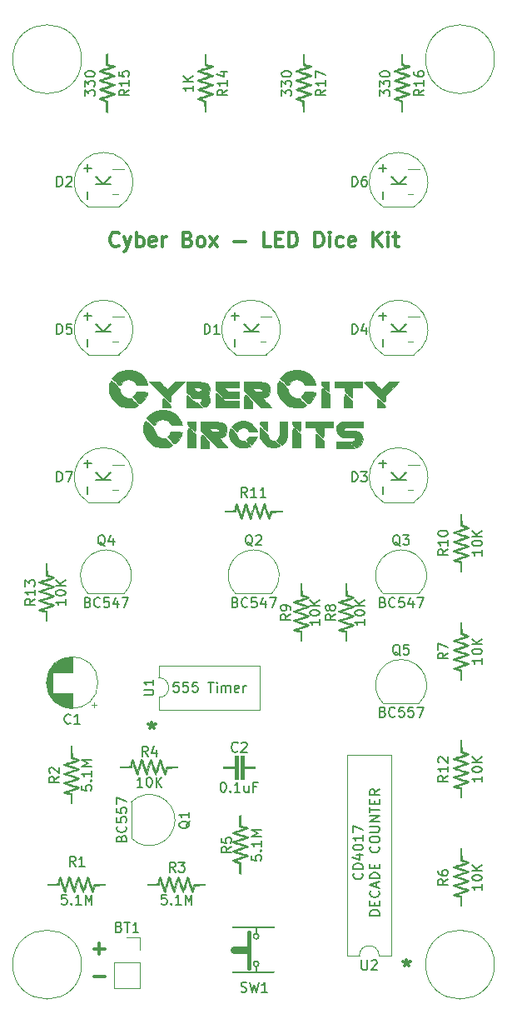
<source format=gbr>
%TF.GenerationSoftware,KiCad,Pcbnew,(5.1.2)-2*%
%TF.CreationDate,2020-05-27T12:26:41-04:00*%
%TF.ProjectId,LED Dice Kit 001a,4c454420-4469-4636-9520-4b6974203030,rev?*%
%TF.SameCoordinates,Original*%
%TF.FileFunction,Legend,Top*%
%TF.FilePolarity,Positive*%
%FSLAX46Y46*%
G04 Gerber Fmt 4.6, Leading zero omitted, Abs format (unit mm)*
G04 Created by KiCad (PCBNEW (5.1.2)-2) date 2020-05-27 12:26:41*
%MOMM*%
%LPD*%
G04 APERTURE LIST*
%ADD10C,0.200000*%
%ADD11C,0.300000*%
%ADD12C,0.010000*%
%ADD13C,0.120000*%
%ADD14C,0.150000*%
%ADD15C,0.400000*%
%ADD16C,0.750000*%
%ADD17C,3.402000*%
%ADD18O,1.602000X1.152000*%
%ADD19O,1.152000X1.602000*%
%ADD20C,1.702000*%
%ADD21C,2.302000*%
%ADD22R,1.702000X2.502000*%
%ADD23O,1.702000X2.502000*%
%ADD24R,2.502000X1.702000*%
%ADD25O,2.502000X1.702000*%
%ADD26R,1.702000X1.702000*%
%ADD27R,1.902000X1.902000*%
%ADD28C,1.902000*%
%ADD29C,1.802000*%
%ADD30R,1.802000X1.802000*%
G04 APERTURE END LIST*
D10*
X111013142Y-136715238D02*
X111060761Y-136762857D01*
X111108380Y-136905714D01*
X111108380Y-137000952D01*
X111060761Y-137143809D01*
X110965523Y-137239047D01*
X110870285Y-137286666D01*
X110679809Y-137334285D01*
X110536952Y-137334285D01*
X110346476Y-137286666D01*
X110251238Y-137239047D01*
X110156000Y-137143809D01*
X110108380Y-137000952D01*
X110108380Y-136905714D01*
X110156000Y-136762857D01*
X110203619Y-136715238D01*
X111108380Y-136286666D02*
X110108380Y-136286666D01*
X110108380Y-136048571D01*
X110156000Y-135905714D01*
X110251238Y-135810476D01*
X110346476Y-135762857D01*
X110536952Y-135715238D01*
X110679809Y-135715238D01*
X110870285Y-135762857D01*
X110965523Y-135810476D01*
X111060761Y-135905714D01*
X111108380Y-136048571D01*
X111108380Y-136286666D01*
X110441714Y-134858095D02*
X111108380Y-134858095D01*
X110060761Y-135096190D02*
X110775047Y-135334285D01*
X110775047Y-134715238D01*
X110108380Y-134143809D02*
X110108380Y-134048571D01*
X110156000Y-133953333D01*
X110203619Y-133905714D01*
X110298857Y-133858095D01*
X110489333Y-133810476D01*
X110727428Y-133810476D01*
X110917904Y-133858095D01*
X111013142Y-133905714D01*
X111060761Y-133953333D01*
X111108380Y-134048571D01*
X111108380Y-134143809D01*
X111060761Y-134239047D01*
X111013142Y-134286666D01*
X110917904Y-134334285D01*
X110727428Y-134381904D01*
X110489333Y-134381904D01*
X110298857Y-134334285D01*
X110203619Y-134286666D01*
X110156000Y-134239047D01*
X110108380Y-134143809D01*
X111108380Y-132858095D02*
X111108380Y-133429523D01*
X111108380Y-133143809D02*
X110108380Y-133143809D01*
X110251238Y-133239047D01*
X110346476Y-133334285D01*
X110394095Y-133429523D01*
X110108380Y-132524761D02*
X110108380Y-131858095D01*
X111108380Y-132286666D01*
X112808380Y-141000952D02*
X111808380Y-141000952D01*
X111808380Y-140762857D01*
X111856000Y-140620000D01*
X111951238Y-140524761D01*
X112046476Y-140477142D01*
X112236952Y-140429523D01*
X112379809Y-140429523D01*
X112570285Y-140477142D01*
X112665523Y-140524761D01*
X112760761Y-140620000D01*
X112808380Y-140762857D01*
X112808380Y-141000952D01*
X112284571Y-140000952D02*
X112284571Y-139667619D01*
X112808380Y-139524761D02*
X112808380Y-140000952D01*
X111808380Y-140000952D01*
X111808380Y-139524761D01*
X112713142Y-138524761D02*
X112760761Y-138572380D01*
X112808380Y-138715238D01*
X112808380Y-138810476D01*
X112760761Y-138953333D01*
X112665523Y-139048571D01*
X112570285Y-139096190D01*
X112379809Y-139143809D01*
X112236952Y-139143809D01*
X112046476Y-139096190D01*
X111951238Y-139048571D01*
X111856000Y-138953333D01*
X111808380Y-138810476D01*
X111808380Y-138715238D01*
X111856000Y-138572380D01*
X111903619Y-138524761D01*
X112522666Y-138143809D02*
X112522666Y-137667619D01*
X112808380Y-138239047D02*
X111808380Y-137905714D01*
X112808380Y-137572380D01*
X112808380Y-137239047D02*
X111808380Y-137239047D01*
X111808380Y-137000952D01*
X111856000Y-136858095D01*
X111951238Y-136762857D01*
X112046476Y-136715238D01*
X112236952Y-136667619D01*
X112379809Y-136667619D01*
X112570285Y-136715238D01*
X112665523Y-136762857D01*
X112760761Y-136858095D01*
X112808380Y-137000952D01*
X112808380Y-137239047D01*
X112284571Y-136239047D02*
X112284571Y-135905714D01*
X112808380Y-135762857D02*
X112808380Y-136239047D01*
X111808380Y-136239047D01*
X111808380Y-135762857D01*
X112713142Y-134000952D02*
X112760761Y-134048571D01*
X112808380Y-134191428D01*
X112808380Y-134286666D01*
X112760761Y-134429523D01*
X112665523Y-134524761D01*
X112570285Y-134572380D01*
X112379809Y-134620000D01*
X112236952Y-134620000D01*
X112046476Y-134572380D01*
X111951238Y-134524761D01*
X111856000Y-134429523D01*
X111808380Y-134286666D01*
X111808380Y-134191428D01*
X111856000Y-134048571D01*
X111903619Y-134000952D01*
X111808380Y-133381904D02*
X111808380Y-133191428D01*
X111856000Y-133096190D01*
X111951238Y-133000952D01*
X112141714Y-132953333D01*
X112475047Y-132953333D01*
X112665523Y-133000952D01*
X112760761Y-133096190D01*
X112808380Y-133191428D01*
X112808380Y-133381904D01*
X112760761Y-133477142D01*
X112665523Y-133572380D01*
X112475047Y-133620000D01*
X112141714Y-133620000D01*
X111951238Y-133572380D01*
X111856000Y-133477142D01*
X111808380Y-133381904D01*
X111808380Y-132524761D02*
X112617904Y-132524761D01*
X112713142Y-132477142D01*
X112760761Y-132429523D01*
X112808380Y-132334285D01*
X112808380Y-132143809D01*
X112760761Y-132048571D01*
X112713142Y-132000952D01*
X112617904Y-131953333D01*
X111808380Y-131953333D01*
X112808380Y-131477142D02*
X111808380Y-131477142D01*
X112808380Y-130905714D01*
X111808380Y-130905714D01*
X111808380Y-130572380D02*
X111808380Y-130000952D01*
X112808380Y-130286666D02*
X111808380Y-130286666D01*
X112284571Y-129667619D02*
X112284571Y-129334285D01*
X112808380Y-129191428D02*
X112808380Y-129667619D01*
X111808380Y-129667619D01*
X111808380Y-129191428D01*
X112808380Y-128191428D02*
X112332190Y-128524761D01*
X112808380Y-128762857D02*
X111808380Y-128762857D01*
X111808380Y-128381904D01*
X111856000Y-128286666D01*
X111903619Y-128239047D01*
X111998857Y-128191428D01*
X112141714Y-128191428D01*
X112236952Y-128239047D01*
X112284571Y-128286666D01*
X112332190Y-128381904D01*
X112332190Y-128762857D01*
X92384952Y-117308380D02*
X91908761Y-117308380D01*
X91861142Y-117784571D01*
X91908761Y-117736952D01*
X92004000Y-117689333D01*
X92242095Y-117689333D01*
X92337333Y-117736952D01*
X92384952Y-117784571D01*
X92432571Y-117879809D01*
X92432571Y-118117904D01*
X92384952Y-118213142D01*
X92337333Y-118260761D01*
X92242095Y-118308380D01*
X92004000Y-118308380D01*
X91908761Y-118260761D01*
X91861142Y-118213142D01*
X93337333Y-117308380D02*
X92861142Y-117308380D01*
X92813523Y-117784571D01*
X92861142Y-117736952D01*
X92956380Y-117689333D01*
X93194476Y-117689333D01*
X93289714Y-117736952D01*
X93337333Y-117784571D01*
X93384952Y-117879809D01*
X93384952Y-118117904D01*
X93337333Y-118213142D01*
X93289714Y-118260761D01*
X93194476Y-118308380D01*
X92956380Y-118308380D01*
X92861142Y-118260761D01*
X92813523Y-118213142D01*
X94289714Y-117308380D02*
X93813523Y-117308380D01*
X93765904Y-117784571D01*
X93813523Y-117736952D01*
X93908761Y-117689333D01*
X94146857Y-117689333D01*
X94242095Y-117736952D01*
X94289714Y-117784571D01*
X94337333Y-117879809D01*
X94337333Y-118117904D01*
X94289714Y-118213142D01*
X94242095Y-118260761D01*
X94146857Y-118308380D01*
X93908761Y-118308380D01*
X93813523Y-118260761D01*
X93765904Y-118213142D01*
X95384952Y-117308380D02*
X95956380Y-117308380D01*
X95670666Y-118308380D02*
X95670666Y-117308380D01*
X96289714Y-118308380D02*
X96289714Y-117641714D01*
X96289714Y-117308380D02*
X96242095Y-117356000D01*
X96289714Y-117403619D01*
X96337333Y-117356000D01*
X96289714Y-117308380D01*
X96289714Y-117403619D01*
X96765904Y-118308380D02*
X96765904Y-117641714D01*
X96765904Y-117736952D02*
X96813523Y-117689333D01*
X96908761Y-117641714D01*
X97051619Y-117641714D01*
X97146857Y-117689333D01*
X97194476Y-117784571D01*
X97194476Y-118308380D01*
X97194476Y-117784571D02*
X97242095Y-117689333D01*
X97337333Y-117641714D01*
X97480190Y-117641714D01*
X97575428Y-117689333D01*
X97623047Y-117784571D01*
X97623047Y-118308380D01*
X98480190Y-118260761D02*
X98384952Y-118308380D01*
X98194476Y-118308380D01*
X98099238Y-118260761D01*
X98051619Y-118165523D01*
X98051619Y-117784571D01*
X98099238Y-117689333D01*
X98194476Y-117641714D01*
X98384952Y-117641714D01*
X98480190Y-117689333D01*
X98527809Y-117784571D01*
X98527809Y-117879809D01*
X98051619Y-117975047D01*
X98956380Y-118308380D02*
X98956380Y-117641714D01*
X98956380Y-117832190D02*
X99004000Y-117736952D01*
X99051619Y-117689333D01*
X99146857Y-117641714D01*
X99242095Y-117641714D01*
D11*
X115570000Y-145482571D02*
X115570000Y-145839714D01*
X115212857Y-145696857D02*
X115570000Y-145839714D01*
X115927142Y-145696857D01*
X115355714Y-146125428D02*
X115570000Y-145839714D01*
X115784285Y-146125428D01*
X89662000Y-121352571D02*
X89662000Y-121709714D01*
X89304857Y-121566857D02*
X89662000Y-121709714D01*
X90019142Y-121566857D01*
X89447714Y-121995428D02*
X89662000Y-121709714D01*
X89876285Y-121995428D01*
X86321428Y-72925714D02*
X86250000Y-72997142D01*
X86035714Y-73068571D01*
X85892857Y-73068571D01*
X85678571Y-72997142D01*
X85535714Y-72854285D01*
X85464285Y-72711428D01*
X85392857Y-72425714D01*
X85392857Y-72211428D01*
X85464285Y-71925714D01*
X85535714Y-71782857D01*
X85678571Y-71640000D01*
X85892857Y-71568571D01*
X86035714Y-71568571D01*
X86250000Y-71640000D01*
X86321428Y-71711428D01*
X86821428Y-72068571D02*
X87178571Y-73068571D01*
X87535714Y-72068571D02*
X87178571Y-73068571D01*
X87035714Y-73425714D01*
X86964285Y-73497142D01*
X86821428Y-73568571D01*
X88107142Y-73068571D02*
X88107142Y-71568571D01*
X88107142Y-72140000D02*
X88250000Y-72068571D01*
X88535714Y-72068571D01*
X88678571Y-72140000D01*
X88750000Y-72211428D01*
X88821428Y-72354285D01*
X88821428Y-72782857D01*
X88750000Y-72925714D01*
X88678571Y-72997142D01*
X88535714Y-73068571D01*
X88250000Y-73068571D01*
X88107142Y-72997142D01*
X90035714Y-72997142D02*
X89892857Y-73068571D01*
X89607142Y-73068571D01*
X89464285Y-72997142D01*
X89392857Y-72854285D01*
X89392857Y-72282857D01*
X89464285Y-72140000D01*
X89607142Y-72068571D01*
X89892857Y-72068571D01*
X90035714Y-72140000D01*
X90107142Y-72282857D01*
X90107142Y-72425714D01*
X89392857Y-72568571D01*
X90750000Y-73068571D02*
X90750000Y-72068571D01*
X90750000Y-72354285D02*
X90821428Y-72211428D01*
X90892857Y-72140000D01*
X91035714Y-72068571D01*
X91178571Y-72068571D01*
X93321428Y-72282857D02*
X93535714Y-72354285D01*
X93607142Y-72425714D01*
X93678571Y-72568571D01*
X93678571Y-72782857D01*
X93607142Y-72925714D01*
X93535714Y-72997142D01*
X93392857Y-73068571D01*
X92821428Y-73068571D01*
X92821428Y-71568571D01*
X93321428Y-71568571D01*
X93464285Y-71640000D01*
X93535714Y-71711428D01*
X93607142Y-71854285D01*
X93607142Y-71997142D01*
X93535714Y-72140000D01*
X93464285Y-72211428D01*
X93321428Y-72282857D01*
X92821428Y-72282857D01*
X94535714Y-73068571D02*
X94392857Y-72997142D01*
X94321428Y-72925714D01*
X94250000Y-72782857D01*
X94250000Y-72354285D01*
X94321428Y-72211428D01*
X94392857Y-72140000D01*
X94535714Y-72068571D01*
X94750000Y-72068571D01*
X94892857Y-72140000D01*
X94964285Y-72211428D01*
X95035714Y-72354285D01*
X95035714Y-72782857D01*
X94964285Y-72925714D01*
X94892857Y-72997142D01*
X94750000Y-73068571D01*
X94535714Y-73068571D01*
X95535714Y-73068571D02*
X96321428Y-72068571D01*
X95535714Y-72068571D02*
X96321428Y-73068571D01*
X98035714Y-72497142D02*
X99178571Y-72497142D01*
X101750000Y-73068571D02*
X101035714Y-73068571D01*
X101035714Y-71568571D01*
X102250000Y-72282857D02*
X102750000Y-72282857D01*
X102964285Y-73068571D02*
X102250000Y-73068571D01*
X102250000Y-71568571D01*
X102964285Y-71568571D01*
X103607142Y-73068571D02*
X103607142Y-71568571D01*
X103964285Y-71568571D01*
X104178571Y-71640000D01*
X104321428Y-71782857D01*
X104392857Y-71925714D01*
X104464285Y-72211428D01*
X104464285Y-72425714D01*
X104392857Y-72711428D01*
X104321428Y-72854285D01*
X104178571Y-72997142D01*
X103964285Y-73068571D01*
X103607142Y-73068571D01*
X106250000Y-73068571D02*
X106250000Y-71568571D01*
X106607142Y-71568571D01*
X106821428Y-71640000D01*
X106964285Y-71782857D01*
X107035714Y-71925714D01*
X107107142Y-72211428D01*
X107107142Y-72425714D01*
X107035714Y-72711428D01*
X106964285Y-72854285D01*
X106821428Y-72997142D01*
X106607142Y-73068571D01*
X106250000Y-73068571D01*
X107750000Y-73068571D02*
X107750000Y-72068571D01*
X107750000Y-71568571D02*
X107678571Y-71640000D01*
X107750000Y-71711428D01*
X107821428Y-71640000D01*
X107750000Y-71568571D01*
X107750000Y-71711428D01*
X109107142Y-72997142D02*
X108964285Y-73068571D01*
X108678571Y-73068571D01*
X108535714Y-72997142D01*
X108464285Y-72925714D01*
X108392857Y-72782857D01*
X108392857Y-72354285D01*
X108464285Y-72211428D01*
X108535714Y-72140000D01*
X108678571Y-72068571D01*
X108964285Y-72068571D01*
X109107142Y-72140000D01*
X110321428Y-72997142D02*
X110178571Y-73068571D01*
X109892857Y-73068571D01*
X109750000Y-72997142D01*
X109678571Y-72854285D01*
X109678571Y-72282857D01*
X109750000Y-72140000D01*
X109892857Y-72068571D01*
X110178571Y-72068571D01*
X110321428Y-72140000D01*
X110392857Y-72282857D01*
X110392857Y-72425714D01*
X109678571Y-72568571D01*
X112178571Y-73068571D02*
X112178571Y-71568571D01*
X113035714Y-73068571D02*
X112392857Y-72211428D01*
X113035714Y-71568571D02*
X112178571Y-72425714D01*
X113678571Y-73068571D02*
X113678571Y-72068571D01*
X113678571Y-71568571D02*
X113607142Y-71640000D01*
X113678571Y-71711428D01*
X113750000Y-71640000D01*
X113678571Y-71568571D01*
X113678571Y-71711428D01*
X114178571Y-72068571D02*
X114749999Y-72068571D01*
X114392857Y-71568571D02*
X114392857Y-72854285D01*
X114464285Y-72997142D01*
X114607142Y-73068571D01*
X114749999Y-73068571D01*
X83756571Y-147173142D02*
X84899428Y-147173142D01*
X83756571Y-144379142D02*
X84899428Y-144379142D01*
X84328000Y-144950571D02*
X84328000Y-143807714D01*
D12*
%TO.C,G\002A\002A\002A*%
G36*
X94827885Y-92191813D02*
G01*
X94963019Y-92295169D01*
X95122007Y-92442835D01*
X95165408Y-92487365D01*
X95322496Y-92655296D01*
X95417103Y-92775555D01*
X95465070Y-92881772D01*
X95482237Y-93007574D01*
X95484445Y-93164698D01*
X95484445Y-93507555D01*
X94637778Y-93507555D01*
X94637778Y-92830222D01*
X94639119Y-92543525D01*
X94645047Y-92351155D01*
X94658416Y-92234564D01*
X94682085Y-92175202D01*
X94718908Y-92154522D01*
X94742075Y-92152888D01*
X94827885Y-92191813D01*
X94827885Y-92191813D01*
G37*
X94827885Y-92191813D02*
X94963019Y-92295169D01*
X95122007Y-92442835D01*
X95165408Y-92487365D01*
X95322496Y-92655296D01*
X95417103Y-92775555D01*
X95465070Y-92881772D01*
X95482237Y-93007574D01*
X95484445Y-93164698D01*
X95484445Y-93507555D01*
X94637778Y-93507555D01*
X94637778Y-92830222D01*
X94639119Y-92543525D01*
X94645047Y-92351155D01*
X94658416Y-92234564D01*
X94682085Y-92175202D01*
X94718908Y-92154522D01*
X94742075Y-92152888D01*
X94827885Y-92191813D01*
G36*
X109934223Y-93197111D02*
G01*
X110240811Y-93507555D01*
X108410223Y-93507555D01*
X108410223Y-92886666D01*
X109627634Y-92886666D01*
X109934223Y-93197111D01*
X109934223Y-93197111D01*
G37*
X109934223Y-93197111D02*
X110240811Y-93507555D01*
X108410223Y-93507555D01*
X108410223Y-92886666D01*
X109627634Y-92886666D01*
X109934223Y-93197111D01*
G36*
X89068547Y-90777800D02*
G01*
X89196184Y-90872475D01*
X89354116Y-91015824D01*
X89522929Y-91187561D01*
X89683210Y-91367395D01*
X89815544Y-91535040D01*
X89900519Y-91670207D01*
X89920039Y-91723382D01*
X90025601Y-91996673D01*
X90216887Y-92228268D01*
X90468747Y-92397695D01*
X90756028Y-92484483D01*
X90863813Y-92491555D01*
X90972660Y-92504292D01*
X91079503Y-92553060D01*
X91208615Y-92653692D01*
X91384265Y-92822024D01*
X91409973Y-92847878D01*
X91763128Y-93204201D01*
X91642469Y-93313545D01*
X91514683Y-93374393D01*
X91304079Y-93417284D01*
X91039398Y-93441517D01*
X90749383Y-93446389D01*
X90462778Y-93431198D01*
X90208326Y-93395242D01*
X90050918Y-93352423D01*
X89694936Y-93167297D01*
X89374820Y-92898002D01*
X89106691Y-92567086D01*
X88906669Y-92197101D01*
X88790873Y-91810595D01*
X88768413Y-91558335D01*
X88784334Y-91333663D01*
X88825162Y-91110072D01*
X88882466Y-90918151D01*
X88947816Y-90788492D01*
X88990619Y-90752090D01*
X89068547Y-90777800D01*
X89068547Y-90777800D01*
G37*
X89068547Y-90777800D02*
X89196184Y-90872475D01*
X89354116Y-91015824D01*
X89522929Y-91187561D01*
X89683210Y-91367395D01*
X89815544Y-91535040D01*
X89900519Y-91670207D01*
X89920039Y-91723382D01*
X90025601Y-91996673D01*
X90216887Y-92228268D01*
X90468747Y-92397695D01*
X90756028Y-92484483D01*
X90863813Y-92491555D01*
X90972660Y-92504292D01*
X91079503Y-92553060D01*
X91208615Y-92653692D01*
X91384265Y-92822024D01*
X91409973Y-92847878D01*
X91763128Y-93204201D01*
X91642469Y-93313545D01*
X91514683Y-93374393D01*
X91304079Y-93417284D01*
X91039398Y-93441517D01*
X90749383Y-93446389D01*
X90462778Y-93431198D01*
X90208326Y-93395242D01*
X90050918Y-93352423D01*
X89694936Y-93167297D01*
X89374820Y-92898002D01*
X89106691Y-92567086D01*
X88906669Y-92197101D01*
X88790873Y-91810595D01*
X88768413Y-91558335D01*
X88784334Y-91333663D01*
X88825162Y-91110072D01*
X88882466Y-90918151D01*
X88947816Y-90788492D01*
X88990619Y-90752090D01*
X89068547Y-90777800D01*
G36*
X93518827Y-91533710D02*
G01*
X93654856Y-91653080D01*
X93803586Y-91798344D01*
X94129778Y-92121132D01*
X94129778Y-93451111D01*
X93283111Y-93451111D01*
X93283111Y-92463333D01*
X93284464Y-92072638D01*
X93292679Y-91786866D01*
X93313988Y-91598052D01*
X93354627Y-91498231D01*
X93420829Y-91479438D01*
X93518827Y-91533710D01*
X93518827Y-91533710D01*
G37*
X93518827Y-91533710D02*
X93654856Y-91653080D01*
X93803586Y-91798344D01*
X94129778Y-92121132D01*
X94129778Y-93451111D01*
X93283111Y-93451111D01*
X93283111Y-92463333D01*
X93284464Y-92072638D01*
X93292679Y-91786866D01*
X93313988Y-91598052D01*
X93354627Y-91498231D01*
X93420829Y-91479438D01*
X93518827Y-91533710D01*
G36*
X95639667Y-90855906D02*
G01*
X96015292Y-90857949D01*
X96297326Y-90864121D01*
X96505041Y-90876076D01*
X96657709Y-90895466D01*
X96774599Y-90923947D01*
X96871616Y-90961634D01*
X97082877Y-91114371D01*
X97221792Y-91332183D01*
X97282641Y-91589016D01*
X97259708Y-91858815D01*
X97147271Y-92115526D01*
X97130313Y-92140278D01*
X97035347Y-92249641D01*
X96911451Y-92334256D01*
X96726603Y-92413044D01*
X96588692Y-92460312D01*
X96550189Y-92486004D01*
X96556377Y-92534686D01*
X96616881Y-92620365D01*
X96741332Y-92757050D01*
X96913247Y-92932518D01*
X97089161Y-93113018D01*
X97230808Y-93265115D01*
X97321798Y-93370767D01*
X97347111Y-93410026D01*
X97294813Y-93427884D01*
X97154467Y-93441821D01*
X96950898Y-93449885D01*
X96824295Y-93451111D01*
X96301478Y-93451111D01*
X94637778Y-91784633D01*
X94637778Y-91532000D01*
X95463324Y-91532000D01*
X95625556Y-91701333D01*
X95741595Y-91804785D01*
X95861580Y-91855146D01*
X96034064Y-91870287D01*
X96085686Y-91870666D01*
X96274766Y-91861394D01*
X96383593Y-91827124D01*
X96442014Y-91761488D01*
X96487969Y-91659098D01*
X96484155Y-91592571D01*
X96415310Y-91554294D01*
X96266170Y-91536654D01*
X96021473Y-91532040D01*
X95981884Y-91532000D01*
X95463324Y-91532000D01*
X94637778Y-91532000D01*
X94637778Y-90854666D01*
X95639667Y-90855906D01*
X95639667Y-90855906D01*
G37*
X95639667Y-90855906D02*
X96015292Y-90857949D01*
X96297326Y-90864121D01*
X96505041Y-90876076D01*
X96657709Y-90895466D01*
X96774599Y-90923947D01*
X96871616Y-90961634D01*
X97082877Y-91114371D01*
X97221792Y-91332183D01*
X97282641Y-91589016D01*
X97259708Y-91858815D01*
X97147271Y-92115526D01*
X97130313Y-92140278D01*
X97035347Y-92249641D01*
X96911451Y-92334256D01*
X96726603Y-92413044D01*
X96588692Y-92460312D01*
X96550189Y-92486004D01*
X96556377Y-92534686D01*
X96616881Y-92620365D01*
X96741332Y-92757050D01*
X96913247Y-92932518D01*
X97089161Y-93113018D01*
X97230808Y-93265115D01*
X97321798Y-93370767D01*
X97347111Y-93410026D01*
X97294813Y-93427884D01*
X97154467Y-93441821D01*
X96950898Y-93449885D01*
X96824295Y-93451111D01*
X96301478Y-93451111D01*
X94637778Y-91784633D01*
X94637778Y-91532000D01*
X95463324Y-91532000D01*
X95625556Y-91701333D01*
X95741595Y-91804785D01*
X95861580Y-91855146D01*
X96034064Y-91870287D01*
X96085686Y-91870666D01*
X96274766Y-91861394D01*
X96383593Y-91827124D01*
X96442014Y-91761488D01*
X96487969Y-91659098D01*
X96484155Y-91592571D01*
X96415310Y-91554294D01*
X96266170Y-91536654D01*
X96021473Y-91532040D01*
X95981884Y-91532000D01*
X95463324Y-91532000D01*
X94637778Y-91532000D01*
X94637778Y-90854666D01*
X95639667Y-90855906D01*
G36*
X97763307Y-91597227D02*
G01*
X97893831Y-91704787D01*
X98035010Y-91846421D01*
X98168188Y-92003112D01*
X98274707Y-92155841D01*
X98335911Y-92285588D01*
X98341010Y-92306776D01*
X98431602Y-92500661D01*
X98610078Y-92652717D01*
X98854146Y-92745715D01*
X98924819Y-92757991D01*
X99086216Y-92803363D01*
X99246521Y-92906662D01*
X99406830Y-93055488D01*
X99671086Y-93323779D01*
X99488454Y-93387445D01*
X99304402Y-93425183D01*
X99056866Y-93443027D01*
X98793557Y-93440571D01*
X98562185Y-93417412D01*
X98467118Y-93396095D01*
X98172898Y-93254427D01*
X97905063Y-93028896D01*
X97691468Y-92748521D01*
X97563243Y-92454486D01*
X97535566Y-92254531D01*
X97536189Y-92001172D01*
X97562300Y-91749521D01*
X97608850Y-91560409D01*
X97662094Y-91542761D01*
X97763307Y-91597227D01*
X97763307Y-91597227D01*
G37*
X97763307Y-91597227D02*
X97893831Y-91704787D01*
X98035010Y-91846421D01*
X98168188Y-92003112D01*
X98274707Y-92155841D01*
X98335911Y-92285588D01*
X98341010Y-92306776D01*
X98431602Y-92500661D01*
X98610078Y-92652717D01*
X98854146Y-92745715D01*
X98924819Y-92757991D01*
X99086216Y-92803363D01*
X99246521Y-92906662D01*
X99406830Y-93055488D01*
X99671086Y-93323779D01*
X99488454Y-93387445D01*
X99304402Y-93425183D01*
X99056866Y-93443027D01*
X98793557Y-93440571D01*
X98562185Y-93417412D01*
X98467118Y-93396095D01*
X98172898Y-93254427D01*
X97905063Y-93028896D01*
X97691468Y-92748521D01*
X97563243Y-92454486D01*
X97535566Y-92254531D01*
X97536189Y-92001172D01*
X97562300Y-91749521D01*
X97608850Y-91560409D01*
X97662094Y-91542761D01*
X97763307Y-91597227D01*
G36*
X100787569Y-91462574D02*
G01*
X100922054Y-91576866D01*
X101075774Y-91737841D01*
X101227836Y-91921354D01*
X101357346Y-92103258D01*
X101443409Y-92259407D01*
X101459851Y-92305082D01*
X101563751Y-92526741D01*
X101721261Y-92689366D01*
X101907167Y-92769385D01*
X101961223Y-92773777D01*
X102061405Y-92806083D01*
X102207275Y-92888518D01*
X102369032Y-92999359D01*
X102516875Y-93116883D01*
X102621004Y-93219367D01*
X102652889Y-93277973D01*
X102601510Y-93350632D01*
X102464467Y-93403192D01*
X102267408Y-93434381D01*
X102035976Y-93442930D01*
X101795817Y-93427566D01*
X101572575Y-93387020D01*
X101429996Y-93338576D01*
X101180855Y-93184603D01*
X100948826Y-92966010D01*
X100768791Y-92719495D01*
X100698771Y-92569277D01*
X100660346Y-92408156D01*
X100634715Y-92200344D01*
X100622012Y-91973294D01*
X100622367Y-91754460D01*
X100635915Y-91571298D01*
X100662788Y-91451259D01*
X100693212Y-91419111D01*
X100787569Y-91462574D01*
X100787569Y-91462574D01*
G37*
X100787569Y-91462574D02*
X100922054Y-91576866D01*
X101075774Y-91737841D01*
X101227836Y-91921354D01*
X101357346Y-92103258D01*
X101443409Y-92259407D01*
X101459851Y-92305082D01*
X101563751Y-92526741D01*
X101721261Y-92689366D01*
X101907167Y-92769385D01*
X101961223Y-92773777D01*
X102061405Y-92806083D01*
X102207275Y-92888518D01*
X102369032Y-92999359D01*
X102516875Y-93116883D01*
X102621004Y-93219367D01*
X102652889Y-93277973D01*
X102601510Y-93350632D01*
X102464467Y-93403192D01*
X102267408Y-93434381D01*
X102035976Y-93442930D01*
X101795817Y-93427566D01*
X101572575Y-93387020D01*
X101429996Y-93338576D01*
X101180855Y-93184603D01*
X100948826Y-92966010D01*
X100768791Y-92719495D01*
X100698771Y-92569277D01*
X100660346Y-92408156D01*
X100634715Y-92200344D01*
X100622012Y-91973294D01*
X100622367Y-91754460D01*
X100635915Y-91571298D01*
X100662788Y-91451259D01*
X100693212Y-91419111D01*
X100787569Y-91462574D01*
G36*
X104186827Y-91533710D02*
G01*
X104322856Y-91653080D01*
X104471586Y-91798344D01*
X104797778Y-92121132D01*
X104797778Y-93451111D01*
X103951111Y-93451111D01*
X103951111Y-92463333D01*
X103952464Y-92072638D01*
X103960679Y-91786866D01*
X103981988Y-91598052D01*
X104022627Y-91498231D01*
X104088829Y-91479438D01*
X104186827Y-91533710D01*
X104186827Y-91533710D01*
G37*
X104186827Y-91533710D02*
X104322856Y-91653080D01*
X104471586Y-91798344D01*
X104797778Y-92121132D01*
X104797778Y-93451111D01*
X103951111Y-93451111D01*
X103951111Y-92463333D01*
X103952464Y-92072638D01*
X103960679Y-91786866D01*
X103981988Y-91598052D01*
X104022627Y-91498231D01*
X104088829Y-91479438D01*
X104186827Y-91533710D01*
G36*
X106518077Y-92167067D02*
G01*
X106683580Y-92317320D01*
X106789212Y-92422636D01*
X107112000Y-92748829D01*
X107112000Y-93451111D01*
X106265334Y-93451111D01*
X106265334Y-92773777D01*
X106269410Y-92451154D01*
X106287674Y-92235237D01*
X106329173Y-92119960D01*
X106402957Y-92099259D01*
X106518077Y-92167067D01*
X106518077Y-92167067D01*
G37*
X106518077Y-92167067D02*
X106683580Y-92317320D01*
X106789212Y-92422636D01*
X107112000Y-92748829D01*
X107112000Y-93451111D01*
X106265334Y-93451111D01*
X106265334Y-92773777D01*
X106269410Y-92451154D01*
X106287674Y-92235237D01*
X106329173Y-92119960D01*
X106402957Y-92099259D01*
X106518077Y-92167067D01*
G36*
X111119556Y-91419111D02*
G01*
X110195134Y-91419111D01*
X109813329Y-91421908D01*
X109531838Y-91432265D01*
X109338180Y-91453135D01*
X109219872Y-91487467D01*
X109164434Y-91538212D01*
X109159386Y-91608320D01*
X109175101Y-91660258D01*
X109211056Y-91698491D01*
X109296367Y-91725990D01*
X109448376Y-91745303D01*
X109684427Y-91758981D01*
X109895742Y-91766190D01*
X110195560Y-91777100D01*
X110406603Y-91792242D01*
X110552984Y-91815683D01*
X110658816Y-91851489D01*
X110748213Y-91903725D01*
X110759819Y-91911888D01*
X110959916Y-92113906D01*
X111075092Y-92357097D01*
X111109593Y-92619244D01*
X111067668Y-92878132D01*
X110953562Y-93111544D01*
X110771523Y-93297265D01*
X110525796Y-93413079D01*
X110470445Y-93425696D01*
X110374406Y-93432939D01*
X110284703Y-93403394D01*
X110175593Y-93321892D01*
X110021334Y-93173264D01*
X109992595Y-93144126D01*
X109684079Y-92830222D01*
X109943350Y-92830222D01*
X110162583Y-92803085D01*
X110286807Y-92723501D01*
X110312512Y-92594207D01*
X110301971Y-92550708D01*
X110278195Y-92500504D01*
X110231252Y-92467370D01*
X110140675Y-92447794D01*
X109986000Y-92438263D01*
X109746759Y-92435267D01*
X109628322Y-92435111D01*
X109342563Y-92432805D01*
X109143648Y-92423218D01*
X109005576Y-92402344D01*
X108902349Y-92366175D01*
X108807969Y-92310706D01*
X108804129Y-92308111D01*
X108654562Y-92175258D01*
X108514683Y-92002297D01*
X108485037Y-91955333D01*
X108387913Y-91689473D01*
X108393825Y-91424694D01*
X108494915Y-91183207D01*
X108683324Y-90987223D01*
X108862192Y-90889308D01*
X108974108Y-90854361D01*
X109120661Y-90829119D01*
X109319749Y-90812269D01*
X109589270Y-90802501D01*
X109947121Y-90798502D01*
X110104698Y-90798222D01*
X111119556Y-90798222D01*
X111119556Y-91419111D01*
X111119556Y-91419111D01*
G37*
X111119556Y-91419111D02*
X110195134Y-91419111D01*
X109813329Y-91421908D01*
X109531838Y-91432265D01*
X109338180Y-91453135D01*
X109219872Y-91487467D01*
X109164434Y-91538212D01*
X109159386Y-91608320D01*
X109175101Y-91660258D01*
X109211056Y-91698491D01*
X109296367Y-91725990D01*
X109448376Y-91745303D01*
X109684427Y-91758981D01*
X109895742Y-91766190D01*
X110195560Y-91777100D01*
X110406603Y-91792242D01*
X110552984Y-91815683D01*
X110658816Y-91851489D01*
X110748213Y-91903725D01*
X110759819Y-91911888D01*
X110959916Y-92113906D01*
X111075092Y-92357097D01*
X111109593Y-92619244D01*
X111067668Y-92878132D01*
X110953562Y-93111544D01*
X110771523Y-93297265D01*
X110525796Y-93413079D01*
X110470445Y-93425696D01*
X110374406Y-93432939D01*
X110284703Y-93403394D01*
X110175593Y-93321892D01*
X110021334Y-93173264D01*
X109992595Y-93144126D01*
X109684079Y-92830222D01*
X109943350Y-92830222D01*
X110162583Y-92803085D01*
X110286807Y-92723501D01*
X110312512Y-92594207D01*
X110301971Y-92550708D01*
X110278195Y-92500504D01*
X110231252Y-92467370D01*
X110140675Y-92447794D01*
X109986000Y-92438263D01*
X109746759Y-92435267D01*
X109628322Y-92435111D01*
X109342563Y-92432805D01*
X109143648Y-92423218D01*
X109005576Y-92402344D01*
X108902349Y-92366175D01*
X108807969Y-92310706D01*
X108804129Y-92308111D01*
X108654562Y-92175258D01*
X108514683Y-92002297D01*
X108485037Y-91955333D01*
X108387913Y-91689473D01*
X108393825Y-91424694D01*
X108494915Y-91183207D01*
X108683324Y-90987223D01*
X108862192Y-90889308D01*
X108974108Y-90854361D01*
X109120661Y-90829119D01*
X109319749Y-90812269D01*
X109589270Y-90802501D01*
X109947121Y-90798502D01*
X110104698Y-90798222D01*
X111119556Y-90798222D01*
X111119556Y-91419111D01*
G36*
X100124351Y-92324888D02*
G01*
X100271333Y-92331931D01*
X100337448Y-92341913D01*
X100338667Y-92343551D01*
X100307185Y-92462398D01*
X100225614Y-92626138D01*
X100113262Y-92806626D01*
X99989438Y-92975714D01*
X99873452Y-93105258D01*
X99784613Y-93167111D01*
X99772450Y-93168888D01*
X99716550Y-93132221D01*
X99606526Y-93036605D01*
X99481562Y-92917672D01*
X99338866Y-92764117D01*
X99284957Y-92671105D01*
X99303417Y-92637034D01*
X99382528Y-92567062D01*
X99445104Y-92464917D01*
X99486802Y-92391243D01*
X99546842Y-92348519D01*
X99653312Y-92328385D01*
X99834300Y-92322477D01*
X99924394Y-92322222D01*
X100124351Y-92324888D01*
X100124351Y-92324888D01*
G37*
X100124351Y-92324888D02*
X100271333Y-92331931D01*
X100337448Y-92341913D01*
X100338667Y-92343551D01*
X100307185Y-92462398D01*
X100225614Y-92626138D01*
X100113262Y-92806626D01*
X99989438Y-92975714D01*
X99873452Y-93105258D01*
X99784613Y-93167111D01*
X99772450Y-93168888D01*
X99716550Y-93132221D01*
X99606526Y-93036605D01*
X99481562Y-92917672D01*
X99338866Y-92764117D01*
X99284957Y-92671105D01*
X99303417Y-92637034D01*
X99382528Y-92567062D01*
X99445104Y-92464917D01*
X99486802Y-92391243D01*
X99546842Y-92348519D01*
X99653312Y-92328385D01*
X99834300Y-92322477D01*
X99924394Y-92322222D01*
X100124351Y-92324888D01*
G36*
X103443111Y-91551251D02*
G01*
X103433627Y-91970929D01*
X103401950Y-92301141D01*
X103343240Y-92563969D01*
X103252661Y-92781494D01*
X103133220Y-92965591D01*
X102993700Y-93110516D01*
X102857343Y-93158106D01*
X102704708Y-93108056D01*
X102516352Y-92960060D01*
X102511778Y-92955810D01*
X102286000Y-92745555D01*
X102434012Y-92591107D01*
X102519446Y-92486712D01*
X102579820Y-92366832D01*
X102619224Y-92210491D01*
X102641748Y-91996711D01*
X102651482Y-91704515D01*
X102652889Y-91468500D01*
X102652889Y-90854666D01*
X103443111Y-90854666D01*
X103443111Y-91551251D01*
X103443111Y-91551251D01*
G37*
X103443111Y-91551251D02*
X103433627Y-91970929D01*
X103401950Y-92301141D01*
X103343240Y-92563969D01*
X103252661Y-92781494D01*
X103133220Y-92965591D01*
X102993700Y-93110516D01*
X102857343Y-93158106D01*
X102704708Y-93108056D01*
X102516352Y-92960060D01*
X102511778Y-92955810D01*
X102286000Y-92745555D01*
X102434012Y-92591107D01*
X102519446Y-92486712D01*
X102579820Y-92366832D01*
X102619224Y-92210491D01*
X102641748Y-91996711D01*
X102651482Y-91704515D01*
X102652889Y-91468500D01*
X102652889Y-90854666D01*
X103443111Y-90854666D01*
X103443111Y-91551251D01*
G36*
X92395456Y-91875018D02*
G01*
X92582022Y-91886747D01*
X92695486Y-91903858D01*
X92718667Y-91917056D01*
X92701731Y-91993782D01*
X92658639Y-92136973D01*
X92628806Y-92227173D01*
X92554563Y-92384734D01*
X92438159Y-92568205D01*
X92299888Y-92752291D01*
X92160040Y-92911696D01*
X92038906Y-93021127D01*
X91963917Y-93056000D01*
X91896576Y-93018154D01*
X91773284Y-92916952D01*
X91615826Y-92770893D01*
X91541109Y-92696955D01*
X91370716Y-92518990D01*
X91276110Y-92402604D01*
X91248444Y-92334668D01*
X91275738Y-92303190D01*
X91360982Y-92234623D01*
X91459846Y-92107658D01*
X91483574Y-92069567D01*
X91600929Y-91870666D01*
X92159798Y-91870666D01*
X92395456Y-91875018D01*
X92395456Y-91875018D01*
G37*
X92395456Y-91875018D02*
X92582022Y-91886747D01*
X92695486Y-91903858D01*
X92718667Y-91917056D01*
X92701731Y-91993782D01*
X92658639Y-92136973D01*
X92628806Y-92227173D01*
X92554563Y-92384734D01*
X92438159Y-92568205D01*
X92299888Y-92752291D01*
X92160040Y-92911696D01*
X92038906Y-93021127D01*
X91963917Y-93056000D01*
X91896576Y-93018154D01*
X91773284Y-92916952D01*
X91615826Y-92770893D01*
X91541109Y-92696955D01*
X91370716Y-92518990D01*
X91276110Y-92402604D01*
X91248444Y-92334668D01*
X91275738Y-92303190D01*
X91360982Y-92234623D01*
X91459846Y-92107658D01*
X91483574Y-92069567D01*
X91600929Y-91870666D01*
X92159798Y-91870666D01*
X92395456Y-91875018D01*
G36*
X108071556Y-91419111D02*
G01*
X107112000Y-91419111D01*
X107112000Y-91927111D01*
X107107287Y-92186237D01*
X107091801Y-92347011D01*
X107063520Y-92423629D01*
X107039678Y-92435111D01*
X106968507Y-92397122D01*
X106844078Y-92296293D01*
X106690139Y-92152329D01*
X106648498Y-92110555D01*
X106446834Y-91884061D01*
X106336609Y-91706464D01*
X106311599Y-91616666D01*
X106293556Y-91447333D01*
X105799667Y-91431024D01*
X105305778Y-91414716D01*
X105305778Y-90798222D01*
X108071556Y-90798222D01*
X108071556Y-91419111D01*
X108071556Y-91419111D01*
G37*
X108071556Y-91419111D02*
X107112000Y-91419111D01*
X107112000Y-91927111D01*
X107107287Y-92186237D01*
X107091801Y-92347011D01*
X107063520Y-92423629D01*
X107039678Y-92435111D01*
X106968507Y-92397122D01*
X106844078Y-92296293D01*
X106690139Y-92152329D01*
X106648498Y-92110555D01*
X106446834Y-91884061D01*
X106336609Y-91706464D01*
X106311599Y-91616666D01*
X106293556Y-91447333D01*
X105799667Y-91431024D01*
X105305778Y-91414716D01*
X105305778Y-90798222D01*
X108071556Y-90798222D01*
X108071556Y-91419111D01*
G36*
X99074415Y-90770073D02*
G01*
X99267628Y-90800022D01*
X99442025Y-90839572D01*
X99565030Y-90882705D01*
X99604889Y-90918823D01*
X99649845Y-90963758D01*
X99678101Y-90967555D01*
X99772249Y-91012988D01*
X99899191Y-91131527D01*
X100038855Y-91296531D01*
X100171172Y-91481359D01*
X100276069Y-91659372D01*
X100333478Y-91803927D01*
X100338667Y-91844359D01*
X100286906Y-91857081D01*
X100150329Y-91866312D01*
X99956998Y-91870274D01*
X99929445Y-91870309D01*
X99716346Y-91867594D01*
X99585894Y-91853139D01*
X99507856Y-91816791D01*
X99452003Y-91748395D01*
X99423777Y-91700466D01*
X99264524Y-91527004D01*
X99044057Y-91439511D01*
X98825809Y-91439704D01*
X98665463Y-91495157D01*
X98511566Y-91594649D01*
X98399653Y-91710443D01*
X98364087Y-91800111D01*
X98340843Y-91862773D01*
X98269239Y-91845840D01*
X98142270Y-91745552D01*
X97995904Y-91602555D01*
X97734064Y-91334444D01*
X97990216Y-91101244D01*
X98157818Y-90968373D01*
X98322891Y-90868987D01*
X98417628Y-90833133D01*
X98608506Y-90794257D01*
X98761862Y-90763059D01*
X98894967Y-90755746D01*
X99074415Y-90770073D01*
X99074415Y-90770073D01*
G37*
X99074415Y-90770073D02*
X99267628Y-90800022D01*
X99442025Y-90839572D01*
X99565030Y-90882705D01*
X99604889Y-90918823D01*
X99649845Y-90963758D01*
X99678101Y-90967555D01*
X99772249Y-91012988D01*
X99899191Y-91131527D01*
X100038855Y-91296531D01*
X100171172Y-91481359D01*
X100276069Y-91659372D01*
X100333478Y-91803927D01*
X100338667Y-91844359D01*
X100286906Y-91857081D01*
X100150329Y-91866312D01*
X99956998Y-91870274D01*
X99929445Y-91870309D01*
X99716346Y-91867594D01*
X99585894Y-91853139D01*
X99507856Y-91816791D01*
X99452003Y-91748395D01*
X99423777Y-91700466D01*
X99264524Y-91527004D01*
X99044057Y-91439511D01*
X98825809Y-91439704D01*
X98665463Y-91495157D01*
X98511566Y-91594649D01*
X98399653Y-91710443D01*
X98364087Y-91800111D01*
X98340843Y-91862773D01*
X98269239Y-91845840D01*
X98142270Y-91745552D01*
X97995904Y-91602555D01*
X97734064Y-91334444D01*
X97990216Y-91101244D01*
X98157818Y-90968373D01*
X98322891Y-90868987D01*
X98417628Y-90833133D01*
X98608506Y-90794257D01*
X98761862Y-90763059D01*
X98894967Y-90755746D01*
X99074415Y-90770073D01*
G36*
X94073334Y-91334444D02*
G01*
X94066436Y-91589868D01*
X94046565Y-91752977D01*
X94014952Y-91814018D01*
X94012699Y-91814222D01*
X93946138Y-91777568D01*
X93822807Y-91680147D01*
X93666004Y-91540773D01*
X93617588Y-91495185D01*
X93436035Y-91311039D01*
X93330642Y-91172889D01*
X93286742Y-91059696D01*
X93283111Y-91015408D01*
X93283111Y-90854666D01*
X94073334Y-90854666D01*
X94073334Y-91334444D01*
X94073334Y-91334444D01*
G37*
X94073334Y-91334444D02*
X94066436Y-91589868D01*
X94046565Y-91752977D01*
X94014952Y-91814018D01*
X94012699Y-91814222D01*
X93946138Y-91777568D01*
X93822807Y-91680147D01*
X93666004Y-91540773D01*
X93617588Y-91495185D01*
X93436035Y-91311039D01*
X93330642Y-91172889D01*
X93286742Y-91059696D01*
X93283111Y-91015408D01*
X93283111Y-90854666D01*
X94073334Y-90854666D01*
X94073334Y-91334444D01*
G36*
X104741334Y-91334444D02*
G01*
X104734436Y-91589868D01*
X104714565Y-91752977D01*
X104682952Y-91814018D01*
X104680699Y-91814222D01*
X104614138Y-91777568D01*
X104490807Y-91680147D01*
X104334004Y-91540773D01*
X104285588Y-91495185D01*
X104104035Y-91311039D01*
X103998642Y-91172889D01*
X103954742Y-91059696D01*
X103951111Y-91015408D01*
X103951111Y-90854666D01*
X104741334Y-90854666D01*
X104741334Y-91334444D01*
X104741334Y-91334444D01*
G37*
X104741334Y-91334444D02*
X104734436Y-91589868D01*
X104714565Y-91752977D01*
X104682952Y-91814018D01*
X104680699Y-91814222D01*
X104614138Y-91777568D01*
X104490807Y-91680147D01*
X104334004Y-91540773D01*
X104285588Y-91495185D01*
X104104035Y-91311039D01*
X103998642Y-91172889D01*
X103954742Y-91059696D01*
X103951111Y-91015408D01*
X103951111Y-90854666D01*
X104741334Y-90854666D01*
X104741334Y-91334444D01*
G36*
X101411111Y-91306222D02*
G01*
X101405445Y-91549385D01*
X101386960Y-91694058D01*
X101353430Y-91754143D01*
X101338789Y-91757777D01*
X101267604Y-91719914D01*
X101142763Y-91619356D01*
X100987945Y-91475650D01*
X100943678Y-91431585D01*
X100767250Y-91236858D01*
X100655566Y-91077964D01*
X100620889Y-90980029D01*
X100628963Y-90914402D01*
X100669482Y-90876826D01*
X100766895Y-90859546D01*
X100945649Y-90854804D01*
X101016000Y-90854666D01*
X101411111Y-90854666D01*
X101411111Y-91306222D01*
X101411111Y-91306222D01*
G37*
X101411111Y-91306222D02*
X101405445Y-91549385D01*
X101386960Y-91694058D01*
X101353430Y-91754143D01*
X101338789Y-91757777D01*
X101267604Y-91719914D01*
X101142763Y-91619356D01*
X100987945Y-91475650D01*
X100943678Y-91431585D01*
X100767250Y-91236858D01*
X100655566Y-91077964D01*
X100620889Y-90980029D01*
X100628963Y-90914402D01*
X100669482Y-90876826D01*
X100766895Y-90859546D01*
X100945649Y-90854804D01*
X101016000Y-90854666D01*
X101411111Y-90854666D01*
X101411111Y-91306222D01*
G36*
X91014484Y-89627276D02*
G01*
X91427859Y-89721406D01*
X91813227Y-89899170D01*
X92154489Y-90157550D01*
X92435548Y-90493527D01*
X92573578Y-90741777D01*
X92650687Y-90918862D01*
X92703159Y-91060072D01*
X92718116Y-91122777D01*
X92683951Y-91157758D01*
X92572162Y-91179879D01*
X92369788Y-91190787D01*
X92168334Y-91192634D01*
X91618000Y-91191935D01*
X91489233Y-90993174D01*
X91279856Y-90759022D01*
X91030377Y-90620026D01*
X90761065Y-90575954D01*
X90492191Y-90626574D01*
X90244026Y-90771653D01*
X90037556Y-91009820D01*
X89949812Y-91127174D01*
X89877009Y-91188636D01*
X89866592Y-91191159D01*
X89803806Y-91154256D01*
X89684060Y-91053547D01*
X89528111Y-90907101D01*
X89443259Y-90822589D01*
X89078000Y-90451844D01*
X89402848Y-90147433D01*
X89767282Y-89876857D01*
X90168098Y-89701984D01*
X90589198Y-89619796D01*
X91014484Y-89627276D01*
X91014484Y-89627276D01*
G37*
X91014484Y-89627276D02*
X91427859Y-89721406D01*
X91813227Y-89899170D01*
X92154489Y-90157550D01*
X92435548Y-90493527D01*
X92573578Y-90741777D01*
X92650687Y-90918862D01*
X92703159Y-91060072D01*
X92718116Y-91122777D01*
X92683951Y-91157758D01*
X92572162Y-91179879D01*
X92369788Y-91190787D01*
X92168334Y-91192634D01*
X91618000Y-91191935D01*
X91489233Y-90993174D01*
X91279856Y-90759022D01*
X91030377Y-90620026D01*
X90761065Y-90575954D01*
X90492191Y-90626574D01*
X90244026Y-90771653D01*
X90037556Y-91009820D01*
X89949812Y-91127174D01*
X89877009Y-91188636D01*
X89866592Y-91191159D01*
X89803806Y-91154256D01*
X89684060Y-91053547D01*
X89528111Y-90907101D01*
X89443259Y-90822589D01*
X89078000Y-90451844D01*
X89402848Y-90147433D01*
X89767282Y-89876857D01*
X90168098Y-89701984D01*
X90589198Y-89619796D01*
X91014484Y-89627276D01*
G36*
X99230552Y-88127813D02*
G01*
X99365685Y-88231169D01*
X99524673Y-88378835D01*
X99568075Y-88423365D01*
X99725162Y-88591296D01*
X99819770Y-88711555D01*
X99867737Y-88817772D01*
X99884904Y-88943574D01*
X99887111Y-89100698D01*
X99887111Y-89443555D01*
X99040445Y-89443555D01*
X99040445Y-88766222D01*
X99041786Y-88479525D01*
X99047713Y-88287155D01*
X99061083Y-88170564D01*
X99084751Y-88111202D01*
X99121574Y-88090522D01*
X99144742Y-88088888D01*
X99230552Y-88127813D01*
X99230552Y-88127813D01*
G37*
X99230552Y-88127813D02*
X99365685Y-88231169D01*
X99524673Y-88378835D01*
X99568075Y-88423365D01*
X99725162Y-88591296D01*
X99819770Y-88711555D01*
X99867737Y-88817772D01*
X99884904Y-88943574D01*
X99887111Y-89100698D01*
X99887111Y-89443555D01*
X99040445Y-89443555D01*
X99040445Y-88766222D01*
X99041786Y-88479525D01*
X99047713Y-88287155D01*
X99061083Y-88170564D01*
X99084751Y-88111202D01*
X99121574Y-88090522D01*
X99144742Y-88088888D01*
X99230552Y-88127813D01*
G36*
X85568991Y-86713800D02*
G01*
X85696628Y-86808475D01*
X85854560Y-86951824D01*
X86023374Y-87123561D01*
X86183654Y-87303395D01*
X86315989Y-87471040D01*
X86400963Y-87606207D01*
X86420483Y-87659382D01*
X86526045Y-87932673D01*
X86717331Y-88164268D01*
X86969191Y-88333695D01*
X87256472Y-88420483D01*
X87364258Y-88427555D01*
X87473104Y-88440292D01*
X87579948Y-88489060D01*
X87709060Y-88589692D01*
X87884710Y-88758024D01*
X87910417Y-88783878D01*
X88263573Y-89140201D01*
X88142913Y-89249545D01*
X88015128Y-89310393D01*
X87804523Y-89353284D01*
X87539842Y-89377517D01*
X87249828Y-89382389D01*
X86963223Y-89367198D01*
X86708771Y-89331242D01*
X86551362Y-89288423D01*
X86195380Y-89103297D01*
X85875265Y-88834002D01*
X85607136Y-88503086D01*
X85407113Y-88133101D01*
X85291317Y-87746595D01*
X85268857Y-87494335D01*
X85284778Y-87269663D01*
X85325606Y-87046072D01*
X85382911Y-86854151D01*
X85448261Y-86724492D01*
X85491063Y-86688090D01*
X85568991Y-86713800D01*
X85568991Y-86713800D01*
G37*
X85568991Y-86713800D02*
X85696628Y-86808475D01*
X85854560Y-86951824D01*
X86023374Y-87123561D01*
X86183654Y-87303395D01*
X86315989Y-87471040D01*
X86400963Y-87606207D01*
X86420483Y-87659382D01*
X86526045Y-87932673D01*
X86717331Y-88164268D01*
X86969191Y-88333695D01*
X87256472Y-88420483D01*
X87364258Y-88427555D01*
X87473104Y-88440292D01*
X87579948Y-88489060D01*
X87709060Y-88589692D01*
X87884710Y-88758024D01*
X87910417Y-88783878D01*
X88263573Y-89140201D01*
X88142913Y-89249545D01*
X88015128Y-89310393D01*
X87804523Y-89353284D01*
X87539842Y-89377517D01*
X87249828Y-89382389D01*
X86963223Y-89367198D01*
X86708771Y-89331242D01*
X86551362Y-89288423D01*
X86195380Y-89103297D01*
X85875265Y-88834002D01*
X85607136Y-88503086D01*
X85407113Y-88133101D01*
X85291317Y-87746595D01*
X85268857Y-87494335D01*
X85284778Y-87269663D01*
X85325606Y-87046072D01*
X85382911Y-86854151D01*
X85448261Y-86724492D01*
X85491063Y-86688090D01*
X85568991Y-86713800D01*
G36*
X90941236Y-88525511D02*
G01*
X91081089Y-88633351D01*
X91239190Y-88782478D01*
X91391516Y-88947848D01*
X91514043Y-89104419D01*
X91582746Y-89227149D01*
X91589778Y-89261747D01*
X91582296Y-89325621D01*
X91544078Y-89363076D01*
X91451466Y-89381119D01*
X91280802Y-89386755D01*
X91166445Y-89387111D01*
X90743111Y-89387111D01*
X90743111Y-88935555D01*
X90746011Y-88709015D01*
X90757998Y-88573124D01*
X90784010Y-88505717D01*
X90828980Y-88484631D01*
X90843656Y-88484000D01*
X90941236Y-88525511D01*
X90941236Y-88525511D01*
G37*
X90941236Y-88525511D02*
X91081089Y-88633351D01*
X91239190Y-88782478D01*
X91391516Y-88947848D01*
X91514043Y-89104419D01*
X91582746Y-89227149D01*
X91589778Y-89261747D01*
X91582296Y-89325621D01*
X91544078Y-89363076D01*
X91451466Y-89381119D01*
X91280802Y-89386755D01*
X91166445Y-89387111D01*
X90743111Y-89387111D01*
X90743111Y-88935555D01*
X90746011Y-88709015D01*
X90757998Y-88573124D01*
X90784010Y-88505717D01*
X90828980Y-88484631D01*
X90843656Y-88484000D01*
X90941236Y-88525511D01*
G36*
X93303468Y-88182382D02*
G01*
X93428839Y-88281743D01*
X93590878Y-88425736D01*
X93682326Y-88512222D01*
X93860077Y-88673308D01*
X94018835Y-88798389D01*
X94134713Y-88869458D01*
X94168982Y-88879111D01*
X94262806Y-88917475D01*
X94399323Y-89017214D01*
X94524889Y-89133111D01*
X94774171Y-89387111D01*
X93170223Y-89387111D01*
X93170223Y-88766222D01*
X93174750Y-88463884D01*
X93188917Y-88265870D01*
X93213598Y-88163952D01*
X93236259Y-88145333D01*
X93303468Y-88182382D01*
X93303468Y-88182382D01*
G37*
X93303468Y-88182382D02*
X93428839Y-88281743D01*
X93590878Y-88425736D01*
X93682326Y-88512222D01*
X93860077Y-88673308D01*
X94018835Y-88798389D01*
X94134713Y-88869458D01*
X94168982Y-88879111D01*
X94262806Y-88917475D01*
X94399323Y-89017214D01*
X94524889Y-89133111D01*
X94774171Y-89387111D01*
X93170223Y-89387111D01*
X93170223Y-88766222D01*
X93174750Y-88463884D01*
X93188917Y-88265870D01*
X93213598Y-88163952D01*
X93236259Y-88145333D01*
X93303468Y-88182382D01*
G36*
X96289345Y-87958295D02*
G01*
X96420997Y-88058699D01*
X96576299Y-88197046D01*
X96730711Y-88349615D01*
X96859697Y-88492684D01*
X96938718Y-88602532D01*
X96952000Y-88640858D01*
X96984523Y-88670172D01*
X97089746Y-88690652D01*
X97279148Y-88703300D01*
X97564209Y-88709117D01*
X97742223Y-88709777D01*
X98532445Y-88709777D01*
X98532445Y-89387111D01*
X96105334Y-89387111D01*
X96105334Y-88653333D01*
X96106613Y-88352505D01*
X96112074Y-88146803D01*
X96124147Y-88018476D01*
X96145266Y-87949774D01*
X96177861Y-87922946D01*
X96205878Y-87919555D01*
X96289345Y-87958295D01*
X96289345Y-87958295D01*
G37*
X96289345Y-87958295D02*
X96420997Y-88058699D01*
X96576299Y-88197046D01*
X96730711Y-88349615D01*
X96859697Y-88492684D01*
X96938718Y-88602532D01*
X96952000Y-88640858D01*
X96984523Y-88670172D01*
X97089746Y-88690652D01*
X97279148Y-88703300D01*
X97564209Y-88709117D01*
X97742223Y-88709777D01*
X98532445Y-88709777D01*
X98532445Y-89387111D01*
X96105334Y-89387111D01*
X96105334Y-88653333D01*
X96106613Y-88352505D01*
X96112074Y-88146803D01*
X96124147Y-88018476D01*
X96145266Y-87949774D01*
X96177861Y-87922946D01*
X96205878Y-87919555D01*
X96289345Y-87958295D01*
G36*
X100042334Y-86791906D02*
G01*
X100417958Y-86793949D01*
X100699993Y-86800121D01*
X100907708Y-86812076D01*
X101060375Y-86831466D01*
X101177266Y-86859947D01*
X101274282Y-86897634D01*
X101485543Y-87050371D01*
X101624458Y-87268183D01*
X101685308Y-87525016D01*
X101662374Y-87794815D01*
X101549938Y-88051526D01*
X101532979Y-88076278D01*
X101438044Y-88185616D01*
X101314201Y-88270212D01*
X101129433Y-88348984D01*
X100991303Y-88396333D01*
X100954662Y-88421659D01*
X100961426Y-88470342D01*
X101021047Y-88555651D01*
X101142974Y-88690852D01*
X101336660Y-88889213D01*
X101356946Y-88909624D01*
X101831952Y-89387111D01*
X100704144Y-89387111D01*
X99872295Y-88553872D01*
X99040445Y-87720633D01*
X99040445Y-87468000D01*
X99865991Y-87468000D01*
X100028223Y-87637333D01*
X100144262Y-87740785D01*
X100264246Y-87791146D01*
X100436731Y-87806287D01*
X100488352Y-87806666D01*
X100677433Y-87797394D01*
X100786259Y-87763124D01*
X100844681Y-87697488D01*
X100890636Y-87595098D01*
X100886822Y-87528571D01*
X100817977Y-87490294D01*
X100668837Y-87472654D01*
X100424140Y-87468040D01*
X100384551Y-87468000D01*
X99865991Y-87468000D01*
X99040445Y-87468000D01*
X99040445Y-86790666D01*
X100042334Y-86791906D01*
X100042334Y-86791906D01*
G37*
X100042334Y-86791906D02*
X100417958Y-86793949D01*
X100699993Y-86800121D01*
X100907708Y-86812076D01*
X101060375Y-86831466D01*
X101177266Y-86859947D01*
X101274282Y-86897634D01*
X101485543Y-87050371D01*
X101624458Y-87268183D01*
X101685308Y-87525016D01*
X101662374Y-87794815D01*
X101549938Y-88051526D01*
X101532979Y-88076278D01*
X101438044Y-88185616D01*
X101314201Y-88270212D01*
X101129433Y-88348984D01*
X100991303Y-88396333D01*
X100954662Y-88421659D01*
X100961426Y-88470342D01*
X101021047Y-88555651D01*
X101142974Y-88690852D01*
X101336660Y-88889213D01*
X101356946Y-88909624D01*
X101831952Y-89387111D01*
X100704144Y-89387111D01*
X99872295Y-88553872D01*
X99040445Y-87720633D01*
X99040445Y-87468000D01*
X99865991Y-87468000D01*
X100028223Y-87637333D01*
X100144262Y-87740785D01*
X100264246Y-87791146D01*
X100436731Y-87806287D01*
X100488352Y-87806666D01*
X100677433Y-87797394D01*
X100786259Y-87763124D01*
X100844681Y-87697488D01*
X100890636Y-87595098D01*
X100886822Y-87528571D01*
X100817977Y-87490294D01*
X100668837Y-87472654D01*
X100424140Y-87468040D01*
X100384551Y-87468000D01*
X99865991Y-87468000D01*
X99040445Y-87468000D01*
X99040445Y-86790666D01*
X100042334Y-86791906D01*
G36*
X102671658Y-86713800D02*
G01*
X102799295Y-86808475D01*
X102957227Y-86951824D01*
X103126040Y-87123561D01*
X103286321Y-87303395D01*
X103418655Y-87471040D01*
X103503630Y-87606207D01*
X103523150Y-87659382D01*
X103628712Y-87932673D01*
X103819998Y-88164268D01*
X104071858Y-88333695D01*
X104359139Y-88420483D01*
X104466924Y-88427555D01*
X104575771Y-88440292D01*
X104682614Y-88489060D01*
X104811726Y-88589692D01*
X104987376Y-88758024D01*
X105013084Y-88783878D01*
X105366240Y-89140201D01*
X105245580Y-89249545D01*
X105117795Y-89310393D01*
X104907190Y-89353284D01*
X104642509Y-89377517D01*
X104352494Y-89382389D01*
X104065890Y-89367198D01*
X103811437Y-89331242D01*
X103654029Y-89288423D01*
X103298047Y-89103297D01*
X102977931Y-88834002D01*
X102709803Y-88503086D01*
X102509780Y-88133101D01*
X102393984Y-87746595D01*
X102371524Y-87494335D01*
X102387445Y-87269663D01*
X102428273Y-87046072D01*
X102485577Y-86854151D01*
X102550927Y-86724492D01*
X102593730Y-86688090D01*
X102671658Y-86713800D01*
X102671658Y-86713800D01*
G37*
X102671658Y-86713800D02*
X102799295Y-86808475D01*
X102957227Y-86951824D01*
X103126040Y-87123561D01*
X103286321Y-87303395D01*
X103418655Y-87471040D01*
X103503630Y-87606207D01*
X103523150Y-87659382D01*
X103628712Y-87932673D01*
X103819998Y-88164268D01*
X104071858Y-88333695D01*
X104359139Y-88420483D01*
X104466924Y-88427555D01*
X104575771Y-88440292D01*
X104682614Y-88489060D01*
X104811726Y-88589692D01*
X104987376Y-88758024D01*
X105013084Y-88783878D01*
X105366240Y-89140201D01*
X105245580Y-89249545D01*
X105117795Y-89310393D01*
X104907190Y-89353284D01*
X104642509Y-89377517D01*
X104352494Y-89382389D01*
X104065890Y-89367198D01*
X103811437Y-89331242D01*
X103654029Y-89288423D01*
X103298047Y-89103297D01*
X102977931Y-88834002D01*
X102709803Y-88503086D01*
X102509780Y-88133101D01*
X102393984Y-87746595D01*
X102371524Y-87494335D01*
X102387445Y-87269663D01*
X102428273Y-87046072D01*
X102485577Y-86854151D01*
X102550927Y-86724492D01*
X102593730Y-86688090D01*
X102671658Y-86713800D01*
G36*
X107121938Y-87469710D02*
G01*
X107257967Y-87589080D01*
X107406697Y-87734344D01*
X107732889Y-88057132D01*
X107732889Y-89387111D01*
X106886223Y-89387111D01*
X106886223Y-88399333D01*
X106887575Y-88008638D01*
X106895790Y-87722866D01*
X106917099Y-87534052D01*
X106957738Y-87434231D01*
X107023940Y-87415438D01*
X107121938Y-87469710D01*
X107121938Y-87469710D01*
G37*
X107121938Y-87469710D02*
X107257967Y-87589080D01*
X107406697Y-87734344D01*
X107732889Y-88057132D01*
X107732889Y-89387111D01*
X106886223Y-89387111D01*
X106886223Y-88399333D01*
X106887575Y-88008638D01*
X106895790Y-87722866D01*
X106917099Y-87534052D01*
X106957738Y-87434231D01*
X107023940Y-87415438D01*
X107121938Y-87469710D01*
G36*
X109453188Y-88103067D02*
G01*
X109618692Y-88253320D01*
X109724323Y-88358636D01*
X110047111Y-88684829D01*
X110047111Y-89387111D01*
X109200445Y-89387111D01*
X109200445Y-88709777D01*
X109204521Y-88387154D01*
X109222785Y-88171237D01*
X109264284Y-88055960D01*
X109338069Y-88035259D01*
X109453188Y-88103067D01*
X109453188Y-88103067D01*
G37*
X109453188Y-88103067D02*
X109618692Y-88253320D01*
X109724323Y-88358636D01*
X110047111Y-88684829D01*
X110047111Y-89387111D01*
X109200445Y-89387111D01*
X109200445Y-88709777D01*
X109204521Y-88387154D01*
X109222785Y-88171237D01*
X109264284Y-88055960D01*
X109338069Y-88035259D01*
X109453188Y-88103067D01*
G36*
X112659279Y-88527582D02*
G01*
X112776553Y-88612030D01*
X112923221Y-88740832D01*
X113077886Y-88892771D01*
X113219152Y-89046627D01*
X113325622Y-89181183D01*
X113375899Y-89275220D01*
X113377334Y-89286702D01*
X113363598Y-89338427D01*
X113307213Y-89368801D01*
X113185408Y-89383223D01*
X112975413Y-89387095D01*
X112954000Y-89387111D01*
X112530667Y-89387111D01*
X112530667Y-88967108D01*
X112538735Y-88744399D01*
X112560617Y-88583031D01*
X112592797Y-88508708D01*
X112659279Y-88527582D01*
X112659279Y-88527582D01*
G37*
X112659279Y-88527582D02*
X112776553Y-88612030D01*
X112923221Y-88740832D01*
X113077886Y-88892771D01*
X113219152Y-89046627D01*
X113325622Y-89181183D01*
X113375899Y-89275220D01*
X113377334Y-89286702D01*
X113363598Y-89338427D01*
X113307213Y-89368801D01*
X113185408Y-89383223D01*
X112975413Y-89387095D01*
X112954000Y-89387111D01*
X112530667Y-89387111D01*
X112530667Y-88967108D01*
X112538735Y-88744399D01*
X112560617Y-88583031D01*
X112592797Y-88508708D01*
X112659279Y-88527582D01*
G36*
X94446979Y-86794721D02*
G01*
X94752206Y-86809572D01*
X94980463Y-86839253D01*
X95149608Y-86887793D01*
X95277500Y-86959227D01*
X95381995Y-87057584D01*
X95417040Y-87099997D01*
X95551748Y-87350529D01*
X95574667Y-87614528D01*
X95497703Y-87862549D01*
X95431066Y-88006737D01*
X95414708Y-88105224D01*
X95448629Y-88213383D01*
X95497703Y-88315228D01*
X95577627Y-88550750D01*
X95574484Y-88729211D01*
X95512529Y-88892647D01*
X95400159Y-89064480D01*
X95263746Y-89214056D01*
X95129662Y-89310723D01*
X95057022Y-89330666D01*
X94954172Y-89292105D01*
X94816624Y-89193544D01*
X94734301Y-89117030D01*
X94525691Y-88903395D01*
X94643846Y-88785241D01*
X94722333Y-88684853D01*
X94719087Y-88593142D01*
X94694128Y-88540268D01*
X94650395Y-88475314D01*
X94587917Y-88440018D01*
X94478548Y-88428522D01*
X94294143Y-88434967D01*
X94212403Y-88440008D01*
X93798550Y-88466568D01*
X93484386Y-88149091D01*
X93170223Y-87831615D01*
X93170223Y-87449444D01*
X93960445Y-87449444D01*
X94009386Y-87605768D01*
X94146646Y-87705891D01*
X94357883Y-87740564D01*
X94409025Y-87738748D01*
X94570563Y-87720117D01*
X94651187Y-87680265D01*
X94682812Y-87601678D01*
X94685050Y-87587272D01*
X94676719Y-87470386D01*
X94601001Y-87398610D01*
X94442159Y-87363444D01*
X94256778Y-87355975D01*
X94078835Y-87362314D01*
X93988415Y-87387886D01*
X93960729Y-87440508D01*
X93960445Y-87449444D01*
X93170223Y-87449444D01*
X93170223Y-86790666D01*
X94046924Y-86790666D01*
X94446979Y-86794721D01*
X94446979Y-86794721D01*
G37*
X94446979Y-86794721D02*
X94752206Y-86809572D01*
X94980463Y-86839253D01*
X95149608Y-86887793D01*
X95277500Y-86959227D01*
X95381995Y-87057584D01*
X95417040Y-87099997D01*
X95551748Y-87350529D01*
X95574667Y-87614528D01*
X95497703Y-87862549D01*
X95431066Y-88006737D01*
X95414708Y-88105224D01*
X95448629Y-88213383D01*
X95497703Y-88315228D01*
X95577627Y-88550750D01*
X95574484Y-88729211D01*
X95512529Y-88892647D01*
X95400159Y-89064480D01*
X95263746Y-89214056D01*
X95129662Y-89310723D01*
X95057022Y-89330666D01*
X94954172Y-89292105D01*
X94816624Y-89193544D01*
X94734301Y-89117030D01*
X94525691Y-88903395D01*
X94643846Y-88785241D01*
X94722333Y-88684853D01*
X94719087Y-88593142D01*
X94694128Y-88540268D01*
X94650395Y-88475314D01*
X94587917Y-88440018D01*
X94478548Y-88428522D01*
X94294143Y-88434967D01*
X94212403Y-88440008D01*
X93798550Y-88466568D01*
X93484386Y-88149091D01*
X93170223Y-87831615D01*
X93170223Y-87449444D01*
X93960445Y-87449444D01*
X94009386Y-87605768D01*
X94146646Y-87705891D01*
X94357883Y-87740564D01*
X94409025Y-87738748D01*
X94570563Y-87720117D01*
X94651187Y-87680265D01*
X94682812Y-87601678D01*
X94685050Y-87587272D01*
X94676719Y-87470386D01*
X94601001Y-87398610D01*
X94442159Y-87363444D01*
X94256778Y-87355975D01*
X94078835Y-87362314D01*
X93988415Y-87387886D01*
X93960729Y-87440508D01*
X93960445Y-87449444D01*
X93170223Y-87449444D01*
X93170223Y-86790666D01*
X94046924Y-86790666D01*
X94446979Y-86794721D01*
G36*
X88892718Y-87810988D02*
G01*
X89080317Y-87822639D01*
X89194989Y-87839647D01*
X89219111Y-87853056D01*
X89186182Y-88018101D01*
X89098564Y-88222955D01*
X88973013Y-88443249D01*
X88826284Y-88654614D01*
X88675133Y-88832682D01*
X88536314Y-88953084D01*
X88436003Y-88992000D01*
X88354418Y-88953834D01*
X88220706Y-88852254D01*
X88059488Y-88706631D01*
X88005468Y-88653244D01*
X87670247Y-88314488D01*
X87795890Y-88226484D01*
X87913369Y-88111320D01*
X88007328Y-87972573D01*
X88093122Y-87806666D01*
X88656116Y-87806666D01*
X88892718Y-87810988D01*
X88892718Y-87810988D01*
G37*
X88892718Y-87810988D02*
X89080317Y-87822639D01*
X89194989Y-87839647D01*
X89219111Y-87853056D01*
X89186182Y-88018101D01*
X89098564Y-88222955D01*
X88973013Y-88443249D01*
X88826284Y-88654614D01*
X88675133Y-88832682D01*
X88536314Y-88953084D01*
X88436003Y-88992000D01*
X88354418Y-88953834D01*
X88220706Y-88852254D01*
X88059488Y-88706631D01*
X88005468Y-88653244D01*
X87670247Y-88314488D01*
X87795890Y-88226484D01*
X87913369Y-88111320D01*
X88007328Y-87972573D01*
X88093122Y-87806666D01*
X88656116Y-87806666D01*
X88892718Y-87810988D01*
G36*
X105998567Y-87811018D02*
G01*
X106185133Y-87822747D01*
X106298597Y-87839858D01*
X106321778Y-87853056D01*
X106304843Y-87929782D01*
X106261750Y-88072973D01*
X106231917Y-88163173D01*
X106157674Y-88320734D01*
X106041270Y-88504205D01*
X105902999Y-88688291D01*
X105763151Y-88847696D01*
X105642017Y-88957127D01*
X105567028Y-88992000D01*
X105499687Y-88954154D01*
X105376395Y-88852952D01*
X105218937Y-88706893D01*
X105144220Y-88632955D01*
X104973827Y-88454990D01*
X104879221Y-88338604D01*
X104851556Y-88270668D01*
X104878849Y-88239190D01*
X104964093Y-88170623D01*
X105062957Y-88043658D01*
X105086685Y-88005567D01*
X105204040Y-87806666D01*
X105762909Y-87806666D01*
X105998567Y-87811018D01*
X105998567Y-87811018D01*
G37*
X105998567Y-87811018D02*
X106185133Y-87822747D01*
X106298597Y-87839858D01*
X106321778Y-87853056D01*
X106304843Y-87929782D01*
X106261750Y-88072973D01*
X106231917Y-88163173D01*
X106157674Y-88320734D01*
X106041270Y-88504205D01*
X105902999Y-88688291D01*
X105763151Y-88847696D01*
X105642017Y-88957127D01*
X105567028Y-88992000D01*
X105499687Y-88954154D01*
X105376395Y-88852952D01*
X105218937Y-88706893D01*
X105144220Y-88632955D01*
X104973827Y-88454990D01*
X104879221Y-88338604D01*
X104851556Y-88270668D01*
X104878849Y-88239190D01*
X104964093Y-88170623D01*
X105062957Y-88043658D01*
X105086685Y-88005567D01*
X105204040Y-87806666D01*
X105762909Y-87806666D01*
X105998567Y-87811018D01*
G36*
X90812250Y-87170152D02*
G01*
X91194667Y-87549639D01*
X91577083Y-87170152D01*
X91959500Y-86790666D01*
X92970973Y-86790666D01*
X92280375Y-87482926D01*
X91589778Y-88175185D01*
X91589778Y-88498926D01*
X91584370Y-88685104D01*
X91563012Y-88783777D01*
X91518007Y-88820024D01*
X91490412Y-88822666D01*
X91424806Y-88784090D01*
X91292119Y-88675545D01*
X91104169Y-88507805D01*
X90872770Y-88291645D01*
X90609739Y-88037838D01*
X90376223Y-87806666D01*
X89361399Y-86790666D01*
X90429834Y-86790666D01*
X90812250Y-87170152D01*
X90812250Y-87170152D01*
G37*
X90812250Y-87170152D02*
X91194667Y-87549639D01*
X91577083Y-87170152D01*
X91959500Y-86790666D01*
X92970973Y-86790666D01*
X92280375Y-87482926D01*
X91589778Y-88175185D01*
X91589778Y-88498926D01*
X91584370Y-88685104D01*
X91563012Y-88783777D01*
X91518007Y-88820024D01*
X91490412Y-88822666D01*
X91424806Y-88784090D01*
X91292119Y-88675545D01*
X91104169Y-88507805D01*
X90872770Y-88291645D01*
X90609739Y-88037838D01*
X90376223Y-87806666D01*
X89361399Y-86790666D01*
X90429834Y-86790666D01*
X90812250Y-87170152D01*
G36*
X112599806Y-87170152D02*
G01*
X112982223Y-87549639D01*
X113364639Y-87170152D01*
X113747056Y-86790666D01*
X114758528Y-86790666D01*
X114067931Y-87482926D01*
X113377334Y-88175185D01*
X113377334Y-88498926D01*
X113371927Y-88685100D01*
X113350572Y-88783771D01*
X113305569Y-88820021D01*
X113277951Y-88822666D01*
X113211807Y-88784109D01*
X113078931Y-88675780D01*
X112891442Y-88508688D01*
X112661462Y-88293846D01*
X112401111Y-88042263D01*
X112205507Y-87848411D01*
X111935786Y-87576719D01*
X111694768Y-87330792D01*
X111493342Y-87122001D01*
X111342397Y-86961717D01*
X111252824Y-86861309D01*
X111232445Y-86832411D01*
X111284616Y-86813768D01*
X111424080Y-86799418D01*
X111625260Y-86791531D01*
X111724917Y-86790666D01*
X112217389Y-86790666D01*
X112599806Y-87170152D01*
X112599806Y-87170152D01*
G37*
X112599806Y-87170152D02*
X112982223Y-87549639D01*
X113364639Y-87170152D01*
X113747056Y-86790666D01*
X114758528Y-86790666D01*
X114067931Y-87482926D01*
X113377334Y-88175185D01*
X113377334Y-88498926D01*
X113371927Y-88685100D01*
X113350572Y-88783771D01*
X113305569Y-88820021D01*
X113277951Y-88822666D01*
X113211807Y-88784109D01*
X113078931Y-88675780D01*
X112891442Y-88508688D01*
X112661462Y-88293846D01*
X112401111Y-88042263D01*
X112205507Y-87848411D01*
X111935786Y-87576719D01*
X111694768Y-87330792D01*
X111493342Y-87122001D01*
X111342397Y-86961717D01*
X111252824Y-86861309D01*
X111232445Y-86832411D01*
X111284616Y-86813768D01*
X111424080Y-86799418D01*
X111625260Y-86791531D01*
X111724917Y-86790666D01*
X112217389Y-86790666D01*
X112599806Y-87170152D01*
G36*
X98476000Y-87355111D02*
G01*
X97770445Y-87355111D01*
X97503161Y-87357452D01*
X97282334Y-87363845D01*
X97129337Y-87373343D01*
X97065543Y-87385000D01*
X97064889Y-87386349D01*
X97097006Y-87445572D01*
X97177895Y-87558034D01*
X97220111Y-87612125D01*
X97375334Y-87806663D01*
X97925667Y-87806665D01*
X98476000Y-87806666D01*
X98476000Y-88427555D01*
X96977397Y-88427555D01*
X96569588Y-88017005D01*
X96161778Y-87606456D01*
X96161778Y-86734222D01*
X98476000Y-86734222D01*
X98476000Y-87355111D01*
X98476000Y-87355111D01*
G37*
X98476000Y-87355111D02*
X97770445Y-87355111D01*
X97503161Y-87357452D01*
X97282334Y-87363845D01*
X97129337Y-87373343D01*
X97065543Y-87385000D01*
X97064889Y-87386349D01*
X97097006Y-87445572D01*
X97177895Y-87558034D01*
X97220111Y-87612125D01*
X97375334Y-87806663D01*
X97925667Y-87806665D01*
X98476000Y-87806666D01*
X98476000Y-88427555D01*
X96977397Y-88427555D01*
X96569588Y-88017005D01*
X96161778Y-87606456D01*
X96161778Y-86734222D01*
X98476000Y-86734222D01*
X98476000Y-87355111D01*
G36*
X111006667Y-87355111D02*
G01*
X110047111Y-87355111D01*
X110047111Y-87863111D01*
X110042398Y-88122237D01*
X110026912Y-88283011D01*
X109998631Y-88359629D01*
X109974789Y-88371111D01*
X109903618Y-88333122D01*
X109779189Y-88232293D01*
X109625250Y-88088329D01*
X109583610Y-88046555D01*
X109381945Y-87820061D01*
X109271720Y-87642464D01*
X109246710Y-87552666D01*
X109228667Y-87383333D01*
X108734778Y-87367024D01*
X108240889Y-87350716D01*
X108240889Y-86734222D01*
X111006667Y-86734222D01*
X111006667Y-87355111D01*
X111006667Y-87355111D01*
G37*
X111006667Y-87355111D02*
X110047111Y-87355111D01*
X110047111Y-87863111D01*
X110042398Y-88122237D01*
X110026912Y-88283011D01*
X109998631Y-88359629D01*
X109974789Y-88371111D01*
X109903618Y-88333122D01*
X109779189Y-88232293D01*
X109625250Y-88088329D01*
X109583610Y-88046555D01*
X109381945Y-87820061D01*
X109271720Y-87642464D01*
X109246710Y-87552666D01*
X109228667Y-87383333D01*
X108734778Y-87367024D01*
X108240889Y-87350716D01*
X108240889Y-86734222D01*
X111006667Y-86734222D01*
X111006667Y-87355111D01*
G36*
X107676445Y-87270444D02*
G01*
X107669547Y-87525868D01*
X107649676Y-87688977D01*
X107618064Y-87750018D01*
X107615810Y-87750222D01*
X107549249Y-87713568D01*
X107425918Y-87616147D01*
X107269115Y-87476773D01*
X107220699Y-87431185D01*
X107039146Y-87247039D01*
X106933753Y-87108889D01*
X106889853Y-86995696D01*
X106886223Y-86951408D01*
X106886223Y-86790666D01*
X107676445Y-86790666D01*
X107676445Y-87270444D01*
X107676445Y-87270444D01*
G37*
X107676445Y-87270444D02*
X107669547Y-87525868D01*
X107649676Y-87688977D01*
X107618064Y-87750018D01*
X107615810Y-87750222D01*
X107549249Y-87713568D01*
X107425918Y-87616147D01*
X107269115Y-87476773D01*
X107220699Y-87431185D01*
X107039146Y-87247039D01*
X106933753Y-87108889D01*
X106889853Y-86995696D01*
X106886223Y-86951408D01*
X106886223Y-86790666D01*
X107676445Y-86790666D01*
X107676445Y-87270444D01*
G36*
X87514928Y-85563276D02*
G01*
X87928304Y-85657406D01*
X88313671Y-85835170D01*
X88654933Y-86093550D01*
X88935993Y-86429527D01*
X89074023Y-86677777D01*
X89151131Y-86854862D01*
X89203604Y-86996072D01*
X89218560Y-87058777D01*
X89184395Y-87093758D01*
X89072606Y-87115879D01*
X88870233Y-87126787D01*
X88668778Y-87128634D01*
X88118445Y-87127935D01*
X87989677Y-86929174D01*
X87780301Y-86695022D01*
X87530821Y-86556026D01*
X87261509Y-86511954D01*
X86992636Y-86562574D01*
X86744471Y-86707653D01*
X86538000Y-86945820D01*
X86450256Y-87063174D01*
X86377454Y-87124636D01*
X86367036Y-87127159D01*
X86304250Y-87090256D01*
X86184504Y-86989547D01*
X86028556Y-86843101D01*
X85943703Y-86758589D01*
X85578445Y-86387844D01*
X85903292Y-86083433D01*
X86267727Y-85812857D01*
X86668542Y-85637984D01*
X87089642Y-85555796D01*
X87514928Y-85563276D01*
X87514928Y-85563276D01*
G37*
X87514928Y-85563276D02*
X87928304Y-85657406D01*
X88313671Y-85835170D01*
X88654933Y-86093550D01*
X88935993Y-86429527D01*
X89074023Y-86677777D01*
X89151131Y-86854862D01*
X89203604Y-86996072D01*
X89218560Y-87058777D01*
X89184395Y-87093758D01*
X89072606Y-87115879D01*
X88870233Y-87126787D01*
X88668778Y-87128634D01*
X88118445Y-87127935D01*
X87989677Y-86929174D01*
X87780301Y-86695022D01*
X87530821Y-86556026D01*
X87261509Y-86511954D01*
X86992636Y-86562574D01*
X86744471Y-86707653D01*
X86538000Y-86945820D01*
X86450256Y-87063174D01*
X86377454Y-87124636D01*
X86367036Y-87127159D01*
X86304250Y-87090256D01*
X86184504Y-86989547D01*
X86028556Y-86843101D01*
X85943703Y-86758589D01*
X85578445Y-86387844D01*
X85903292Y-86083433D01*
X86267727Y-85812857D01*
X86668542Y-85637984D01*
X87089642Y-85555796D01*
X87514928Y-85563276D01*
G36*
X104617595Y-85563276D02*
G01*
X105030971Y-85657406D01*
X105416338Y-85835170D01*
X105757600Y-86093550D01*
X106038659Y-86429527D01*
X106176689Y-86677777D01*
X106253798Y-86854862D01*
X106306270Y-86996072D01*
X106321227Y-87058777D01*
X106287062Y-87093758D01*
X106175273Y-87115879D01*
X105972899Y-87126787D01*
X105771445Y-87128634D01*
X105221111Y-87127935D01*
X105092344Y-86929174D01*
X104882967Y-86695022D01*
X104633488Y-86556026D01*
X104364176Y-86511954D01*
X104095303Y-86562574D01*
X103847137Y-86707653D01*
X103640667Y-86945820D01*
X103552923Y-87063174D01*
X103480120Y-87124636D01*
X103469703Y-87127159D01*
X103406917Y-87090256D01*
X103287171Y-86989547D01*
X103131223Y-86843101D01*
X103046370Y-86758589D01*
X102681111Y-86387844D01*
X103005959Y-86083433D01*
X103370393Y-85812857D01*
X103771209Y-85637984D01*
X104192309Y-85555796D01*
X104617595Y-85563276D01*
X104617595Y-85563276D01*
G37*
X104617595Y-85563276D02*
X105030971Y-85657406D01*
X105416338Y-85835170D01*
X105757600Y-86093550D01*
X106038659Y-86429527D01*
X106176689Y-86677777D01*
X106253798Y-86854862D01*
X106306270Y-86996072D01*
X106321227Y-87058777D01*
X106287062Y-87093758D01*
X106175273Y-87115879D01*
X105972899Y-87126787D01*
X105771445Y-87128634D01*
X105221111Y-87127935D01*
X105092344Y-86929174D01*
X104882967Y-86695022D01*
X104633488Y-86556026D01*
X104364176Y-86511954D01*
X104095303Y-86562574D01*
X103847137Y-86707653D01*
X103640667Y-86945820D01*
X103552923Y-87063174D01*
X103480120Y-87124636D01*
X103469703Y-87127159D01*
X103406917Y-87090256D01*
X103287171Y-86989547D01*
X103131223Y-86843101D01*
X103046370Y-86758589D01*
X102681111Y-86387844D01*
X103005959Y-86083433D01*
X103370393Y-85812857D01*
X103771209Y-85637984D01*
X104192309Y-85555796D01*
X104617595Y-85563276D01*
D13*
%TO.C, *%
X124500000Y-146000000D02*
G75*
G03X124500000Y-146000000I-3500000J0D01*
G01*
X82500000Y-146000000D02*
G75*
G03X82500000Y-146000000I-3500000J0D01*
G01*
X124500000Y-54000000D02*
G75*
G03X124500000Y-54000000I-3500000J0D01*
G01*
X82500000Y-54000000D02*
G75*
G03X82500000Y-54000000I-3500000J0D01*
G01*
%TO.C,Q1*%
X87569522Y-133156478D02*
G75*
G03X92008000Y-131318000I1838478J1838478D01*
G01*
X87569522Y-129479522D02*
G75*
G02X92008000Y-131318000I1838478J-1838478D01*
G01*
X87558000Y-129518000D02*
X87558000Y-133118000D01*
%TO.C,Q2*%
X101838478Y-108296478D02*
G75*
G03X100000000Y-103858000I-1838478J1838478D01*
G01*
X98161522Y-108296478D02*
G75*
G02X100000000Y-103858000I1838478J1838478D01*
G01*
X98200000Y-108308000D02*
X101800000Y-108308000D01*
%TO.C,Q3*%
X116838478Y-108296478D02*
G75*
G03X115000000Y-103858000I-1838478J1838478D01*
G01*
X113161522Y-108296478D02*
G75*
G02X115000000Y-103858000I1838478J1838478D01*
G01*
X113200000Y-108308000D02*
X116800000Y-108308000D01*
%TO.C,Q4*%
X86838478Y-108296478D02*
G75*
G03X85000000Y-103858000I-1838478J1838478D01*
G01*
X83161522Y-108296478D02*
G75*
G02X85000000Y-103858000I1838478J1838478D01*
G01*
X83200000Y-108308000D02*
X86800000Y-108308000D01*
%TO.C,Q5*%
X116838478Y-119440478D02*
G75*
G03X115000000Y-115002000I-1838478J1838478D01*
G01*
X113161522Y-119440478D02*
G75*
G02X115000000Y-115002000I1838478J1838478D01*
G01*
X113200000Y-119452000D02*
X116800000Y-119452000D01*
D12*
%TO.C,C2*%
G36*
X96171399Y-125824181D02*
G01*
X96256081Y-125772168D01*
X96361135Y-125762974D01*
X96446161Y-125796264D01*
X96467778Y-125826655D01*
X96490058Y-125851273D01*
X96543103Y-125869258D01*
X96638751Y-125881570D01*
X96788839Y-125889172D01*
X97005203Y-125893024D01*
X97298049Y-125894089D01*
X98102442Y-125894089D01*
X98102442Y-124815151D01*
X98417133Y-124815151D01*
X98417133Y-127107894D01*
X98102442Y-127107894D01*
X98102442Y-126028956D01*
X97315717Y-126028956D01*
X97030402Y-126029600D01*
X96821043Y-126032516D01*
X96673687Y-126039182D01*
X96574381Y-126051076D01*
X96509173Y-126069677D01*
X96464109Y-126096461D01*
X96435784Y-126122163D01*
X96360784Y-126183767D01*
X96301559Y-126181756D01*
X96301559Y-125984000D01*
X96347338Y-125951367D01*
X96349168Y-125939045D01*
X96333830Y-125895258D01*
X96329343Y-125894089D01*
X96290961Y-125925591D01*
X96281734Y-125939045D01*
X96285299Y-125980471D01*
X96301559Y-125984000D01*
X96301559Y-126181756D01*
X96297767Y-126181627D01*
X96244722Y-126150728D01*
X96156734Y-126050979D01*
X96131077Y-125928917D01*
X96171399Y-125824181D01*
X96171399Y-125824181D01*
G37*
X96171399Y-125824181D02*
X96256081Y-125772168D01*
X96361135Y-125762974D01*
X96446161Y-125796264D01*
X96467778Y-125826655D01*
X96490058Y-125851273D01*
X96543103Y-125869258D01*
X96638751Y-125881570D01*
X96788839Y-125889172D01*
X97005203Y-125893024D01*
X97298049Y-125894089D01*
X98102442Y-125894089D01*
X98102442Y-124815151D01*
X98417133Y-124815151D01*
X98417133Y-127107894D01*
X98102442Y-127107894D01*
X98102442Y-126028956D01*
X97315717Y-126028956D01*
X97030402Y-126029600D01*
X96821043Y-126032516D01*
X96673687Y-126039182D01*
X96574381Y-126051076D01*
X96509173Y-126069677D01*
X96464109Y-126096461D01*
X96435784Y-126122163D01*
X96360784Y-126183767D01*
X96301559Y-126181756D01*
X96301559Y-125984000D01*
X96347338Y-125951367D01*
X96349168Y-125939045D01*
X96333830Y-125895258D01*
X96329343Y-125894089D01*
X96290961Y-125925591D01*
X96281734Y-125939045D01*
X96285299Y-125980471D01*
X96301559Y-125984000D01*
X96301559Y-126181756D01*
X96297767Y-126181627D01*
X96244722Y-126150728D01*
X96156734Y-126050979D01*
X96131077Y-125928917D01*
X96171399Y-125824181D01*
G36*
X99001557Y-124815151D02*
G01*
X99001557Y-125894089D01*
X99789694Y-125894089D01*
X100080502Y-125892980D01*
X100293370Y-125888994D01*
X100440250Y-125881140D01*
X100533094Y-125868428D01*
X100583855Y-125849868D01*
X100603707Y-125826655D01*
X100665751Y-125771948D01*
X100767479Y-125759969D01*
X100870730Y-125788457D01*
X100933073Y-125846178D01*
X100975496Y-125957767D01*
X100952611Y-126042346D01*
X100908966Y-126093179D01*
X100796194Y-126156714D01*
X100754832Y-126152243D01*
X100754832Y-125984000D01*
X100798481Y-125949790D01*
X100799787Y-125939045D01*
X100765577Y-125895395D01*
X100754832Y-125894089D01*
X100711182Y-125928299D01*
X100709876Y-125939045D01*
X100744086Y-125982694D01*
X100754832Y-125984000D01*
X100754832Y-126152243D01*
X100680926Y-126144254D01*
X100619964Y-126096390D01*
X100584057Y-126071160D01*
X100516292Y-126052856D01*
X100404340Y-126040487D01*
X100235871Y-126033058D01*
X99998556Y-126029576D01*
X99782778Y-126028956D01*
X99001557Y-126028956D01*
X99001557Y-127107894D01*
X98641911Y-127107894D01*
X98641911Y-124815151D01*
X99001557Y-124815151D01*
X99001557Y-124815151D01*
G37*
X99001557Y-124815151D02*
X99001557Y-125894089D01*
X99789694Y-125894089D01*
X100080502Y-125892980D01*
X100293370Y-125888994D01*
X100440250Y-125881140D01*
X100533094Y-125868428D01*
X100583855Y-125849868D01*
X100603707Y-125826655D01*
X100665751Y-125771948D01*
X100767479Y-125759969D01*
X100870730Y-125788457D01*
X100933073Y-125846178D01*
X100975496Y-125957767D01*
X100952611Y-126042346D01*
X100908966Y-126093179D01*
X100796194Y-126156714D01*
X100754832Y-126152243D01*
X100754832Y-125984000D01*
X100798481Y-125949790D01*
X100799787Y-125939045D01*
X100765577Y-125895395D01*
X100754832Y-125894089D01*
X100711182Y-125928299D01*
X100709876Y-125939045D01*
X100744086Y-125982694D01*
X100754832Y-125984000D01*
X100754832Y-126152243D01*
X100680926Y-126144254D01*
X100619964Y-126096390D01*
X100584057Y-126071160D01*
X100516292Y-126052856D01*
X100404340Y-126040487D01*
X100235871Y-126033058D01*
X99998556Y-126029576D01*
X99782778Y-126028956D01*
X99001557Y-126028956D01*
X99001557Y-127107894D01*
X98641911Y-127107894D01*
X98641911Y-124815151D01*
X99001557Y-124815151D01*
%TO.C,R3*%
G36*
X92338607Y-137027592D02*
G01*
X92365912Y-137071210D01*
X92412003Y-137179729D01*
X92470936Y-137335577D01*
X92536764Y-137521181D01*
X92603544Y-137718968D01*
X92665329Y-137911367D01*
X92716175Y-138080804D01*
X92750138Y-138209707D01*
X92761359Y-138277170D01*
X92781929Y-138341067D01*
X92804712Y-138352509D01*
X92843345Y-138317832D01*
X92847763Y-138290591D01*
X92862082Y-138214200D01*
X92904475Y-138059542D01*
X92974093Y-137829447D01*
X93070089Y-137526747D01*
X93151148Y-137277382D01*
X93199801Y-137147298D01*
X93245342Y-137055890D01*
X93270410Y-137027728D01*
X93295646Y-137061572D01*
X93340205Y-137161057D01*
X93398321Y-137309458D01*
X93464228Y-137490049D01*
X93532159Y-137686107D01*
X93596348Y-137880907D01*
X93651029Y-138057724D01*
X93690434Y-138199833D01*
X93708798Y-138290510D01*
X93709439Y-138301057D01*
X93721202Y-138343543D01*
X93751550Y-138312813D01*
X93795301Y-138218410D01*
X93847273Y-138069875D01*
X93863130Y-138018079D01*
X93930600Y-137791277D01*
X94917535Y-137802825D01*
X95282538Y-137809416D01*
X95564396Y-137819199D01*
X95762767Y-137831451D01*
X95877313Y-137845453D01*
X95907695Y-137860483D01*
X95853571Y-137875822D01*
X95714604Y-137890748D01*
X95490452Y-137904541D01*
X95180776Y-137916481D01*
X94973714Y-137922000D01*
X94042851Y-137943526D01*
X93924641Y-138278570D01*
X93866751Y-138436781D01*
X93816968Y-138562274D01*
X93783836Y-138633842D01*
X93778414Y-138641632D01*
X93740258Y-138650302D01*
X93696617Y-138597488D01*
X93643167Y-138475516D01*
X93579155Y-138287932D01*
X93516429Y-138093382D01*
X93449967Y-137890442D01*
X93402170Y-137746930D01*
X93357954Y-137603990D01*
X93328589Y-137486294D01*
X93321322Y-137434812D01*
X93299329Y-137371414D01*
X93257734Y-137372078D01*
X93233113Y-137435618D01*
X93233040Y-137437678D01*
X93217931Y-137524200D01*
X93179944Y-137662962D01*
X93125350Y-137836481D01*
X93060421Y-138027273D01*
X92991427Y-138217854D01*
X92924640Y-138390741D01*
X92866331Y-138528451D01*
X92822771Y-138613500D01*
X92804522Y-138632339D01*
X92768742Y-138593491D01*
X92717496Y-138487696D01*
X92657960Y-138331078D01*
X92622475Y-138223356D01*
X92529052Y-137926932D01*
X92457174Y-137704713D01*
X92403725Y-137548410D01*
X92365590Y-137449732D01*
X92339653Y-137400390D01*
X92322797Y-137392094D01*
X92315027Y-137405390D01*
X92256159Y-137585443D01*
X92182764Y-137820442D01*
X92103520Y-138082420D01*
X92074539Y-138180305D01*
X92005828Y-138403974D01*
X91949440Y-138552215D01*
X91899645Y-138623781D01*
X91850714Y-138617421D01*
X91796915Y-138531888D01*
X91732518Y-138365932D01*
X91651793Y-138118305D01*
X91641650Y-138085961D01*
X91573843Y-137870522D01*
X91512927Y-137679255D01*
X91464614Y-137529934D01*
X91434616Y-137440333D01*
X91430447Y-137428813D01*
X91409647Y-137415225D01*
X91376851Y-137462146D01*
X91329095Y-137576091D01*
X91263418Y-137763576D01*
X91224901Y-137880846D01*
X91156922Y-138093141D01*
X91096753Y-138285401D01*
X91050533Y-138437715D01*
X91024398Y-138530172D01*
X91023098Y-138535475D01*
X90983808Y-138633791D01*
X90933745Y-138647911D01*
X90874160Y-138578898D01*
X90806308Y-138427814D01*
X90769155Y-138320220D01*
X90704556Y-138115799D01*
X90638240Y-137899722D01*
X90584494Y-137718543D01*
X90584196Y-137717509D01*
X90540683Y-137580135D01*
X90502412Y-137483171D01*
X90478669Y-137448441D01*
X90454867Y-137486696D01*
X90422558Y-137585540D01*
X90397628Y-137685220D01*
X90344639Y-137922000D01*
X89379082Y-137922000D01*
X89062509Y-137921325D01*
X88822074Y-137918855D01*
X88647823Y-137913924D01*
X88529799Y-137905867D01*
X88458049Y-137894018D01*
X88422616Y-137877710D01*
X88413526Y-137857424D01*
X88423856Y-137835597D01*
X88461700Y-137819200D01*
X88537338Y-137807497D01*
X88661050Y-137799752D01*
X88843116Y-137795229D01*
X89093816Y-137793190D01*
X89315053Y-137792848D01*
X89626407Y-137790835D01*
X89882919Y-137785043D01*
X90076602Y-137775838D01*
X90199467Y-137763590D01*
X90242986Y-137750122D01*
X90263384Y-137687416D01*
X90289765Y-137567533D01*
X90312099Y-137442205D01*
X90354125Y-137233882D01*
X90400704Y-137096463D01*
X90449427Y-137035795D01*
X90478487Y-137038544D01*
X90509650Y-137088824D01*
X90554496Y-137197572D01*
X90599777Y-137330343D01*
X90652863Y-137500337D01*
X90719302Y-137713385D01*
X90786883Y-137930324D01*
X90804047Y-137985466D01*
X90861400Y-138167110D01*
X90902125Y-138270033D01*
X90935329Y-138293497D01*
X90970119Y-138236760D01*
X91015600Y-138099085D01*
X91055445Y-137965051D01*
X91126686Y-137730727D01*
X91197566Y-137508163D01*
X91262419Y-137314207D01*
X91315578Y-137165710D01*
X91351376Y-137079523D01*
X91356079Y-137071044D01*
X91393320Y-137034484D01*
X91431469Y-137054391D01*
X91475968Y-137138942D01*
X91532259Y-137296317D01*
X91556375Y-137372109D01*
X91654029Y-137684947D01*
X91729285Y-137924158D01*
X91785470Y-138098284D01*
X91825911Y-138215865D01*
X91853934Y-138285445D01*
X91872867Y-138315564D01*
X91886036Y-138314765D01*
X91896767Y-138291588D01*
X91904677Y-138266407D01*
X92019016Y-137897936D01*
X92111597Y-137605036D01*
X92184889Y-137380657D01*
X92241364Y-137217747D01*
X92283489Y-137109255D01*
X92313737Y-137048130D01*
X92334575Y-137027321D01*
X92338607Y-137027592D01*
X92338607Y-137027592D01*
G37*
X92338607Y-137027592D02*
X92365912Y-137071210D01*
X92412003Y-137179729D01*
X92470936Y-137335577D01*
X92536764Y-137521181D01*
X92603544Y-137718968D01*
X92665329Y-137911367D01*
X92716175Y-138080804D01*
X92750138Y-138209707D01*
X92761359Y-138277170D01*
X92781929Y-138341067D01*
X92804712Y-138352509D01*
X92843345Y-138317832D01*
X92847763Y-138290591D01*
X92862082Y-138214200D01*
X92904475Y-138059542D01*
X92974093Y-137829447D01*
X93070089Y-137526747D01*
X93151148Y-137277382D01*
X93199801Y-137147298D01*
X93245342Y-137055890D01*
X93270410Y-137027728D01*
X93295646Y-137061572D01*
X93340205Y-137161057D01*
X93398321Y-137309458D01*
X93464228Y-137490049D01*
X93532159Y-137686107D01*
X93596348Y-137880907D01*
X93651029Y-138057724D01*
X93690434Y-138199833D01*
X93708798Y-138290510D01*
X93709439Y-138301057D01*
X93721202Y-138343543D01*
X93751550Y-138312813D01*
X93795301Y-138218410D01*
X93847273Y-138069875D01*
X93863130Y-138018079D01*
X93930600Y-137791277D01*
X94917535Y-137802825D01*
X95282538Y-137809416D01*
X95564396Y-137819199D01*
X95762767Y-137831451D01*
X95877313Y-137845453D01*
X95907695Y-137860483D01*
X95853571Y-137875822D01*
X95714604Y-137890748D01*
X95490452Y-137904541D01*
X95180776Y-137916481D01*
X94973714Y-137922000D01*
X94042851Y-137943526D01*
X93924641Y-138278570D01*
X93866751Y-138436781D01*
X93816968Y-138562274D01*
X93783836Y-138633842D01*
X93778414Y-138641632D01*
X93740258Y-138650302D01*
X93696617Y-138597488D01*
X93643167Y-138475516D01*
X93579155Y-138287932D01*
X93516429Y-138093382D01*
X93449967Y-137890442D01*
X93402170Y-137746930D01*
X93357954Y-137603990D01*
X93328589Y-137486294D01*
X93321322Y-137434812D01*
X93299329Y-137371414D01*
X93257734Y-137372078D01*
X93233113Y-137435618D01*
X93233040Y-137437678D01*
X93217931Y-137524200D01*
X93179944Y-137662962D01*
X93125350Y-137836481D01*
X93060421Y-138027273D01*
X92991427Y-138217854D01*
X92924640Y-138390741D01*
X92866331Y-138528451D01*
X92822771Y-138613500D01*
X92804522Y-138632339D01*
X92768742Y-138593491D01*
X92717496Y-138487696D01*
X92657960Y-138331078D01*
X92622475Y-138223356D01*
X92529052Y-137926932D01*
X92457174Y-137704713D01*
X92403725Y-137548410D01*
X92365590Y-137449732D01*
X92339653Y-137400390D01*
X92322797Y-137392094D01*
X92315027Y-137405390D01*
X92256159Y-137585443D01*
X92182764Y-137820442D01*
X92103520Y-138082420D01*
X92074539Y-138180305D01*
X92005828Y-138403974D01*
X91949440Y-138552215D01*
X91899645Y-138623781D01*
X91850714Y-138617421D01*
X91796915Y-138531888D01*
X91732518Y-138365932D01*
X91651793Y-138118305D01*
X91641650Y-138085961D01*
X91573843Y-137870522D01*
X91512927Y-137679255D01*
X91464614Y-137529934D01*
X91434616Y-137440333D01*
X91430447Y-137428813D01*
X91409647Y-137415225D01*
X91376851Y-137462146D01*
X91329095Y-137576091D01*
X91263418Y-137763576D01*
X91224901Y-137880846D01*
X91156922Y-138093141D01*
X91096753Y-138285401D01*
X91050533Y-138437715D01*
X91024398Y-138530172D01*
X91023098Y-138535475D01*
X90983808Y-138633791D01*
X90933745Y-138647911D01*
X90874160Y-138578898D01*
X90806308Y-138427814D01*
X90769155Y-138320220D01*
X90704556Y-138115799D01*
X90638240Y-137899722D01*
X90584494Y-137718543D01*
X90584196Y-137717509D01*
X90540683Y-137580135D01*
X90502412Y-137483171D01*
X90478669Y-137448441D01*
X90454867Y-137486696D01*
X90422558Y-137585540D01*
X90397628Y-137685220D01*
X90344639Y-137922000D01*
X89379082Y-137922000D01*
X89062509Y-137921325D01*
X88822074Y-137918855D01*
X88647823Y-137913924D01*
X88529799Y-137905867D01*
X88458049Y-137894018D01*
X88422616Y-137877710D01*
X88413526Y-137857424D01*
X88423856Y-137835597D01*
X88461700Y-137819200D01*
X88537338Y-137807497D01*
X88661050Y-137799752D01*
X88843116Y-137795229D01*
X89093816Y-137793190D01*
X89315053Y-137792848D01*
X89626407Y-137790835D01*
X89882919Y-137785043D01*
X90076602Y-137775838D01*
X90199467Y-137763590D01*
X90242986Y-137750122D01*
X90263384Y-137687416D01*
X90289765Y-137567533D01*
X90312099Y-137442205D01*
X90354125Y-137233882D01*
X90400704Y-137096463D01*
X90449427Y-137035795D01*
X90478487Y-137038544D01*
X90509650Y-137088824D01*
X90554496Y-137197572D01*
X90599777Y-137330343D01*
X90652863Y-137500337D01*
X90719302Y-137713385D01*
X90786883Y-137930324D01*
X90804047Y-137985466D01*
X90861400Y-138167110D01*
X90902125Y-138270033D01*
X90935329Y-138293497D01*
X90970119Y-138236760D01*
X91015600Y-138099085D01*
X91055445Y-137965051D01*
X91126686Y-137730727D01*
X91197566Y-137508163D01*
X91262419Y-137314207D01*
X91315578Y-137165710D01*
X91351376Y-137079523D01*
X91356079Y-137071044D01*
X91393320Y-137034484D01*
X91431469Y-137054391D01*
X91475968Y-137138942D01*
X91532259Y-137296317D01*
X91556375Y-137372109D01*
X91654029Y-137684947D01*
X91729285Y-137924158D01*
X91785470Y-138098284D01*
X91825911Y-138215865D01*
X91853934Y-138285445D01*
X91872867Y-138315564D01*
X91886036Y-138314765D01*
X91896767Y-138291588D01*
X91904677Y-138266407D01*
X92019016Y-137897936D01*
X92111597Y-137605036D01*
X92184889Y-137380657D01*
X92241364Y-137217747D01*
X92283489Y-137109255D01*
X92313737Y-137048130D01*
X92334575Y-137027321D01*
X92338607Y-137027592D01*
%TO.C,R2*%
G36*
X80639592Y-126609393D02*
G01*
X80683210Y-126582088D01*
X80791729Y-126535997D01*
X80947577Y-126477064D01*
X81133181Y-126411236D01*
X81330968Y-126344456D01*
X81523367Y-126282671D01*
X81692804Y-126231825D01*
X81821707Y-126197862D01*
X81889170Y-126186641D01*
X81953067Y-126166071D01*
X81964509Y-126143288D01*
X81929832Y-126104655D01*
X81902591Y-126100237D01*
X81826200Y-126085918D01*
X81671542Y-126043525D01*
X81441447Y-125973907D01*
X81138747Y-125877911D01*
X80889382Y-125796852D01*
X80759298Y-125748199D01*
X80667890Y-125702658D01*
X80639728Y-125677590D01*
X80673572Y-125652354D01*
X80773057Y-125607795D01*
X80921458Y-125549679D01*
X81102049Y-125483772D01*
X81298107Y-125415841D01*
X81492907Y-125351652D01*
X81669724Y-125296971D01*
X81811833Y-125257566D01*
X81902510Y-125239202D01*
X81913057Y-125238561D01*
X81955543Y-125226798D01*
X81924813Y-125196450D01*
X81830410Y-125152699D01*
X81681875Y-125100727D01*
X81630079Y-125084870D01*
X81403277Y-125017400D01*
X81414825Y-124030465D01*
X81421416Y-123665462D01*
X81431199Y-123383604D01*
X81443451Y-123185233D01*
X81457453Y-123070687D01*
X81472483Y-123040305D01*
X81487822Y-123094429D01*
X81502748Y-123233396D01*
X81516541Y-123457548D01*
X81528481Y-123767224D01*
X81534000Y-123974286D01*
X81555526Y-124905149D01*
X81890570Y-125023359D01*
X82048781Y-125081249D01*
X82174274Y-125131032D01*
X82245842Y-125164164D01*
X82253632Y-125169586D01*
X82262302Y-125207742D01*
X82209488Y-125251383D01*
X82087516Y-125304833D01*
X81899932Y-125368845D01*
X81705382Y-125431571D01*
X81502442Y-125498033D01*
X81358930Y-125545830D01*
X81215990Y-125590046D01*
X81098294Y-125619411D01*
X81046812Y-125626678D01*
X80983414Y-125648671D01*
X80984078Y-125690266D01*
X81047618Y-125714887D01*
X81049678Y-125714960D01*
X81136200Y-125730069D01*
X81274962Y-125768056D01*
X81448481Y-125822650D01*
X81639273Y-125887579D01*
X81829854Y-125956573D01*
X82002741Y-126023360D01*
X82140451Y-126081669D01*
X82225500Y-126125229D01*
X82244339Y-126143478D01*
X82205491Y-126179258D01*
X82099696Y-126230504D01*
X81943078Y-126290040D01*
X81835356Y-126325525D01*
X81538932Y-126418948D01*
X81316713Y-126490826D01*
X81160410Y-126544275D01*
X81061732Y-126582410D01*
X81012390Y-126608347D01*
X81004094Y-126625203D01*
X81017390Y-126632973D01*
X81197443Y-126691841D01*
X81432442Y-126765236D01*
X81694420Y-126844480D01*
X81792305Y-126873461D01*
X82015974Y-126942172D01*
X82164215Y-126998560D01*
X82235781Y-127048355D01*
X82229421Y-127097286D01*
X82143888Y-127151085D01*
X81977932Y-127215482D01*
X81730305Y-127296207D01*
X81697961Y-127306350D01*
X81482522Y-127374157D01*
X81291255Y-127435073D01*
X81141934Y-127483386D01*
X81052333Y-127513384D01*
X81040813Y-127517553D01*
X81027225Y-127538353D01*
X81074146Y-127571149D01*
X81188091Y-127618905D01*
X81375576Y-127684582D01*
X81492846Y-127723099D01*
X81705141Y-127791078D01*
X81897401Y-127851247D01*
X82049715Y-127897467D01*
X82142172Y-127923602D01*
X82147475Y-127924902D01*
X82245791Y-127964192D01*
X82259911Y-128014255D01*
X82190898Y-128073840D01*
X82039814Y-128141692D01*
X81932220Y-128178845D01*
X81727799Y-128243444D01*
X81511722Y-128309760D01*
X81330543Y-128363506D01*
X81329509Y-128363804D01*
X81192135Y-128407317D01*
X81095171Y-128445588D01*
X81060441Y-128469331D01*
X81098696Y-128493133D01*
X81197540Y-128525442D01*
X81297220Y-128550372D01*
X81534000Y-128603361D01*
X81534000Y-129568918D01*
X81533325Y-129885491D01*
X81530855Y-130125926D01*
X81525924Y-130300177D01*
X81517867Y-130418201D01*
X81506018Y-130489951D01*
X81489710Y-130525384D01*
X81469424Y-130534474D01*
X81447597Y-130524144D01*
X81431200Y-130486300D01*
X81419497Y-130410662D01*
X81411752Y-130286950D01*
X81407229Y-130104884D01*
X81405190Y-129854184D01*
X81404848Y-129632947D01*
X81402835Y-129321593D01*
X81397043Y-129065081D01*
X81387838Y-128871398D01*
X81375590Y-128748533D01*
X81362122Y-128705014D01*
X81299416Y-128684616D01*
X81179533Y-128658235D01*
X81054205Y-128635901D01*
X80845882Y-128593875D01*
X80708463Y-128547296D01*
X80647795Y-128498573D01*
X80650544Y-128469513D01*
X80700824Y-128438350D01*
X80809572Y-128393504D01*
X80942343Y-128348223D01*
X81112337Y-128295137D01*
X81325385Y-128228698D01*
X81542324Y-128161117D01*
X81597466Y-128143953D01*
X81779110Y-128086600D01*
X81882033Y-128045875D01*
X81905497Y-128012671D01*
X81848760Y-127977881D01*
X81711085Y-127932400D01*
X81577051Y-127892555D01*
X81342727Y-127821314D01*
X81120163Y-127750434D01*
X80926207Y-127685581D01*
X80777710Y-127632422D01*
X80691523Y-127596624D01*
X80683044Y-127591921D01*
X80646484Y-127554680D01*
X80666391Y-127516531D01*
X80750942Y-127472032D01*
X80908317Y-127415741D01*
X80984109Y-127391625D01*
X81296947Y-127293971D01*
X81536158Y-127218715D01*
X81710284Y-127162530D01*
X81827865Y-127122089D01*
X81897445Y-127094066D01*
X81927564Y-127075133D01*
X81926765Y-127061964D01*
X81903588Y-127051233D01*
X81878407Y-127043323D01*
X81509936Y-126928984D01*
X81217036Y-126836403D01*
X80992657Y-126763111D01*
X80829747Y-126706636D01*
X80721255Y-126664511D01*
X80660130Y-126634263D01*
X80639321Y-126613425D01*
X80639592Y-126609393D01*
X80639592Y-126609393D01*
G37*
X80639592Y-126609393D02*
X80683210Y-126582088D01*
X80791729Y-126535997D01*
X80947577Y-126477064D01*
X81133181Y-126411236D01*
X81330968Y-126344456D01*
X81523367Y-126282671D01*
X81692804Y-126231825D01*
X81821707Y-126197862D01*
X81889170Y-126186641D01*
X81953067Y-126166071D01*
X81964509Y-126143288D01*
X81929832Y-126104655D01*
X81902591Y-126100237D01*
X81826200Y-126085918D01*
X81671542Y-126043525D01*
X81441447Y-125973907D01*
X81138747Y-125877911D01*
X80889382Y-125796852D01*
X80759298Y-125748199D01*
X80667890Y-125702658D01*
X80639728Y-125677590D01*
X80673572Y-125652354D01*
X80773057Y-125607795D01*
X80921458Y-125549679D01*
X81102049Y-125483772D01*
X81298107Y-125415841D01*
X81492907Y-125351652D01*
X81669724Y-125296971D01*
X81811833Y-125257566D01*
X81902510Y-125239202D01*
X81913057Y-125238561D01*
X81955543Y-125226798D01*
X81924813Y-125196450D01*
X81830410Y-125152699D01*
X81681875Y-125100727D01*
X81630079Y-125084870D01*
X81403277Y-125017400D01*
X81414825Y-124030465D01*
X81421416Y-123665462D01*
X81431199Y-123383604D01*
X81443451Y-123185233D01*
X81457453Y-123070687D01*
X81472483Y-123040305D01*
X81487822Y-123094429D01*
X81502748Y-123233396D01*
X81516541Y-123457548D01*
X81528481Y-123767224D01*
X81534000Y-123974286D01*
X81555526Y-124905149D01*
X81890570Y-125023359D01*
X82048781Y-125081249D01*
X82174274Y-125131032D01*
X82245842Y-125164164D01*
X82253632Y-125169586D01*
X82262302Y-125207742D01*
X82209488Y-125251383D01*
X82087516Y-125304833D01*
X81899932Y-125368845D01*
X81705382Y-125431571D01*
X81502442Y-125498033D01*
X81358930Y-125545830D01*
X81215990Y-125590046D01*
X81098294Y-125619411D01*
X81046812Y-125626678D01*
X80983414Y-125648671D01*
X80984078Y-125690266D01*
X81047618Y-125714887D01*
X81049678Y-125714960D01*
X81136200Y-125730069D01*
X81274962Y-125768056D01*
X81448481Y-125822650D01*
X81639273Y-125887579D01*
X81829854Y-125956573D01*
X82002741Y-126023360D01*
X82140451Y-126081669D01*
X82225500Y-126125229D01*
X82244339Y-126143478D01*
X82205491Y-126179258D01*
X82099696Y-126230504D01*
X81943078Y-126290040D01*
X81835356Y-126325525D01*
X81538932Y-126418948D01*
X81316713Y-126490826D01*
X81160410Y-126544275D01*
X81061732Y-126582410D01*
X81012390Y-126608347D01*
X81004094Y-126625203D01*
X81017390Y-126632973D01*
X81197443Y-126691841D01*
X81432442Y-126765236D01*
X81694420Y-126844480D01*
X81792305Y-126873461D01*
X82015974Y-126942172D01*
X82164215Y-126998560D01*
X82235781Y-127048355D01*
X82229421Y-127097286D01*
X82143888Y-127151085D01*
X81977932Y-127215482D01*
X81730305Y-127296207D01*
X81697961Y-127306350D01*
X81482522Y-127374157D01*
X81291255Y-127435073D01*
X81141934Y-127483386D01*
X81052333Y-127513384D01*
X81040813Y-127517553D01*
X81027225Y-127538353D01*
X81074146Y-127571149D01*
X81188091Y-127618905D01*
X81375576Y-127684582D01*
X81492846Y-127723099D01*
X81705141Y-127791078D01*
X81897401Y-127851247D01*
X82049715Y-127897467D01*
X82142172Y-127923602D01*
X82147475Y-127924902D01*
X82245791Y-127964192D01*
X82259911Y-128014255D01*
X82190898Y-128073840D01*
X82039814Y-128141692D01*
X81932220Y-128178845D01*
X81727799Y-128243444D01*
X81511722Y-128309760D01*
X81330543Y-128363506D01*
X81329509Y-128363804D01*
X81192135Y-128407317D01*
X81095171Y-128445588D01*
X81060441Y-128469331D01*
X81098696Y-128493133D01*
X81197540Y-128525442D01*
X81297220Y-128550372D01*
X81534000Y-128603361D01*
X81534000Y-129568918D01*
X81533325Y-129885491D01*
X81530855Y-130125926D01*
X81525924Y-130300177D01*
X81517867Y-130418201D01*
X81506018Y-130489951D01*
X81489710Y-130525384D01*
X81469424Y-130534474D01*
X81447597Y-130524144D01*
X81431200Y-130486300D01*
X81419497Y-130410662D01*
X81411752Y-130286950D01*
X81407229Y-130104884D01*
X81405190Y-129854184D01*
X81404848Y-129632947D01*
X81402835Y-129321593D01*
X81397043Y-129065081D01*
X81387838Y-128871398D01*
X81375590Y-128748533D01*
X81362122Y-128705014D01*
X81299416Y-128684616D01*
X81179533Y-128658235D01*
X81054205Y-128635901D01*
X80845882Y-128593875D01*
X80708463Y-128547296D01*
X80647795Y-128498573D01*
X80650544Y-128469513D01*
X80700824Y-128438350D01*
X80809572Y-128393504D01*
X80942343Y-128348223D01*
X81112337Y-128295137D01*
X81325385Y-128228698D01*
X81542324Y-128161117D01*
X81597466Y-128143953D01*
X81779110Y-128086600D01*
X81882033Y-128045875D01*
X81905497Y-128012671D01*
X81848760Y-127977881D01*
X81711085Y-127932400D01*
X81577051Y-127892555D01*
X81342727Y-127821314D01*
X81120163Y-127750434D01*
X80926207Y-127685581D01*
X80777710Y-127632422D01*
X80691523Y-127596624D01*
X80683044Y-127591921D01*
X80646484Y-127554680D01*
X80666391Y-127516531D01*
X80750942Y-127472032D01*
X80908317Y-127415741D01*
X80984109Y-127391625D01*
X81296947Y-127293971D01*
X81536158Y-127218715D01*
X81710284Y-127162530D01*
X81827865Y-127122089D01*
X81897445Y-127094066D01*
X81927564Y-127075133D01*
X81926765Y-127061964D01*
X81903588Y-127051233D01*
X81878407Y-127043323D01*
X81509936Y-126928984D01*
X81217036Y-126836403D01*
X80992657Y-126763111D01*
X80829747Y-126706636D01*
X80721255Y-126664511D01*
X80660130Y-126634263D01*
X80639321Y-126613425D01*
X80639592Y-126609393D01*
%TO.C,R4*%
G36*
X89544607Y-125089592D02*
G01*
X89571912Y-125133210D01*
X89618003Y-125241729D01*
X89676936Y-125397577D01*
X89742764Y-125583181D01*
X89809544Y-125780968D01*
X89871329Y-125973367D01*
X89922175Y-126142804D01*
X89956138Y-126271707D01*
X89967359Y-126339170D01*
X89987929Y-126403067D01*
X90010712Y-126414509D01*
X90049345Y-126379832D01*
X90053763Y-126352591D01*
X90068082Y-126276200D01*
X90110475Y-126121542D01*
X90180093Y-125891447D01*
X90276089Y-125588747D01*
X90357148Y-125339382D01*
X90405801Y-125209298D01*
X90451342Y-125117890D01*
X90476410Y-125089728D01*
X90501646Y-125123572D01*
X90546205Y-125223057D01*
X90604321Y-125371458D01*
X90670228Y-125552049D01*
X90738159Y-125748107D01*
X90802348Y-125942907D01*
X90857029Y-126119724D01*
X90896434Y-126261833D01*
X90914798Y-126352510D01*
X90915439Y-126363057D01*
X90927202Y-126405543D01*
X90957550Y-126374813D01*
X91001301Y-126280410D01*
X91053273Y-126131875D01*
X91069130Y-126080079D01*
X91136600Y-125853277D01*
X92123535Y-125864825D01*
X92488538Y-125871416D01*
X92770396Y-125881199D01*
X92968767Y-125893451D01*
X93083313Y-125907453D01*
X93113695Y-125922483D01*
X93059571Y-125937822D01*
X92920604Y-125952748D01*
X92696452Y-125966541D01*
X92386776Y-125978481D01*
X92179714Y-125984000D01*
X91248851Y-126005526D01*
X91130641Y-126340570D01*
X91072751Y-126498781D01*
X91022968Y-126624274D01*
X90989836Y-126695842D01*
X90984414Y-126703632D01*
X90946258Y-126712302D01*
X90902617Y-126659488D01*
X90849167Y-126537516D01*
X90785155Y-126349932D01*
X90722429Y-126155382D01*
X90655967Y-125952442D01*
X90608170Y-125808930D01*
X90563954Y-125665990D01*
X90534589Y-125548294D01*
X90527322Y-125496812D01*
X90505329Y-125433414D01*
X90463734Y-125434078D01*
X90439113Y-125497618D01*
X90439040Y-125499678D01*
X90423931Y-125586200D01*
X90385944Y-125724962D01*
X90331350Y-125898481D01*
X90266421Y-126089273D01*
X90197427Y-126279854D01*
X90130640Y-126452741D01*
X90072331Y-126590451D01*
X90028771Y-126675500D01*
X90010522Y-126694339D01*
X89974742Y-126655491D01*
X89923496Y-126549696D01*
X89863960Y-126393078D01*
X89828475Y-126285356D01*
X89735052Y-125988932D01*
X89663174Y-125766713D01*
X89609725Y-125610410D01*
X89571590Y-125511732D01*
X89545653Y-125462390D01*
X89528797Y-125454094D01*
X89521027Y-125467390D01*
X89462159Y-125647443D01*
X89388764Y-125882442D01*
X89309520Y-126144420D01*
X89280539Y-126242305D01*
X89211828Y-126465974D01*
X89155440Y-126614215D01*
X89105645Y-126685781D01*
X89056714Y-126679421D01*
X89002915Y-126593888D01*
X88938518Y-126427932D01*
X88857793Y-126180305D01*
X88847650Y-126147961D01*
X88779843Y-125932522D01*
X88718927Y-125741255D01*
X88670614Y-125591934D01*
X88640616Y-125502333D01*
X88636447Y-125490813D01*
X88615647Y-125477225D01*
X88582851Y-125524146D01*
X88535095Y-125638091D01*
X88469418Y-125825576D01*
X88430901Y-125942846D01*
X88362922Y-126155141D01*
X88302753Y-126347401D01*
X88256533Y-126499715D01*
X88230398Y-126592172D01*
X88229098Y-126597475D01*
X88189808Y-126695791D01*
X88139745Y-126709911D01*
X88080160Y-126640898D01*
X88012308Y-126489814D01*
X87975155Y-126382220D01*
X87910556Y-126177799D01*
X87844240Y-125961722D01*
X87790494Y-125780543D01*
X87790196Y-125779509D01*
X87746683Y-125642135D01*
X87708412Y-125545171D01*
X87684669Y-125510441D01*
X87660867Y-125548696D01*
X87628558Y-125647540D01*
X87603628Y-125747220D01*
X87550639Y-125984000D01*
X86585082Y-125984000D01*
X86268509Y-125983325D01*
X86028074Y-125980855D01*
X85853823Y-125975924D01*
X85735799Y-125967867D01*
X85664049Y-125956018D01*
X85628616Y-125939710D01*
X85619526Y-125919424D01*
X85629856Y-125897597D01*
X85667700Y-125881200D01*
X85743338Y-125869497D01*
X85867050Y-125861752D01*
X86049116Y-125857229D01*
X86299816Y-125855190D01*
X86521053Y-125854848D01*
X86832407Y-125852835D01*
X87088919Y-125847043D01*
X87282602Y-125837838D01*
X87405467Y-125825590D01*
X87448986Y-125812122D01*
X87469384Y-125749416D01*
X87495765Y-125629533D01*
X87518099Y-125504205D01*
X87560125Y-125295882D01*
X87606704Y-125158463D01*
X87655427Y-125097795D01*
X87684487Y-125100544D01*
X87715650Y-125150824D01*
X87760496Y-125259572D01*
X87805777Y-125392343D01*
X87858863Y-125562337D01*
X87925302Y-125775385D01*
X87992883Y-125992324D01*
X88010047Y-126047466D01*
X88067400Y-126229110D01*
X88108125Y-126332033D01*
X88141329Y-126355497D01*
X88176119Y-126298760D01*
X88221600Y-126161085D01*
X88261445Y-126027051D01*
X88332686Y-125792727D01*
X88403566Y-125570163D01*
X88468419Y-125376207D01*
X88521578Y-125227710D01*
X88557376Y-125141523D01*
X88562079Y-125133044D01*
X88599320Y-125096484D01*
X88637469Y-125116391D01*
X88681968Y-125200942D01*
X88738259Y-125358317D01*
X88762375Y-125434109D01*
X88860029Y-125746947D01*
X88935285Y-125986158D01*
X88991470Y-126160284D01*
X89031911Y-126277865D01*
X89059934Y-126347445D01*
X89078867Y-126377564D01*
X89092036Y-126376765D01*
X89102767Y-126353588D01*
X89110677Y-126328407D01*
X89225016Y-125959936D01*
X89317597Y-125667036D01*
X89390889Y-125442657D01*
X89447364Y-125279747D01*
X89489489Y-125171255D01*
X89519737Y-125110130D01*
X89540575Y-125089321D01*
X89544607Y-125089592D01*
X89544607Y-125089592D01*
G37*
X89544607Y-125089592D02*
X89571912Y-125133210D01*
X89618003Y-125241729D01*
X89676936Y-125397577D01*
X89742764Y-125583181D01*
X89809544Y-125780968D01*
X89871329Y-125973367D01*
X89922175Y-126142804D01*
X89956138Y-126271707D01*
X89967359Y-126339170D01*
X89987929Y-126403067D01*
X90010712Y-126414509D01*
X90049345Y-126379832D01*
X90053763Y-126352591D01*
X90068082Y-126276200D01*
X90110475Y-126121542D01*
X90180093Y-125891447D01*
X90276089Y-125588747D01*
X90357148Y-125339382D01*
X90405801Y-125209298D01*
X90451342Y-125117890D01*
X90476410Y-125089728D01*
X90501646Y-125123572D01*
X90546205Y-125223057D01*
X90604321Y-125371458D01*
X90670228Y-125552049D01*
X90738159Y-125748107D01*
X90802348Y-125942907D01*
X90857029Y-126119724D01*
X90896434Y-126261833D01*
X90914798Y-126352510D01*
X90915439Y-126363057D01*
X90927202Y-126405543D01*
X90957550Y-126374813D01*
X91001301Y-126280410D01*
X91053273Y-126131875D01*
X91069130Y-126080079D01*
X91136600Y-125853277D01*
X92123535Y-125864825D01*
X92488538Y-125871416D01*
X92770396Y-125881199D01*
X92968767Y-125893451D01*
X93083313Y-125907453D01*
X93113695Y-125922483D01*
X93059571Y-125937822D01*
X92920604Y-125952748D01*
X92696452Y-125966541D01*
X92386776Y-125978481D01*
X92179714Y-125984000D01*
X91248851Y-126005526D01*
X91130641Y-126340570D01*
X91072751Y-126498781D01*
X91022968Y-126624274D01*
X90989836Y-126695842D01*
X90984414Y-126703632D01*
X90946258Y-126712302D01*
X90902617Y-126659488D01*
X90849167Y-126537516D01*
X90785155Y-126349932D01*
X90722429Y-126155382D01*
X90655967Y-125952442D01*
X90608170Y-125808930D01*
X90563954Y-125665990D01*
X90534589Y-125548294D01*
X90527322Y-125496812D01*
X90505329Y-125433414D01*
X90463734Y-125434078D01*
X90439113Y-125497618D01*
X90439040Y-125499678D01*
X90423931Y-125586200D01*
X90385944Y-125724962D01*
X90331350Y-125898481D01*
X90266421Y-126089273D01*
X90197427Y-126279854D01*
X90130640Y-126452741D01*
X90072331Y-126590451D01*
X90028771Y-126675500D01*
X90010522Y-126694339D01*
X89974742Y-126655491D01*
X89923496Y-126549696D01*
X89863960Y-126393078D01*
X89828475Y-126285356D01*
X89735052Y-125988932D01*
X89663174Y-125766713D01*
X89609725Y-125610410D01*
X89571590Y-125511732D01*
X89545653Y-125462390D01*
X89528797Y-125454094D01*
X89521027Y-125467390D01*
X89462159Y-125647443D01*
X89388764Y-125882442D01*
X89309520Y-126144420D01*
X89280539Y-126242305D01*
X89211828Y-126465974D01*
X89155440Y-126614215D01*
X89105645Y-126685781D01*
X89056714Y-126679421D01*
X89002915Y-126593888D01*
X88938518Y-126427932D01*
X88857793Y-126180305D01*
X88847650Y-126147961D01*
X88779843Y-125932522D01*
X88718927Y-125741255D01*
X88670614Y-125591934D01*
X88640616Y-125502333D01*
X88636447Y-125490813D01*
X88615647Y-125477225D01*
X88582851Y-125524146D01*
X88535095Y-125638091D01*
X88469418Y-125825576D01*
X88430901Y-125942846D01*
X88362922Y-126155141D01*
X88302753Y-126347401D01*
X88256533Y-126499715D01*
X88230398Y-126592172D01*
X88229098Y-126597475D01*
X88189808Y-126695791D01*
X88139745Y-126709911D01*
X88080160Y-126640898D01*
X88012308Y-126489814D01*
X87975155Y-126382220D01*
X87910556Y-126177799D01*
X87844240Y-125961722D01*
X87790494Y-125780543D01*
X87790196Y-125779509D01*
X87746683Y-125642135D01*
X87708412Y-125545171D01*
X87684669Y-125510441D01*
X87660867Y-125548696D01*
X87628558Y-125647540D01*
X87603628Y-125747220D01*
X87550639Y-125984000D01*
X86585082Y-125984000D01*
X86268509Y-125983325D01*
X86028074Y-125980855D01*
X85853823Y-125975924D01*
X85735799Y-125967867D01*
X85664049Y-125956018D01*
X85628616Y-125939710D01*
X85619526Y-125919424D01*
X85629856Y-125897597D01*
X85667700Y-125881200D01*
X85743338Y-125869497D01*
X85867050Y-125861752D01*
X86049116Y-125857229D01*
X86299816Y-125855190D01*
X86521053Y-125854848D01*
X86832407Y-125852835D01*
X87088919Y-125847043D01*
X87282602Y-125837838D01*
X87405467Y-125825590D01*
X87448986Y-125812122D01*
X87469384Y-125749416D01*
X87495765Y-125629533D01*
X87518099Y-125504205D01*
X87560125Y-125295882D01*
X87606704Y-125158463D01*
X87655427Y-125097795D01*
X87684487Y-125100544D01*
X87715650Y-125150824D01*
X87760496Y-125259572D01*
X87805777Y-125392343D01*
X87858863Y-125562337D01*
X87925302Y-125775385D01*
X87992883Y-125992324D01*
X88010047Y-126047466D01*
X88067400Y-126229110D01*
X88108125Y-126332033D01*
X88141329Y-126355497D01*
X88176119Y-126298760D01*
X88221600Y-126161085D01*
X88261445Y-126027051D01*
X88332686Y-125792727D01*
X88403566Y-125570163D01*
X88468419Y-125376207D01*
X88521578Y-125227710D01*
X88557376Y-125141523D01*
X88562079Y-125133044D01*
X88599320Y-125096484D01*
X88637469Y-125116391D01*
X88681968Y-125200942D01*
X88738259Y-125358317D01*
X88762375Y-125434109D01*
X88860029Y-125746947D01*
X88935285Y-125986158D01*
X88991470Y-126160284D01*
X89031911Y-126277865D01*
X89059934Y-126347445D01*
X89078867Y-126377564D01*
X89092036Y-126376765D01*
X89102767Y-126353588D01*
X89110677Y-126328407D01*
X89225016Y-125959936D01*
X89317597Y-125667036D01*
X89390889Y-125442657D01*
X89447364Y-125279747D01*
X89489489Y-125171255D01*
X89519737Y-125110130D01*
X89540575Y-125089321D01*
X89544607Y-125089592D01*
%TO.C,R5*%
G36*
X99446408Y-133994607D02*
G01*
X99402790Y-134021912D01*
X99294271Y-134068003D01*
X99138423Y-134126936D01*
X98952819Y-134192764D01*
X98755032Y-134259544D01*
X98562633Y-134321329D01*
X98393196Y-134372175D01*
X98264293Y-134406138D01*
X98196830Y-134417359D01*
X98132933Y-134437929D01*
X98121491Y-134460712D01*
X98156168Y-134499345D01*
X98183409Y-134503763D01*
X98259800Y-134518082D01*
X98414458Y-134560475D01*
X98644553Y-134630093D01*
X98947253Y-134726089D01*
X99196618Y-134807148D01*
X99326702Y-134855801D01*
X99418110Y-134901342D01*
X99446272Y-134926410D01*
X99412428Y-134951646D01*
X99312943Y-134996205D01*
X99164542Y-135054321D01*
X98983951Y-135120228D01*
X98787893Y-135188159D01*
X98593093Y-135252348D01*
X98416276Y-135307029D01*
X98274167Y-135346434D01*
X98183490Y-135364798D01*
X98172943Y-135365439D01*
X98130457Y-135377202D01*
X98161187Y-135407550D01*
X98255590Y-135451301D01*
X98404125Y-135503273D01*
X98455921Y-135519130D01*
X98682723Y-135586600D01*
X98671175Y-136573535D01*
X98664584Y-136938538D01*
X98654801Y-137220396D01*
X98642549Y-137418767D01*
X98628547Y-137533313D01*
X98613517Y-137563695D01*
X98598178Y-137509571D01*
X98583252Y-137370604D01*
X98569459Y-137146452D01*
X98557519Y-136836776D01*
X98552000Y-136629714D01*
X98530474Y-135698851D01*
X98195430Y-135580641D01*
X98037219Y-135522751D01*
X97911726Y-135472968D01*
X97840158Y-135439836D01*
X97832368Y-135434414D01*
X97823698Y-135396258D01*
X97876512Y-135352617D01*
X97998484Y-135299167D01*
X98186068Y-135235155D01*
X98380618Y-135172429D01*
X98583558Y-135105967D01*
X98727070Y-135058170D01*
X98870010Y-135013954D01*
X98987706Y-134984589D01*
X99039188Y-134977322D01*
X99102586Y-134955329D01*
X99101922Y-134913734D01*
X99038382Y-134889113D01*
X99036322Y-134889040D01*
X98949800Y-134873931D01*
X98811038Y-134835944D01*
X98637519Y-134781350D01*
X98446727Y-134716421D01*
X98256146Y-134647427D01*
X98083259Y-134580640D01*
X97945549Y-134522331D01*
X97860500Y-134478771D01*
X97841661Y-134460522D01*
X97880509Y-134424742D01*
X97986304Y-134373496D01*
X98142922Y-134313960D01*
X98250644Y-134278475D01*
X98547068Y-134185052D01*
X98769287Y-134113174D01*
X98925590Y-134059725D01*
X99024268Y-134021590D01*
X99073610Y-133995653D01*
X99081906Y-133978797D01*
X99068610Y-133971027D01*
X98888557Y-133912159D01*
X98653558Y-133838764D01*
X98391580Y-133759520D01*
X98293695Y-133730539D01*
X98070026Y-133661828D01*
X97921785Y-133605440D01*
X97850219Y-133555645D01*
X97856579Y-133506714D01*
X97942112Y-133452915D01*
X98108068Y-133388518D01*
X98355695Y-133307793D01*
X98388039Y-133297650D01*
X98603478Y-133229843D01*
X98794745Y-133168927D01*
X98944066Y-133120614D01*
X99033667Y-133090616D01*
X99045187Y-133086447D01*
X99058775Y-133065647D01*
X99011854Y-133032851D01*
X98897909Y-132985095D01*
X98710424Y-132919418D01*
X98593154Y-132880901D01*
X98380859Y-132812922D01*
X98188599Y-132752753D01*
X98036285Y-132706533D01*
X97943828Y-132680398D01*
X97938525Y-132679098D01*
X97840209Y-132639808D01*
X97826089Y-132589745D01*
X97895102Y-132530160D01*
X98046186Y-132462308D01*
X98153780Y-132425155D01*
X98358201Y-132360556D01*
X98574278Y-132294240D01*
X98755457Y-132240494D01*
X98756491Y-132240196D01*
X98893865Y-132196683D01*
X98990829Y-132158412D01*
X99025559Y-132134669D01*
X98987304Y-132110867D01*
X98888460Y-132078558D01*
X98788780Y-132053628D01*
X98552000Y-132000639D01*
X98552000Y-131035082D01*
X98552675Y-130718509D01*
X98555145Y-130478074D01*
X98560076Y-130303823D01*
X98568133Y-130185799D01*
X98579982Y-130114049D01*
X98596290Y-130078616D01*
X98616576Y-130069526D01*
X98638403Y-130079856D01*
X98654800Y-130117700D01*
X98666503Y-130193338D01*
X98674248Y-130317050D01*
X98678771Y-130499116D01*
X98680810Y-130749816D01*
X98681152Y-130971053D01*
X98683165Y-131282407D01*
X98688957Y-131538919D01*
X98698162Y-131732602D01*
X98710410Y-131855467D01*
X98723878Y-131898986D01*
X98786584Y-131919384D01*
X98906467Y-131945765D01*
X99031795Y-131968099D01*
X99240118Y-132010125D01*
X99377537Y-132056704D01*
X99438205Y-132105427D01*
X99435456Y-132134487D01*
X99385176Y-132165650D01*
X99276428Y-132210496D01*
X99143657Y-132255777D01*
X98973663Y-132308863D01*
X98760615Y-132375302D01*
X98543676Y-132442883D01*
X98488534Y-132460047D01*
X98306890Y-132517400D01*
X98203967Y-132558125D01*
X98180503Y-132591329D01*
X98237240Y-132626119D01*
X98374915Y-132671600D01*
X98508949Y-132711445D01*
X98743273Y-132782686D01*
X98965837Y-132853566D01*
X99159793Y-132918419D01*
X99308290Y-132971578D01*
X99394477Y-133007376D01*
X99402956Y-133012079D01*
X99439516Y-133049320D01*
X99419609Y-133087469D01*
X99335058Y-133131968D01*
X99177683Y-133188259D01*
X99101891Y-133212375D01*
X98789053Y-133310029D01*
X98549842Y-133385285D01*
X98375716Y-133441470D01*
X98258135Y-133481911D01*
X98188555Y-133509934D01*
X98158436Y-133528867D01*
X98159235Y-133542036D01*
X98182412Y-133552767D01*
X98207593Y-133560677D01*
X98576064Y-133675016D01*
X98868964Y-133767597D01*
X99093343Y-133840889D01*
X99256253Y-133897364D01*
X99364745Y-133939489D01*
X99425870Y-133969737D01*
X99446679Y-133990575D01*
X99446408Y-133994607D01*
X99446408Y-133994607D01*
G37*
X99446408Y-133994607D02*
X99402790Y-134021912D01*
X99294271Y-134068003D01*
X99138423Y-134126936D01*
X98952819Y-134192764D01*
X98755032Y-134259544D01*
X98562633Y-134321329D01*
X98393196Y-134372175D01*
X98264293Y-134406138D01*
X98196830Y-134417359D01*
X98132933Y-134437929D01*
X98121491Y-134460712D01*
X98156168Y-134499345D01*
X98183409Y-134503763D01*
X98259800Y-134518082D01*
X98414458Y-134560475D01*
X98644553Y-134630093D01*
X98947253Y-134726089D01*
X99196618Y-134807148D01*
X99326702Y-134855801D01*
X99418110Y-134901342D01*
X99446272Y-134926410D01*
X99412428Y-134951646D01*
X99312943Y-134996205D01*
X99164542Y-135054321D01*
X98983951Y-135120228D01*
X98787893Y-135188159D01*
X98593093Y-135252348D01*
X98416276Y-135307029D01*
X98274167Y-135346434D01*
X98183490Y-135364798D01*
X98172943Y-135365439D01*
X98130457Y-135377202D01*
X98161187Y-135407550D01*
X98255590Y-135451301D01*
X98404125Y-135503273D01*
X98455921Y-135519130D01*
X98682723Y-135586600D01*
X98671175Y-136573535D01*
X98664584Y-136938538D01*
X98654801Y-137220396D01*
X98642549Y-137418767D01*
X98628547Y-137533313D01*
X98613517Y-137563695D01*
X98598178Y-137509571D01*
X98583252Y-137370604D01*
X98569459Y-137146452D01*
X98557519Y-136836776D01*
X98552000Y-136629714D01*
X98530474Y-135698851D01*
X98195430Y-135580641D01*
X98037219Y-135522751D01*
X97911726Y-135472968D01*
X97840158Y-135439836D01*
X97832368Y-135434414D01*
X97823698Y-135396258D01*
X97876512Y-135352617D01*
X97998484Y-135299167D01*
X98186068Y-135235155D01*
X98380618Y-135172429D01*
X98583558Y-135105967D01*
X98727070Y-135058170D01*
X98870010Y-135013954D01*
X98987706Y-134984589D01*
X99039188Y-134977322D01*
X99102586Y-134955329D01*
X99101922Y-134913734D01*
X99038382Y-134889113D01*
X99036322Y-134889040D01*
X98949800Y-134873931D01*
X98811038Y-134835944D01*
X98637519Y-134781350D01*
X98446727Y-134716421D01*
X98256146Y-134647427D01*
X98083259Y-134580640D01*
X97945549Y-134522331D01*
X97860500Y-134478771D01*
X97841661Y-134460522D01*
X97880509Y-134424742D01*
X97986304Y-134373496D01*
X98142922Y-134313960D01*
X98250644Y-134278475D01*
X98547068Y-134185052D01*
X98769287Y-134113174D01*
X98925590Y-134059725D01*
X99024268Y-134021590D01*
X99073610Y-133995653D01*
X99081906Y-133978797D01*
X99068610Y-133971027D01*
X98888557Y-133912159D01*
X98653558Y-133838764D01*
X98391580Y-133759520D01*
X98293695Y-133730539D01*
X98070026Y-133661828D01*
X97921785Y-133605440D01*
X97850219Y-133555645D01*
X97856579Y-133506714D01*
X97942112Y-133452915D01*
X98108068Y-133388518D01*
X98355695Y-133307793D01*
X98388039Y-133297650D01*
X98603478Y-133229843D01*
X98794745Y-133168927D01*
X98944066Y-133120614D01*
X99033667Y-133090616D01*
X99045187Y-133086447D01*
X99058775Y-133065647D01*
X99011854Y-133032851D01*
X98897909Y-132985095D01*
X98710424Y-132919418D01*
X98593154Y-132880901D01*
X98380859Y-132812922D01*
X98188599Y-132752753D01*
X98036285Y-132706533D01*
X97943828Y-132680398D01*
X97938525Y-132679098D01*
X97840209Y-132639808D01*
X97826089Y-132589745D01*
X97895102Y-132530160D01*
X98046186Y-132462308D01*
X98153780Y-132425155D01*
X98358201Y-132360556D01*
X98574278Y-132294240D01*
X98755457Y-132240494D01*
X98756491Y-132240196D01*
X98893865Y-132196683D01*
X98990829Y-132158412D01*
X99025559Y-132134669D01*
X98987304Y-132110867D01*
X98888460Y-132078558D01*
X98788780Y-132053628D01*
X98552000Y-132000639D01*
X98552000Y-131035082D01*
X98552675Y-130718509D01*
X98555145Y-130478074D01*
X98560076Y-130303823D01*
X98568133Y-130185799D01*
X98579982Y-130114049D01*
X98596290Y-130078616D01*
X98616576Y-130069526D01*
X98638403Y-130079856D01*
X98654800Y-130117700D01*
X98666503Y-130193338D01*
X98674248Y-130317050D01*
X98678771Y-130499116D01*
X98680810Y-130749816D01*
X98681152Y-130971053D01*
X98683165Y-131282407D01*
X98688957Y-131538919D01*
X98698162Y-131732602D01*
X98710410Y-131855467D01*
X98723878Y-131898986D01*
X98786584Y-131919384D01*
X98906467Y-131945765D01*
X99031795Y-131968099D01*
X99240118Y-132010125D01*
X99377537Y-132056704D01*
X99438205Y-132105427D01*
X99435456Y-132134487D01*
X99385176Y-132165650D01*
X99276428Y-132210496D01*
X99143657Y-132255777D01*
X98973663Y-132308863D01*
X98760615Y-132375302D01*
X98543676Y-132442883D01*
X98488534Y-132460047D01*
X98306890Y-132517400D01*
X98203967Y-132558125D01*
X98180503Y-132591329D01*
X98237240Y-132626119D01*
X98374915Y-132671600D01*
X98508949Y-132711445D01*
X98743273Y-132782686D01*
X98965837Y-132853566D01*
X99159793Y-132918419D01*
X99308290Y-132971578D01*
X99394477Y-133007376D01*
X99402956Y-133012079D01*
X99439516Y-133049320D01*
X99419609Y-133087469D01*
X99335058Y-133131968D01*
X99177683Y-133188259D01*
X99101891Y-133212375D01*
X98789053Y-133310029D01*
X98549842Y-133385285D01*
X98375716Y-133441470D01*
X98258135Y-133481911D01*
X98188555Y-133509934D01*
X98158436Y-133528867D01*
X98159235Y-133542036D01*
X98182412Y-133552767D01*
X98207593Y-133560677D01*
X98576064Y-133675016D01*
X98868964Y-133767597D01*
X99093343Y-133840889D01*
X99256253Y-133897364D01*
X99364745Y-133939489D01*
X99425870Y-133969737D01*
X99446679Y-133990575D01*
X99446408Y-133994607D01*
%TO.C,R6*%
G36*
X120263592Y-137023393D02*
G01*
X120307210Y-136996088D01*
X120415729Y-136949997D01*
X120571577Y-136891064D01*
X120757181Y-136825236D01*
X120954968Y-136758456D01*
X121147367Y-136696671D01*
X121316804Y-136645825D01*
X121445707Y-136611862D01*
X121513170Y-136600641D01*
X121577067Y-136580071D01*
X121588509Y-136557288D01*
X121553832Y-136518655D01*
X121526591Y-136514237D01*
X121450200Y-136499918D01*
X121295542Y-136457525D01*
X121065447Y-136387907D01*
X120762747Y-136291911D01*
X120513382Y-136210852D01*
X120383298Y-136162199D01*
X120291890Y-136116658D01*
X120263728Y-136091590D01*
X120297572Y-136066354D01*
X120397057Y-136021795D01*
X120545458Y-135963679D01*
X120726049Y-135897772D01*
X120922107Y-135829841D01*
X121116907Y-135765652D01*
X121293724Y-135710971D01*
X121435833Y-135671566D01*
X121526510Y-135653202D01*
X121537057Y-135652561D01*
X121579543Y-135640798D01*
X121548813Y-135610450D01*
X121454410Y-135566699D01*
X121305875Y-135514727D01*
X121254079Y-135498870D01*
X121027277Y-135431400D01*
X121038825Y-134444465D01*
X121045416Y-134079462D01*
X121055199Y-133797604D01*
X121067451Y-133599233D01*
X121081453Y-133484687D01*
X121096483Y-133454305D01*
X121111822Y-133508429D01*
X121126748Y-133647396D01*
X121140541Y-133871548D01*
X121152481Y-134181224D01*
X121158000Y-134388286D01*
X121179526Y-135319149D01*
X121514570Y-135437359D01*
X121672781Y-135495249D01*
X121798274Y-135545032D01*
X121869842Y-135578164D01*
X121877632Y-135583586D01*
X121886302Y-135621742D01*
X121833488Y-135665383D01*
X121711516Y-135718833D01*
X121523932Y-135782845D01*
X121329382Y-135845571D01*
X121126442Y-135912033D01*
X120982930Y-135959830D01*
X120839990Y-136004046D01*
X120722294Y-136033411D01*
X120670812Y-136040678D01*
X120607414Y-136062671D01*
X120608078Y-136104266D01*
X120671618Y-136128887D01*
X120673678Y-136128960D01*
X120760200Y-136144069D01*
X120898962Y-136182056D01*
X121072481Y-136236650D01*
X121263273Y-136301579D01*
X121453854Y-136370573D01*
X121626741Y-136437360D01*
X121764451Y-136495669D01*
X121849500Y-136539229D01*
X121868339Y-136557478D01*
X121829491Y-136593258D01*
X121723696Y-136644504D01*
X121567078Y-136704040D01*
X121459356Y-136739525D01*
X121162932Y-136832948D01*
X120940713Y-136904826D01*
X120784410Y-136958275D01*
X120685732Y-136996410D01*
X120636390Y-137022347D01*
X120628094Y-137039203D01*
X120641390Y-137046973D01*
X120821443Y-137105841D01*
X121056442Y-137179236D01*
X121318420Y-137258480D01*
X121416305Y-137287461D01*
X121639974Y-137356172D01*
X121788215Y-137412560D01*
X121859781Y-137462355D01*
X121853421Y-137511286D01*
X121767888Y-137565085D01*
X121601932Y-137629482D01*
X121354305Y-137710207D01*
X121321961Y-137720350D01*
X121106522Y-137788157D01*
X120915255Y-137849073D01*
X120765934Y-137897386D01*
X120676333Y-137927384D01*
X120664813Y-137931553D01*
X120651225Y-137952353D01*
X120698146Y-137985149D01*
X120812091Y-138032905D01*
X120999576Y-138098582D01*
X121116846Y-138137099D01*
X121329141Y-138205078D01*
X121521401Y-138265247D01*
X121673715Y-138311467D01*
X121766172Y-138337602D01*
X121771475Y-138338902D01*
X121869791Y-138378192D01*
X121883911Y-138428255D01*
X121814898Y-138487840D01*
X121663814Y-138555692D01*
X121556220Y-138592845D01*
X121351799Y-138657444D01*
X121135722Y-138723760D01*
X120954543Y-138777506D01*
X120953509Y-138777804D01*
X120816135Y-138821317D01*
X120719171Y-138859588D01*
X120684441Y-138883331D01*
X120722696Y-138907133D01*
X120821540Y-138939442D01*
X120921220Y-138964372D01*
X121158000Y-139017361D01*
X121158000Y-139982918D01*
X121157325Y-140299491D01*
X121154855Y-140539926D01*
X121149924Y-140714177D01*
X121141867Y-140832201D01*
X121130018Y-140903951D01*
X121113710Y-140939384D01*
X121093424Y-140948474D01*
X121071597Y-140938144D01*
X121055200Y-140900300D01*
X121043497Y-140824662D01*
X121035752Y-140700950D01*
X121031229Y-140518884D01*
X121029190Y-140268184D01*
X121028848Y-140046947D01*
X121026835Y-139735593D01*
X121021043Y-139479081D01*
X121011838Y-139285398D01*
X120999590Y-139162533D01*
X120986122Y-139119014D01*
X120923416Y-139098616D01*
X120803533Y-139072235D01*
X120678205Y-139049901D01*
X120469882Y-139007875D01*
X120332463Y-138961296D01*
X120271795Y-138912573D01*
X120274544Y-138883513D01*
X120324824Y-138852350D01*
X120433572Y-138807504D01*
X120566343Y-138762223D01*
X120736337Y-138709137D01*
X120949385Y-138642698D01*
X121166324Y-138575117D01*
X121221466Y-138557953D01*
X121403110Y-138500600D01*
X121506033Y-138459875D01*
X121529497Y-138426671D01*
X121472760Y-138391881D01*
X121335085Y-138346400D01*
X121201051Y-138306555D01*
X120966727Y-138235314D01*
X120744163Y-138164434D01*
X120550207Y-138099581D01*
X120401710Y-138046422D01*
X120315523Y-138010624D01*
X120307044Y-138005921D01*
X120270484Y-137968680D01*
X120290391Y-137930531D01*
X120374942Y-137886032D01*
X120532317Y-137829741D01*
X120608109Y-137805625D01*
X120920947Y-137707971D01*
X121160158Y-137632715D01*
X121334284Y-137576530D01*
X121451865Y-137536089D01*
X121521445Y-137508066D01*
X121551564Y-137489133D01*
X121550765Y-137475964D01*
X121527588Y-137465233D01*
X121502407Y-137457323D01*
X121133936Y-137342984D01*
X120841036Y-137250403D01*
X120616657Y-137177111D01*
X120453747Y-137120636D01*
X120345255Y-137078511D01*
X120284130Y-137048263D01*
X120263321Y-137027425D01*
X120263592Y-137023393D01*
X120263592Y-137023393D01*
G37*
X120263592Y-137023393D02*
X120307210Y-136996088D01*
X120415729Y-136949997D01*
X120571577Y-136891064D01*
X120757181Y-136825236D01*
X120954968Y-136758456D01*
X121147367Y-136696671D01*
X121316804Y-136645825D01*
X121445707Y-136611862D01*
X121513170Y-136600641D01*
X121577067Y-136580071D01*
X121588509Y-136557288D01*
X121553832Y-136518655D01*
X121526591Y-136514237D01*
X121450200Y-136499918D01*
X121295542Y-136457525D01*
X121065447Y-136387907D01*
X120762747Y-136291911D01*
X120513382Y-136210852D01*
X120383298Y-136162199D01*
X120291890Y-136116658D01*
X120263728Y-136091590D01*
X120297572Y-136066354D01*
X120397057Y-136021795D01*
X120545458Y-135963679D01*
X120726049Y-135897772D01*
X120922107Y-135829841D01*
X121116907Y-135765652D01*
X121293724Y-135710971D01*
X121435833Y-135671566D01*
X121526510Y-135653202D01*
X121537057Y-135652561D01*
X121579543Y-135640798D01*
X121548813Y-135610450D01*
X121454410Y-135566699D01*
X121305875Y-135514727D01*
X121254079Y-135498870D01*
X121027277Y-135431400D01*
X121038825Y-134444465D01*
X121045416Y-134079462D01*
X121055199Y-133797604D01*
X121067451Y-133599233D01*
X121081453Y-133484687D01*
X121096483Y-133454305D01*
X121111822Y-133508429D01*
X121126748Y-133647396D01*
X121140541Y-133871548D01*
X121152481Y-134181224D01*
X121158000Y-134388286D01*
X121179526Y-135319149D01*
X121514570Y-135437359D01*
X121672781Y-135495249D01*
X121798274Y-135545032D01*
X121869842Y-135578164D01*
X121877632Y-135583586D01*
X121886302Y-135621742D01*
X121833488Y-135665383D01*
X121711516Y-135718833D01*
X121523932Y-135782845D01*
X121329382Y-135845571D01*
X121126442Y-135912033D01*
X120982930Y-135959830D01*
X120839990Y-136004046D01*
X120722294Y-136033411D01*
X120670812Y-136040678D01*
X120607414Y-136062671D01*
X120608078Y-136104266D01*
X120671618Y-136128887D01*
X120673678Y-136128960D01*
X120760200Y-136144069D01*
X120898962Y-136182056D01*
X121072481Y-136236650D01*
X121263273Y-136301579D01*
X121453854Y-136370573D01*
X121626741Y-136437360D01*
X121764451Y-136495669D01*
X121849500Y-136539229D01*
X121868339Y-136557478D01*
X121829491Y-136593258D01*
X121723696Y-136644504D01*
X121567078Y-136704040D01*
X121459356Y-136739525D01*
X121162932Y-136832948D01*
X120940713Y-136904826D01*
X120784410Y-136958275D01*
X120685732Y-136996410D01*
X120636390Y-137022347D01*
X120628094Y-137039203D01*
X120641390Y-137046973D01*
X120821443Y-137105841D01*
X121056442Y-137179236D01*
X121318420Y-137258480D01*
X121416305Y-137287461D01*
X121639974Y-137356172D01*
X121788215Y-137412560D01*
X121859781Y-137462355D01*
X121853421Y-137511286D01*
X121767888Y-137565085D01*
X121601932Y-137629482D01*
X121354305Y-137710207D01*
X121321961Y-137720350D01*
X121106522Y-137788157D01*
X120915255Y-137849073D01*
X120765934Y-137897386D01*
X120676333Y-137927384D01*
X120664813Y-137931553D01*
X120651225Y-137952353D01*
X120698146Y-137985149D01*
X120812091Y-138032905D01*
X120999576Y-138098582D01*
X121116846Y-138137099D01*
X121329141Y-138205078D01*
X121521401Y-138265247D01*
X121673715Y-138311467D01*
X121766172Y-138337602D01*
X121771475Y-138338902D01*
X121869791Y-138378192D01*
X121883911Y-138428255D01*
X121814898Y-138487840D01*
X121663814Y-138555692D01*
X121556220Y-138592845D01*
X121351799Y-138657444D01*
X121135722Y-138723760D01*
X120954543Y-138777506D01*
X120953509Y-138777804D01*
X120816135Y-138821317D01*
X120719171Y-138859588D01*
X120684441Y-138883331D01*
X120722696Y-138907133D01*
X120821540Y-138939442D01*
X120921220Y-138964372D01*
X121158000Y-139017361D01*
X121158000Y-139982918D01*
X121157325Y-140299491D01*
X121154855Y-140539926D01*
X121149924Y-140714177D01*
X121141867Y-140832201D01*
X121130018Y-140903951D01*
X121113710Y-140939384D01*
X121093424Y-140948474D01*
X121071597Y-140938144D01*
X121055200Y-140900300D01*
X121043497Y-140824662D01*
X121035752Y-140700950D01*
X121031229Y-140518884D01*
X121029190Y-140268184D01*
X121028848Y-140046947D01*
X121026835Y-139735593D01*
X121021043Y-139479081D01*
X121011838Y-139285398D01*
X120999590Y-139162533D01*
X120986122Y-139119014D01*
X120923416Y-139098616D01*
X120803533Y-139072235D01*
X120678205Y-139049901D01*
X120469882Y-139007875D01*
X120332463Y-138961296D01*
X120271795Y-138912573D01*
X120274544Y-138883513D01*
X120324824Y-138852350D01*
X120433572Y-138807504D01*
X120566343Y-138762223D01*
X120736337Y-138709137D01*
X120949385Y-138642698D01*
X121166324Y-138575117D01*
X121221466Y-138557953D01*
X121403110Y-138500600D01*
X121506033Y-138459875D01*
X121529497Y-138426671D01*
X121472760Y-138391881D01*
X121335085Y-138346400D01*
X121201051Y-138306555D01*
X120966727Y-138235314D01*
X120744163Y-138164434D01*
X120550207Y-138099581D01*
X120401710Y-138046422D01*
X120315523Y-138010624D01*
X120307044Y-138005921D01*
X120270484Y-137968680D01*
X120290391Y-137930531D01*
X120374942Y-137886032D01*
X120532317Y-137829741D01*
X120608109Y-137805625D01*
X120920947Y-137707971D01*
X121160158Y-137632715D01*
X121334284Y-137576530D01*
X121451865Y-137536089D01*
X121521445Y-137508066D01*
X121551564Y-137489133D01*
X121550765Y-137475964D01*
X121527588Y-137465233D01*
X121502407Y-137457323D01*
X121133936Y-137342984D01*
X120841036Y-137250403D01*
X120616657Y-137177111D01*
X120453747Y-137120636D01*
X120345255Y-137078511D01*
X120284130Y-137048263D01*
X120263321Y-137027425D01*
X120263592Y-137023393D01*
%TO.C,R7*%
G36*
X120263592Y-114023393D02*
G01*
X120307210Y-113996088D01*
X120415729Y-113949997D01*
X120571577Y-113891064D01*
X120757181Y-113825236D01*
X120954968Y-113758456D01*
X121147367Y-113696671D01*
X121316804Y-113645825D01*
X121445707Y-113611862D01*
X121513170Y-113600641D01*
X121577067Y-113580071D01*
X121588509Y-113557288D01*
X121553832Y-113518655D01*
X121526591Y-113514237D01*
X121450200Y-113499918D01*
X121295542Y-113457525D01*
X121065447Y-113387907D01*
X120762747Y-113291911D01*
X120513382Y-113210852D01*
X120383298Y-113162199D01*
X120291890Y-113116658D01*
X120263728Y-113091590D01*
X120297572Y-113066354D01*
X120397057Y-113021795D01*
X120545458Y-112963679D01*
X120726049Y-112897772D01*
X120922107Y-112829841D01*
X121116907Y-112765652D01*
X121293724Y-112710971D01*
X121435833Y-112671566D01*
X121526510Y-112653202D01*
X121537057Y-112652561D01*
X121579543Y-112640798D01*
X121548813Y-112610450D01*
X121454410Y-112566699D01*
X121305875Y-112514727D01*
X121254079Y-112498870D01*
X121027277Y-112431400D01*
X121038825Y-111444465D01*
X121045416Y-111079462D01*
X121055199Y-110797604D01*
X121067451Y-110599233D01*
X121081453Y-110484687D01*
X121096483Y-110454305D01*
X121111822Y-110508429D01*
X121126748Y-110647396D01*
X121140541Y-110871548D01*
X121152481Y-111181224D01*
X121158000Y-111388286D01*
X121179526Y-112319149D01*
X121514570Y-112437359D01*
X121672781Y-112495249D01*
X121798274Y-112545032D01*
X121869842Y-112578164D01*
X121877632Y-112583586D01*
X121886302Y-112621742D01*
X121833488Y-112665383D01*
X121711516Y-112718833D01*
X121523932Y-112782845D01*
X121329382Y-112845571D01*
X121126442Y-112912033D01*
X120982930Y-112959830D01*
X120839990Y-113004046D01*
X120722294Y-113033411D01*
X120670812Y-113040678D01*
X120607414Y-113062671D01*
X120608078Y-113104266D01*
X120671618Y-113128887D01*
X120673678Y-113128960D01*
X120760200Y-113144069D01*
X120898962Y-113182056D01*
X121072481Y-113236650D01*
X121263273Y-113301579D01*
X121453854Y-113370573D01*
X121626741Y-113437360D01*
X121764451Y-113495669D01*
X121849500Y-113539229D01*
X121868339Y-113557478D01*
X121829491Y-113593258D01*
X121723696Y-113644504D01*
X121567078Y-113704040D01*
X121459356Y-113739525D01*
X121162932Y-113832948D01*
X120940713Y-113904826D01*
X120784410Y-113958275D01*
X120685732Y-113996410D01*
X120636390Y-114022347D01*
X120628094Y-114039203D01*
X120641390Y-114046973D01*
X120821443Y-114105841D01*
X121056442Y-114179236D01*
X121318420Y-114258480D01*
X121416305Y-114287461D01*
X121639974Y-114356172D01*
X121788215Y-114412560D01*
X121859781Y-114462355D01*
X121853421Y-114511286D01*
X121767888Y-114565085D01*
X121601932Y-114629482D01*
X121354305Y-114710207D01*
X121321961Y-114720350D01*
X121106522Y-114788157D01*
X120915255Y-114849073D01*
X120765934Y-114897386D01*
X120676333Y-114927384D01*
X120664813Y-114931553D01*
X120651225Y-114952353D01*
X120698146Y-114985149D01*
X120812091Y-115032905D01*
X120999576Y-115098582D01*
X121116846Y-115137099D01*
X121329141Y-115205078D01*
X121521401Y-115265247D01*
X121673715Y-115311467D01*
X121766172Y-115337602D01*
X121771475Y-115338902D01*
X121869791Y-115378192D01*
X121883911Y-115428255D01*
X121814898Y-115487840D01*
X121663814Y-115555692D01*
X121556220Y-115592845D01*
X121351799Y-115657444D01*
X121135722Y-115723760D01*
X120954543Y-115777506D01*
X120953509Y-115777804D01*
X120816135Y-115821317D01*
X120719171Y-115859588D01*
X120684441Y-115883331D01*
X120722696Y-115907133D01*
X120821540Y-115939442D01*
X120921220Y-115964372D01*
X121158000Y-116017361D01*
X121158000Y-116982918D01*
X121157325Y-117299491D01*
X121154855Y-117539926D01*
X121149924Y-117714177D01*
X121141867Y-117832201D01*
X121130018Y-117903951D01*
X121113710Y-117939384D01*
X121093424Y-117948474D01*
X121071597Y-117938144D01*
X121055200Y-117900300D01*
X121043497Y-117824662D01*
X121035752Y-117700950D01*
X121031229Y-117518884D01*
X121029190Y-117268184D01*
X121028848Y-117046947D01*
X121026835Y-116735593D01*
X121021043Y-116479081D01*
X121011838Y-116285398D01*
X120999590Y-116162533D01*
X120986122Y-116119014D01*
X120923416Y-116098616D01*
X120803533Y-116072235D01*
X120678205Y-116049901D01*
X120469882Y-116007875D01*
X120332463Y-115961296D01*
X120271795Y-115912573D01*
X120274544Y-115883513D01*
X120324824Y-115852350D01*
X120433572Y-115807504D01*
X120566343Y-115762223D01*
X120736337Y-115709137D01*
X120949385Y-115642698D01*
X121166324Y-115575117D01*
X121221466Y-115557953D01*
X121403110Y-115500600D01*
X121506033Y-115459875D01*
X121529497Y-115426671D01*
X121472760Y-115391881D01*
X121335085Y-115346400D01*
X121201051Y-115306555D01*
X120966727Y-115235314D01*
X120744163Y-115164434D01*
X120550207Y-115099581D01*
X120401710Y-115046422D01*
X120315523Y-115010624D01*
X120307044Y-115005921D01*
X120270484Y-114968680D01*
X120290391Y-114930531D01*
X120374942Y-114886032D01*
X120532317Y-114829741D01*
X120608109Y-114805625D01*
X120920947Y-114707971D01*
X121160158Y-114632715D01*
X121334284Y-114576530D01*
X121451865Y-114536089D01*
X121521445Y-114508066D01*
X121551564Y-114489133D01*
X121550765Y-114475964D01*
X121527588Y-114465233D01*
X121502407Y-114457323D01*
X121133936Y-114342984D01*
X120841036Y-114250403D01*
X120616657Y-114177111D01*
X120453747Y-114120636D01*
X120345255Y-114078511D01*
X120284130Y-114048263D01*
X120263321Y-114027425D01*
X120263592Y-114023393D01*
X120263592Y-114023393D01*
G37*
X120263592Y-114023393D02*
X120307210Y-113996088D01*
X120415729Y-113949997D01*
X120571577Y-113891064D01*
X120757181Y-113825236D01*
X120954968Y-113758456D01*
X121147367Y-113696671D01*
X121316804Y-113645825D01*
X121445707Y-113611862D01*
X121513170Y-113600641D01*
X121577067Y-113580071D01*
X121588509Y-113557288D01*
X121553832Y-113518655D01*
X121526591Y-113514237D01*
X121450200Y-113499918D01*
X121295542Y-113457525D01*
X121065447Y-113387907D01*
X120762747Y-113291911D01*
X120513382Y-113210852D01*
X120383298Y-113162199D01*
X120291890Y-113116658D01*
X120263728Y-113091590D01*
X120297572Y-113066354D01*
X120397057Y-113021795D01*
X120545458Y-112963679D01*
X120726049Y-112897772D01*
X120922107Y-112829841D01*
X121116907Y-112765652D01*
X121293724Y-112710971D01*
X121435833Y-112671566D01*
X121526510Y-112653202D01*
X121537057Y-112652561D01*
X121579543Y-112640798D01*
X121548813Y-112610450D01*
X121454410Y-112566699D01*
X121305875Y-112514727D01*
X121254079Y-112498870D01*
X121027277Y-112431400D01*
X121038825Y-111444465D01*
X121045416Y-111079462D01*
X121055199Y-110797604D01*
X121067451Y-110599233D01*
X121081453Y-110484687D01*
X121096483Y-110454305D01*
X121111822Y-110508429D01*
X121126748Y-110647396D01*
X121140541Y-110871548D01*
X121152481Y-111181224D01*
X121158000Y-111388286D01*
X121179526Y-112319149D01*
X121514570Y-112437359D01*
X121672781Y-112495249D01*
X121798274Y-112545032D01*
X121869842Y-112578164D01*
X121877632Y-112583586D01*
X121886302Y-112621742D01*
X121833488Y-112665383D01*
X121711516Y-112718833D01*
X121523932Y-112782845D01*
X121329382Y-112845571D01*
X121126442Y-112912033D01*
X120982930Y-112959830D01*
X120839990Y-113004046D01*
X120722294Y-113033411D01*
X120670812Y-113040678D01*
X120607414Y-113062671D01*
X120608078Y-113104266D01*
X120671618Y-113128887D01*
X120673678Y-113128960D01*
X120760200Y-113144069D01*
X120898962Y-113182056D01*
X121072481Y-113236650D01*
X121263273Y-113301579D01*
X121453854Y-113370573D01*
X121626741Y-113437360D01*
X121764451Y-113495669D01*
X121849500Y-113539229D01*
X121868339Y-113557478D01*
X121829491Y-113593258D01*
X121723696Y-113644504D01*
X121567078Y-113704040D01*
X121459356Y-113739525D01*
X121162932Y-113832948D01*
X120940713Y-113904826D01*
X120784410Y-113958275D01*
X120685732Y-113996410D01*
X120636390Y-114022347D01*
X120628094Y-114039203D01*
X120641390Y-114046973D01*
X120821443Y-114105841D01*
X121056442Y-114179236D01*
X121318420Y-114258480D01*
X121416305Y-114287461D01*
X121639974Y-114356172D01*
X121788215Y-114412560D01*
X121859781Y-114462355D01*
X121853421Y-114511286D01*
X121767888Y-114565085D01*
X121601932Y-114629482D01*
X121354305Y-114710207D01*
X121321961Y-114720350D01*
X121106522Y-114788157D01*
X120915255Y-114849073D01*
X120765934Y-114897386D01*
X120676333Y-114927384D01*
X120664813Y-114931553D01*
X120651225Y-114952353D01*
X120698146Y-114985149D01*
X120812091Y-115032905D01*
X120999576Y-115098582D01*
X121116846Y-115137099D01*
X121329141Y-115205078D01*
X121521401Y-115265247D01*
X121673715Y-115311467D01*
X121766172Y-115337602D01*
X121771475Y-115338902D01*
X121869791Y-115378192D01*
X121883911Y-115428255D01*
X121814898Y-115487840D01*
X121663814Y-115555692D01*
X121556220Y-115592845D01*
X121351799Y-115657444D01*
X121135722Y-115723760D01*
X120954543Y-115777506D01*
X120953509Y-115777804D01*
X120816135Y-115821317D01*
X120719171Y-115859588D01*
X120684441Y-115883331D01*
X120722696Y-115907133D01*
X120821540Y-115939442D01*
X120921220Y-115964372D01*
X121158000Y-116017361D01*
X121158000Y-116982918D01*
X121157325Y-117299491D01*
X121154855Y-117539926D01*
X121149924Y-117714177D01*
X121141867Y-117832201D01*
X121130018Y-117903951D01*
X121113710Y-117939384D01*
X121093424Y-117948474D01*
X121071597Y-117938144D01*
X121055200Y-117900300D01*
X121043497Y-117824662D01*
X121035752Y-117700950D01*
X121031229Y-117518884D01*
X121029190Y-117268184D01*
X121028848Y-117046947D01*
X121026835Y-116735593D01*
X121021043Y-116479081D01*
X121011838Y-116285398D01*
X120999590Y-116162533D01*
X120986122Y-116119014D01*
X120923416Y-116098616D01*
X120803533Y-116072235D01*
X120678205Y-116049901D01*
X120469882Y-116007875D01*
X120332463Y-115961296D01*
X120271795Y-115912573D01*
X120274544Y-115883513D01*
X120324824Y-115852350D01*
X120433572Y-115807504D01*
X120566343Y-115762223D01*
X120736337Y-115709137D01*
X120949385Y-115642698D01*
X121166324Y-115575117D01*
X121221466Y-115557953D01*
X121403110Y-115500600D01*
X121506033Y-115459875D01*
X121529497Y-115426671D01*
X121472760Y-115391881D01*
X121335085Y-115346400D01*
X121201051Y-115306555D01*
X120966727Y-115235314D01*
X120744163Y-115164434D01*
X120550207Y-115099581D01*
X120401710Y-115046422D01*
X120315523Y-115010624D01*
X120307044Y-115005921D01*
X120270484Y-114968680D01*
X120290391Y-114930531D01*
X120374942Y-114886032D01*
X120532317Y-114829741D01*
X120608109Y-114805625D01*
X120920947Y-114707971D01*
X121160158Y-114632715D01*
X121334284Y-114576530D01*
X121451865Y-114536089D01*
X121521445Y-114508066D01*
X121551564Y-114489133D01*
X121550765Y-114475964D01*
X121527588Y-114465233D01*
X121502407Y-114457323D01*
X121133936Y-114342984D01*
X120841036Y-114250403D01*
X120616657Y-114177111D01*
X120453747Y-114120636D01*
X120345255Y-114078511D01*
X120284130Y-114048263D01*
X120263321Y-114027425D01*
X120263592Y-114023393D01*
%TO.C,R8*%
G36*
X108579592Y-110099393D02*
G01*
X108623210Y-110072088D01*
X108731729Y-110025997D01*
X108887577Y-109967064D01*
X109073181Y-109901236D01*
X109270968Y-109834456D01*
X109463367Y-109772671D01*
X109632804Y-109721825D01*
X109761707Y-109687862D01*
X109829170Y-109676641D01*
X109893067Y-109656071D01*
X109904509Y-109633288D01*
X109869832Y-109594655D01*
X109842591Y-109590237D01*
X109766200Y-109575918D01*
X109611542Y-109533525D01*
X109381447Y-109463907D01*
X109078747Y-109367911D01*
X108829382Y-109286852D01*
X108699298Y-109238199D01*
X108607890Y-109192658D01*
X108579728Y-109167590D01*
X108613572Y-109142354D01*
X108713057Y-109097795D01*
X108861458Y-109039679D01*
X109042049Y-108973772D01*
X109238107Y-108905841D01*
X109432907Y-108841652D01*
X109609724Y-108786971D01*
X109751833Y-108747566D01*
X109842510Y-108729202D01*
X109853057Y-108728561D01*
X109895543Y-108716798D01*
X109864813Y-108686450D01*
X109770410Y-108642699D01*
X109621875Y-108590727D01*
X109570079Y-108574870D01*
X109343277Y-108507400D01*
X109354825Y-107520465D01*
X109361416Y-107155462D01*
X109371199Y-106873604D01*
X109383451Y-106675233D01*
X109397453Y-106560687D01*
X109412483Y-106530305D01*
X109427822Y-106584429D01*
X109442748Y-106723396D01*
X109456541Y-106947548D01*
X109468481Y-107257224D01*
X109474000Y-107464286D01*
X109495526Y-108395149D01*
X109830570Y-108513359D01*
X109988781Y-108571249D01*
X110114274Y-108621032D01*
X110185842Y-108654164D01*
X110193632Y-108659586D01*
X110202302Y-108697742D01*
X110149488Y-108741383D01*
X110027516Y-108794833D01*
X109839932Y-108858845D01*
X109645382Y-108921571D01*
X109442442Y-108988033D01*
X109298930Y-109035830D01*
X109155990Y-109080046D01*
X109038294Y-109109411D01*
X108986812Y-109116678D01*
X108923414Y-109138671D01*
X108924078Y-109180266D01*
X108987618Y-109204887D01*
X108989678Y-109204960D01*
X109076200Y-109220069D01*
X109214962Y-109258056D01*
X109388481Y-109312650D01*
X109579273Y-109377579D01*
X109769854Y-109446573D01*
X109942741Y-109513360D01*
X110080451Y-109571669D01*
X110165500Y-109615229D01*
X110184339Y-109633478D01*
X110145491Y-109669258D01*
X110039696Y-109720504D01*
X109883078Y-109780040D01*
X109775356Y-109815525D01*
X109478932Y-109908948D01*
X109256713Y-109980826D01*
X109100410Y-110034275D01*
X109001732Y-110072410D01*
X108952390Y-110098347D01*
X108944094Y-110115203D01*
X108957390Y-110122973D01*
X109137443Y-110181841D01*
X109372442Y-110255236D01*
X109634420Y-110334480D01*
X109732305Y-110363461D01*
X109955974Y-110432172D01*
X110104215Y-110488560D01*
X110175781Y-110538355D01*
X110169421Y-110587286D01*
X110083888Y-110641085D01*
X109917932Y-110705482D01*
X109670305Y-110786207D01*
X109637961Y-110796350D01*
X109422522Y-110864157D01*
X109231255Y-110925073D01*
X109081934Y-110973386D01*
X108992333Y-111003384D01*
X108980813Y-111007553D01*
X108967225Y-111028353D01*
X109014146Y-111061149D01*
X109128091Y-111108905D01*
X109315576Y-111174582D01*
X109432846Y-111213099D01*
X109645141Y-111281078D01*
X109837401Y-111341247D01*
X109989715Y-111387467D01*
X110082172Y-111413602D01*
X110087475Y-111414902D01*
X110185791Y-111454192D01*
X110199911Y-111504255D01*
X110130898Y-111563840D01*
X109979814Y-111631692D01*
X109872220Y-111668845D01*
X109667799Y-111733444D01*
X109451722Y-111799760D01*
X109270543Y-111853506D01*
X109269509Y-111853804D01*
X109132135Y-111897317D01*
X109035171Y-111935588D01*
X109000441Y-111959331D01*
X109038696Y-111983133D01*
X109137540Y-112015442D01*
X109237220Y-112040372D01*
X109474000Y-112093361D01*
X109474000Y-113058918D01*
X109473325Y-113375491D01*
X109470855Y-113615926D01*
X109465924Y-113790177D01*
X109457867Y-113908201D01*
X109446018Y-113979951D01*
X109429710Y-114015384D01*
X109409424Y-114024474D01*
X109387597Y-114014144D01*
X109371200Y-113976300D01*
X109359497Y-113900662D01*
X109351752Y-113776950D01*
X109347229Y-113594884D01*
X109345190Y-113344184D01*
X109344848Y-113122947D01*
X109342835Y-112811593D01*
X109337043Y-112555081D01*
X109327838Y-112361398D01*
X109315590Y-112238533D01*
X109302122Y-112195014D01*
X109239416Y-112174616D01*
X109119533Y-112148235D01*
X108994205Y-112125901D01*
X108785882Y-112083875D01*
X108648463Y-112037296D01*
X108587795Y-111988573D01*
X108590544Y-111959513D01*
X108640824Y-111928350D01*
X108749572Y-111883504D01*
X108882343Y-111838223D01*
X109052337Y-111785137D01*
X109265385Y-111718698D01*
X109482324Y-111651117D01*
X109537466Y-111633953D01*
X109719110Y-111576600D01*
X109822033Y-111535875D01*
X109845497Y-111502671D01*
X109788760Y-111467881D01*
X109651085Y-111422400D01*
X109517051Y-111382555D01*
X109282727Y-111311314D01*
X109060163Y-111240434D01*
X108866207Y-111175581D01*
X108717710Y-111122422D01*
X108631523Y-111086624D01*
X108623044Y-111081921D01*
X108586484Y-111044680D01*
X108606391Y-111006531D01*
X108690942Y-110962032D01*
X108848317Y-110905741D01*
X108924109Y-110881625D01*
X109236947Y-110783971D01*
X109476158Y-110708715D01*
X109650284Y-110652530D01*
X109767865Y-110612089D01*
X109837445Y-110584066D01*
X109867564Y-110565133D01*
X109866765Y-110551964D01*
X109843588Y-110541233D01*
X109818407Y-110533323D01*
X109449936Y-110418984D01*
X109157036Y-110326403D01*
X108932657Y-110253111D01*
X108769747Y-110196636D01*
X108661255Y-110154511D01*
X108600130Y-110124263D01*
X108579321Y-110103425D01*
X108579592Y-110099393D01*
X108579592Y-110099393D01*
G37*
X108579592Y-110099393D02*
X108623210Y-110072088D01*
X108731729Y-110025997D01*
X108887577Y-109967064D01*
X109073181Y-109901236D01*
X109270968Y-109834456D01*
X109463367Y-109772671D01*
X109632804Y-109721825D01*
X109761707Y-109687862D01*
X109829170Y-109676641D01*
X109893067Y-109656071D01*
X109904509Y-109633288D01*
X109869832Y-109594655D01*
X109842591Y-109590237D01*
X109766200Y-109575918D01*
X109611542Y-109533525D01*
X109381447Y-109463907D01*
X109078747Y-109367911D01*
X108829382Y-109286852D01*
X108699298Y-109238199D01*
X108607890Y-109192658D01*
X108579728Y-109167590D01*
X108613572Y-109142354D01*
X108713057Y-109097795D01*
X108861458Y-109039679D01*
X109042049Y-108973772D01*
X109238107Y-108905841D01*
X109432907Y-108841652D01*
X109609724Y-108786971D01*
X109751833Y-108747566D01*
X109842510Y-108729202D01*
X109853057Y-108728561D01*
X109895543Y-108716798D01*
X109864813Y-108686450D01*
X109770410Y-108642699D01*
X109621875Y-108590727D01*
X109570079Y-108574870D01*
X109343277Y-108507400D01*
X109354825Y-107520465D01*
X109361416Y-107155462D01*
X109371199Y-106873604D01*
X109383451Y-106675233D01*
X109397453Y-106560687D01*
X109412483Y-106530305D01*
X109427822Y-106584429D01*
X109442748Y-106723396D01*
X109456541Y-106947548D01*
X109468481Y-107257224D01*
X109474000Y-107464286D01*
X109495526Y-108395149D01*
X109830570Y-108513359D01*
X109988781Y-108571249D01*
X110114274Y-108621032D01*
X110185842Y-108654164D01*
X110193632Y-108659586D01*
X110202302Y-108697742D01*
X110149488Y-108741383D01*
X110027516Y-108794833D01*
X109839932Y-108858845D01*
X109645382Y-108921571D01*
X109442442Y-108988033D01*
X109298930Y-109035830D01*
X109155990Y-109080046D01*
X109038294Y-109109411D01*
X108986812Y-109116678D01*
X108923414Y-109138671D01*
X108924078Y-109180266D01*
X108987618Y-109204887D01*
X108989678Y-109204960D01*
X109076200Y-109220069D01*
X109214962Y-109258056D01*
X109388481Y-109312650D01*
X109579273Y-109377579D01*
X109769854Y-109446573D01*
X109942741Y-109513360D01*
X110080451Y-109571669D01*
X110165500Y-109615229D01*
X110184339Y-109633478D01*
X110145491Y-109669258D01*
X110039696Y-109720504D01*
X109883078Y-109780040D01*
X109775356Y-109815525D01*
X109478932Y-109908948D01*
X109256713Y-109980826D01*
X109100410Y-110034275D01*
X109001732Y-110072410D01*
X108952390Y-110098347D01*
X108944094Y-110115203D01*
X108957390Y-110122973D01*
X109137443Y-110181841D01*
X109372442Y-110255236D01*
X109634420Y-110334480D01*
X109732305Y-110363461D01*
X109955974Y-110432172D01*
X110104215Y-110488560D01*
X110175781Y-110538355D01*
X110169421Y-110587286D01*
X110083888Y-110641085D01*
X109917932Y-110705482D01*
X109670305Y-110786207D01*
X109637961Y-110796350D01*
X109422522Y-110864157D01*
X109231255Y-110925073D01*
X109081934Y-110973386D01*
X108992333Y-111003384D01*
X108980813Y-111007553D01*
X108967225Y-111028353D01*
X109014146Y-111061149D01*
X109128091Y-111108905D01*
X109315576Y-111174582D01*
X109432846Y-111213099D01*
X109645141Y-111281078D01*
X109837401Y-111341247D01*
X109989715Y-111387467D01*
X110082172Y-111413602D01*
X110087475Y-111414902D01*
X110185791Y-111454192D01*
X110199911Y-111504255D01*
X110130898Y-111563840D01*
X109979814Y-111631692D01*
X109872220Y-111668845D01*
X109667799Y-111733444D01*
X109451722Y-111799760D01*
X109270543Y-111853506D01*
X109269509Y-111853804D01*
X109132135Y-111897317D01*
X109035171Y-111935588D01*
X109000441Y-111959331D01*
X109038696Y-111983133D01*
X109137540Y-112015442D01*
X109237220Y-112040372D01*
X109474000Y-112093361D01*
X109474000Y-113058918D01*
X109473325Y-113375491D01*
X109470855Y-113615926D01*
X109465924Y-113790177D01*
X109457867Y-113908201D01*
X109446018Y-113979951D01*
X109429710Y-114015384D01*
X109409424Y-114024474D01*
X109387597Y-114014144D01*
X109371200Y-113976300D01*
X109359497Y-113900662D01*
X109351752Y-113776950D01*
X109347229Y-113594884D01*
X109345190Y-113344184D01*
X109344848Y-113122947D01*
X109342835Y-112811593D01*
X109337043Y-112555081D01*
X109327838Y-112361398D01*
X109315590Y-112238533D01*
X109302122Y-112195014D01*
X109239416Y-112174616D01*
X109119533Y-112148235D01*
X108994205Y-112125901D01*
X108785882Y-112083875D01*
X108648463Y-112037296D01*
X108587795Y-111988573D01*
X108590544Y-111959513D01*
X108640824Y-111928350D01*
X108749572Y-111883504D01*
X108882343Y-111838223D01*
X109052337Y-111785137D01*
X109265385Y-111718698D01*
X109482324Y-111651117D01*
X109537466Y-111633953D01*
X109719110Y-111576600D01*
X109822033Y-111535875D01*
X109845497Y-111502671D01*
X109788760Y-111467881D01*
X109651085Y-111422400D01*
X109517051Y-111382555D01*
X109282727Y-111311314D01*
X109060163Y-111240434D01*
X108866207Y-111175581D01*
X108717710Y-111122422D01*
X108631523Y-111086624D01*
X108623044Y-111081921D01*
X108586484Y-111044680D01*
X108606391Y-111006531D01*
X108690942Y-110962032D01*
X108848317Y-110905741D01*
X108924109Y-110881625D01*
X109236947Y-110783971D01*
X109476158Y-110708715D01*
X109650284Y-110652530D01*
X109767865Y-110612089D01*
X109837445Y-110584066D01*
X109867564Y-110565133D01*
X109866765Y-110551964D01*
X109843588Y-110541233D01*
X109818407Y-110533323D01*
X109449936Y-110418984D01*
X109157036Y-110326403D01*
X108932657Y-110253111D01*
X108769747Y-110196636D01*
X108661255Y-110154511D01*
X108600130Y-110124263D01*
X108579321Y-110103425D01*
X108579592Y-110099393D01*
%TO.C,R9*%
G36*
X104005592Y-110099393D02*
G01*
X104049210Y-110072088D01*
X104157729Y-110025997D01*
X104313577Y-109967064D01*
X104499181Y-109901236D01*
X104696968Y-109834456D01*
X104889367Y-109772671D01*
X105058804Y-109721825D01*
X105187707Y-109687862D01*
X105255170Y-109676641D01*
X105319067Y-109656071D01*
X105330509Y-109633288D01*
X105295832Y-109594655D01*
X105268591Y-109590237D01*
X105192200Y-109575918D01*
X105037542Y-109533525D01*
X104807447Y-109463907D01*
X104504747Y-109367911D01*
X104255382Y-109286852D01*
X104125298Y-109238199D01*
X104033890Y-109192658D01*
X104005728Y-109167590D01*
X104039572Y-109142354D01*
X104139057Y-109097795D01*
X104287458Y-109039679D01*
X104468049Y-108973772D01*
X104664107Y-108905841D01*
X104858907Y-108841652D01*
X105035724Y-108786971D01*
X105177833Y-108747566D01*
X105268510Y-108729202D01*
X105279057Y-108728561D01*
X105321543Y-108716798D01*
X105290813Y-108686450D01*
X105196410Y-108642699D01*
X105047875Y-108590727D01*
X104996079Y-108574870D01*
X104769277Y-108507400D01*
X104780825Y-107520465D01*
X104787416Y-107155462D01*
X104797199Y-106873604D01*
X104809451Y-106675233D01*
X104823453Y-106560687D01*
X104838483Y-106530305D01*
X104853822Y-106584429D01*
X104868748Y-106723396D01*
X104882541Y-106947548D01*
X104894481Y-107257224D01*
X104900000Y-107464286D01*
X104921526Y-108395149D01*
X105256570Y-108513359D01*
X105414781Y-108571249D01*
X105540274Y-108621032D01*
X105611842Y-108654164D01*
X105619632Y-108659586D01*
X105628302Y-108697742D01*
X105575488Y-108741383D01*
X105453516Y-108794833D01*
X105265932Y-108858845D01*
X105071382Y-108921571D01*
X104868442Y-108988033D01*
X104724930Y-109035830D01*
X104581990Y-109080046D01*
X104464294Y-109109411D01*
X104412812Y-109116678D01*
X104349414Y-109138671D01*
X104350078Y-109180266D01*
X104413618Y-109204887D01*
X104415678Y-109204960D01*
X104502200Y-109220069D01*
X104640962Y-109258056D01*
X104814481Y-109312650D01*
X105005273Y-109377579D01*
X105195854Y-109446573D01*
X105368741Y-109513360D01*
X105506451Y-109571669D01*
X105591500Y-109615229D01*
X105610339Y-109633478D01*
X105571491Y-109669258D01*
X105465696Y-109720504D01*
X105309078Y-109780040D01*
X105201356Y-109815525D01*
X104904932Y-109908948D01*
X104682713Y-109980826D01*
X104526410Y-110034275D01*
X104427732Y-110072410D01*
X104378390Y-110098347D01*
X104370094Y-110115203D01*
X104383390Y-110122973D01*
X104563443Y-110181841D01*
X104798442Y-110255236D01*
X105060420Y-110334480D01*
X105158305Y-110363461D01*
X105381974Y-110432172D01*
X105530215Y-110488560D01*
X105601781Y-110538355D01*
X105595421Y-110587286D01*
X105509888Y-110641085D01*
X105343932Y-110705482D01*
X105096305Y-110786207D01*
X105063961Y-110796350D01*
X104848522Y-110864157D01*
X104657255Y-110925073D01*
X104507934Y-110973386D01*
X104418333Y-111003384D01*
X104406813Y-111007553D01*
X104393225Y-111028353D01*
X104440146Y-111061149D01*
X104554091Y-111108905D01*
X104741576Y-111174582D01*
X104858846Y-111213099D01*
X105071141Y-111281078D01*
X105263401Y-111341247D01*
X105415715Y-111387467D01*
X105508172Y-111413602D01*
X105513475Y-111414902D01*
X105611791Y-111454192D01*
X105625911Y-111504255D01*
X105556898Y-111563840D01*
X105405814Y-111631692D01*
X105298220Y-111668845D01*
X105093799Y-111733444D01*
X104877722Y-111799760D01*
X104696543Y-111853506D01*
X104695509Y-111853804D01*
X104558135Y-111897317D01*
X104461171Y-111935588D01*
X104426441Y-111959331D01*
X104464696Y-111983133D01*
X104563540Y-112015442D01*
X104663220Y-112040372D01*
X104900000Y-112093361D01*
X104900000Y-113058918D01*
X104899325Y-113375491D01*
X104896855Y-113615926D01*
X104891924Y-113790177D01*
X104883867Y-113908201D01*
X104872018Y-113979951D01*
X104855710Y-114015384D01*
X104835424Y-114024474D01*
X104813597Y-114014144D01*
X104797200Y-113976300D01*
X104785497Y-113900662D01*
X104777752Y-113776950D01*
X104773229Y-113594884D01*
X104771190Y-113344184D01*
X104770848Y-113122947D01*
X104768835Y-112811593D01*
X104763043Y-112555081D01*
X104753838Y-112361398D01*
X104741590Y-112238533D01*
X104728122Y-112195014D01*
X104665416Y-112174616D01*
X104545533Y-112148235D01*
X104420205Y-112125901D01*
X104211882Y-112083875D01*
X104074463Y-112037296D01*
X104013795Y-111988573D01*
X104016544Y-111959513D01*
X104066824Y-111928350D01*
X104175572Y-111883504D01*
X104308343Y-111838223D01*
X104478337Y-111785137D01*
X104691385Y-111718698D01*
X104908324Y-111651117D01*
X104963466Y-111633953D01*
X105145110Y-111576600D01*
X105248033Y-111535875D01*
X105271497Y-111502671D01*
X105214760Y-111467881D01*
X105077085Y-111422400D01*
X104943051Y-111382555D01*
X104708727Y-111311314D01*
X104486163Y-111240434D01*
X104292207Y-111175581D01*
X104143710Y-111122422D01*
X104057523Y-111086624D01*
X104049044Y-111081921D01*
X104012484Y-111044680D01*
X104032391Y-111006531D01*
X104116942Y-110962032D01*
X104274317Y-110905741D01*
X104350109Y-110881625D01*
X104662947Y-110783971D01*
X104902158Y-110708715D01*
X105076284Y-110652530D01*
X105193865Y-110612089D01*
X105263445Y-110584066D01*
X105293564Y-110565133D01*
X105292765Y-110551964D01*
X105269588Y-110541233D01*
X105244407Y-110533323D01*
X104875936Y-110418984D01*
X104583036Y-110326403D01*
X104358657Y-110253111D01*
X104195747Y-110196636D01*
X104087255Y-110154511D01*
X104026130Y-110124263D01*
X104005321Y-110103425D01*
X104005592Y-110099393D01*
X104005592Y-110099393D01*
G37*
X104005592Y-110099393D02*
X104049210Y-110072088D01*
X104157729Y-110025997D01*
X104313577Y-109967064D01*
X104499181Y-109901236D01*
X104696968Y-109834456D01*
X104889367Y-109772671D01*
X105058804Y-109721825D01*
X105187707Y-109687862D01*
X105255170Y-109676641D01*
X105319067Y-109656071D01*
X105330509Y-109633288D01*
X105295832Y-109594655D01*
X105268591Y-109590237D01*
X105192200Y-109575918D01*
X105037542Y-109533525D01*
X104807447Y-109463907D01*
X104504747Y-109367911D01*
X104255382Y-109286852D01*
X104125298Y-109238199D01*
X104033890Y-109192658D01*
X104005728Y-109167590D01*
X104039572Y-109142354D01*
X104139057Y-109097795D01*
X104287458Y-109039679D01*
X104468049Y-108973772D01*
X104664107Y-108905841D01*
X104858907Y-108841652D01*
X105035724Y-108786971D01*
X105177833Y-108747566D01*
X105268510Y-108729202D01*
X105279057Y-108728561D01*
X105321543Y-108716798D01*
X105290813Y-108686450D01*
X105196410Y-108642699D01*
X105047875Y-108590727D01*
X104996079Y-108574870D01*
X104769277Y-108507400D01*
X104780825Y-107520465D01*
X104787416Y-107155462D01*
X104797199Y-106873604D01*
X104809451Y-106675233D01*
X104823453Y-106560687D01*
X104838483Y-106530305D01*
X104853822Y-106584429D01*
X104868748Y-106723396D01*
X104882541Y-106947548D01*
X104894481Y-107257224D01*
X104900000Y-107464286D01*
X104921526Y-108395149D01*
X105256570Y-108513359D01*
X105414781Y-108571249D01*
X105540274Y-108621032D01*
X105611842Y-108654164D01*
X105619632Y-108659586D01*
X105628302Y-108697742D01*
X105575488Y-108741383D01*
X105453516Y-108794833D01*
X105265932Y-108858845D01*
X105071382Y-108921571D01*
X104868442Y-108988033D01*
X104724930Y-109035830D01*
X104581990Y-109080046D01*
X104464294Y-109109411D01*
X104412812Y-109116678D01*
X104349414Y-109138671D01*
X104350078Y-109180266D01*
X104413618Y-109204887D01*
X104415678Y-109204960D01*
X104502200Y-109220069D01*
X104640962Y-109258056D01*
X104814481Y-109312650D01*
X105005273Y-109377579D01*
X105195854Y-109446573D01*
X105368741Y-109513360D01*
X105506451Y-109571669D01*
X105591500Y-109615229D01*
X105610339Y-109633478D01*
X105571491Y-109669258D01*
X105465696Y-109720504D01*
X105309078Y-109780040D01*
X105201356Y-109815525D01*
X104904932Y-109908948D01*
X104682713Y-109980826D01*
X104526410Y-110034275D01*
X104427732Y-110072410D01*
X104378390Y-110098347D01*
X104370094Y-110115203D01*
X104383390Y-110122973D01*
X104563443Y-110181841D01*
X104798442Y-110255236D01*
X105060420Y-110334480D01*
X105158305Y-110363461D01*
X105381974Y-110432172D01*
X105530215Y-110488560D01*
X105601781Y-110538355D01*
X105595421Y-110587286D01*
X105509888Y-110641085D01*
X105343932Y-110705482D01*
X105096305Y-110786207D01*
X105063961Y-110796350D01*
X104848522Y-110864157D01*
X104657255Y-110925073D01*
X104507934Y-110973386D01*
X104418333Y-111003384D01*
X104406813Y-111007553D01*
X104393225Y-111028353D01*
X104440146Y-111061149D01*
X104554091Y-111108905D01*
X104741576Y-111174582D01*
X104858846Y-111213099D01*
X105071141Y-111281078D01*
X105263401Y-111341247D01*
X105415715Y-111387467D01*
X105508172Y-111413602D01*
X105513475Y-111414902D01*
X105611791Y-111454192D01*
X105625911Y-111504255D01*
X105556898Y-111563840D01*
X105405814Y-111631692D01*
X105298220Y-111668845D01*
X105093799Y-111733444D01*
X104877722Y-111799760D01*
X104696543Y-111853506D01*
X104695509Y-111853804D01*
X104558135Y-111897317D01*
X104461171Y-111935588D01*
X104426441Y-111959331D01*
X104464696Y-111983133D01*
X104563540Y-112015442D01*
X104663220Y-112040372D01*
X104900000Y-112093361D01*
X104900000Y-113058918D01*
X104899325Y-113375491D01*
X104896855Y-113615926D01*
X104891924Y-113790177D01*
X104883867Y-113908201D01*
X104872018Y-113979951D01*
X104855710Y-114015384D01*
X104835424Y-114024474D01*
X104813597Y-114014144D01*
X104797200Y-113976300D01*
X104785497Y-113900662D01*
X104777752Y-113776950D01*
X104773229Y-113594884D01*
X104771190Y-113344184D01*
X104770848Y-113122947D01*
X104768835Y-112811593D01*
X104763043Y-112555081D01*
X104753838Y-112361398D01*
X104741590Y-112238533D01*
X104728122Y-112195014D01*
X104665416Y-112174616D01*
X104545533Y-112148235D01*
X104420205Y-112125901D01*
X104211882Y-112083875D01*
X104074463Y-112037296D01*
X104013795Y-111988573D01*
X104016544Y-111959513D01*
X104066824Y-111928350D01*
X104175572Y-111883504D01*
X104308343Y-111838223D01*
X104478337Y-111785137D01*
X104691385Y-111718698D01*
X104908324Y-111651117D01*
X104963466Y-111633953D01*
X105145110Y-111576600D01*
X105248033Y-111535875D01*
X105271497Y-111502671D01*
X105214760Y-111467881D01*
X105077085Y-111422400D01*
X104943051Y-111382555D01*
X104708727Y-111311314D01*
X104486163Y-111240434D01*
X104292207Y-111175581D01*
X104143710Y-111122422D01*
X104057523Y-111086624D01*
X104049044Y-111081921D01*
X104012484Y-111044680D01*
X104032391Y-111006531D01*
X104116942Y-110962032D01*
X104274317Y-110905741D01*
X104350109Y-110881625D01*
X104662947Y-110783971D01*
X104902158Y-110708715D01*
X105076284Y-110652530D01*
X105193865Y-110612089D01*
X105263445Y-110584066D01*
X105293564Y-110565133D01*
X105292765Y-110551964D01*
X105269588Y-110541233D01*
X105244407Y-110533323D01*
X104875936Y-110418984D01*
X104583036Y-110326403D01*
X104358657Y-110253111D01*
X104195747Y-110196636D01*
X104087255Y-110154511D01*
X104026130Y-110124263D01*
X104005321Y-110103425D01*
X104005592Y-110099393D01*
%TO.C,R10*%
G36*
X120263592Y-103023393D02*
G01*
X120307210Y-102996088D01*
X120415729Y-102949997D01*
X120571577Y-102891064D01*
X120757181Y-102825236D01*
X120954968Y-102758456D01*
X121147367Y-102696671D01*
X121316804Y-102645825D01*
X121445707Y-102611862D01*
X121513170Y-102600641D01*
X121577067Y-102580071D01*
X121588509Y-102557288D01*
X121553832Y-102518655D01*
X121526591Y-102514237D01*
X121450200Y-102499918D01*
X121295542Y-102457525D01*
X121065447Y-102387907D01*
X120762747Y-102291911D01*
X120513382Y-102210852D01*
X120383298Y-102162199D01*
X120291890Y-102116658D01*
X120263728Y-102091590D01*
X120297572Y-102066354D01*
X120397057Y-102021795D01*
X120545458Y-101963679D01*
X120726049Y-101897772D01*
X120922107Y-101829841D01*
X121116907Y-101765652D01*
X121293724Y-101710971D01*
X121435833Y-101671566D01*
X121526510Y-101653202D01*
X121537057Y-101652561D01*
X121579543Y-101640798D01*
X121548813Y-101610450D01*
X121454410Y-101566699D01*
X121305875Y-101514727D01*
X121254079Y-101498870D01*
X121027277Y-101431400D01*
X121038825Y-100444465D01*
X121045416Y-100079462D01*
X121055199Y-99797604D01*
X121067451Y-99599233D01*
X121081453Y-99484687D01*
X121096483Y-99454305D01*
X121111822Y-99508429D01*
X121126748Y-99647396D01*
X121140541Y-99871548D01*
X121152481Y-100181224D01*
X121158000Y-100388286D01*
X121179526Y-101319149D01*
X121514570Y-101437359D01*
X121672781Y-101495249D01*
X121798274Y-101545032D01*
X121869842Y-101578164D01*
X121877632Y-101583586D01*
X121886302Y-101621742D01*
X121833488Y-101665383D01*
X121711516Y-101718833D01*
X121523932Y-101782845D01*
X121329382Y-101845571D01*
X121126442Y-101912033D01*
X120982930Y-101959830D01*
X120839990Y-102004046D01*
X120722294Y-102033411D01*
X120670812Y-102040678D01*
X120607414Y-102062671D01*
X120608078Y-102104266D01*
X120671618Y-102128887D01*
X120673678Y-102128960D01*
X120760200Y-102144069D01*
X120898962Y-102182056D01*
X121072481Y-102236650D01*
X121263273Y-102301579D01*
X121453854Y-102370573D01*
X121626741Y-102437360D01*
X121764451Y-102495669D01*
X121849500Y-102539229D01*
X121868339Y-102557478D01*
X121829491Y-102593258D01*
X121723696Y-102644504D01*
X121567078Y-102704040D01*
X121459356Y-102739525D01*
X121162932Y-102832948D01*
X120940713Y-102904826D01*
X120784410Y-102958275D01*
X120685732Y-102996410D01*
X120636390Y-103022347D01*
X120628094Y-103039203D01*
X120641390Y-103046973D01*
X120821443Y-103105841D01*
X121056442Y-103179236D01*
X121318420Y-103258480D01*
X121416305Y-103287461D01*
X121639974Y-103356172D01*
X121788215Y-103412560D01*
X121859781Y-103462355D01*
X121853421Y-103511286D01*
X121767888Y-103565085D01*
X121601932Y-103629482D01*
X121354305Y-103710207D01*
X121321961Y-103720350D01*
X121106522Y-103788157D01*
X120915255Y-103849073D01*
X120765934Y-103897386D01*
X120676333Y-103927384D01*
X120664813Y-103931553D01*
X120651225Y-103952353D01*
X120698146Y-103985149D01*
X120812091Y-104032905D01*
X120999576Y-104098582D01*
X121116846Y-104137099D01*
X121329141Y-104205078D01*
X121521401Y-104265247D01*
X121673715Y-104311467D01*
X121766172Y-104337602D01*
X121771475Y-104338902D01*
X121869791Y-104378192D01*
X121883911Y-104428255D01*
X121814898Y-104487840D01*
X121663814Y-104555692D01*
X121556220Y-104592845D01*
X121351799Y-104657444D01*
X121135722Y-104723760D01*
X120954543Y-104777506D01*
X120953509Y-104777804D01*
X120816135Y-104821317D01*
X120719171Y-104859588D01*
X120684441Y-104883331D01*
X120722696Y-104907133D01*
X120821540Y-104939442D01*
X120921220Y-104964372D01*
X121158000Y-105017361D01*
X121158000Y-105982918D01*
X121157325Y-106299491D01*
X121154855Y-106539926D01*
X121149924Y-106714177D01*
X121141867Y-106832201D01*
X121130018Y-106903951D01*
X121113710Y-106939384D01*
X121093424Y-106948474D01*
X121071597Y-106938144D01*
X121055200Y-106900300D01*
X121043497Y-106824662D01*
X121035752Y-106700950D01*
X121031229Y-106518884D01*
X121029190Y-106268184D01*
X121028848Y-106046947D01*
X121026835Y-105735593D01*
X121021043Y-105479081D01*
X121011838Y-105285398D01*
X120999590Y-105162533D01*
X120986122Y-105119014D01*
X120923416Y-105098616D01*
X120803533Y-105072235D01*
X120678205Y-105049901D01*
X120469882Y-105007875D01*
X120332463Y-104961296D01*
X120271795Y-104912573D01*
X120274544Y-104883513D01*
X120324824Y-104852350D01*
X120433572Y-104807504D01*
X120566343Y-104762223D01*
X120736337Y-104709137D01*
X120949385Y-104642698D01*
X121166324Y-104575117D01*
X121221466Y-104557953D01*
X121403110Y-104500600D01*
X121506033Y-104459875D01*
X121529497Y-104426671D01*
X121472760Y-104391881D01*
X121335085Y-104346400D01*
X121201051Y-104306555D01*
X120966727Y-104235314D01*
X120744163Y-104164434D01*
X120550207Y-104099581D01*
X120401710Y-104046422D01*
X120315523Y-104010624D01*
X120307044Y-104005921D01*
X120270484Y-103968680D01*
X120290391Y-103930531D01*
X120374942Y-103886032D01*
X120532317Y-103829741D01*
X120608109Y-103805625D01*
X120920947Y-103707971D01*
X121160158Y-103632715D01*
X121334284Y-103576530D01*
X121451865Y-103536089D01*
X121521445Y-103508066D01*
X121551564Y-103489133D01*
X121550765Y-103475964D01*
X121527588Y-103465233D01*
X121502407Y-103457323D01*
X121133936Y-103342984D01*
X120841036Y-103250403D01*
X120616657Y-103177111D01*
X120453747Y-103120636D01*
X120345255Y-103078511D01*
X120284130Y-103048263D01*
X120263321Y-103027425D01*
X120263592Y-103023393D01*
X120263592Y-103023393D01*
G37*
X120263592Y-103023393D02*
X120307210Y-102996088D01*
X120415729Y-102949997D01*
X120571577Y-102891064D01*
X120757181Y-102825236D01*
X120954968Y-102758456D01*
X121147367Y-102696671D01*
X121316804Y-102645825D01*
X121445707Y-102611862D01*
X121513170Y-102600641D01*
X121577067Y-102580071D01*
X121588509Y-102557288D01*
X121553832Y-102518655D01*
X121526591Y-102514237D01*
X121450200Y-102499918D01*
X121295542Y-102457525D01*
X121065447Y-102387907D01*
X120762747Y-102291911D01*
X120513382Y-102210852D01*
X120383298Y-102162199D01*
X120291890Y-102116658D01*
X120263728Y-102091590D01*
X120297572Y-102066354D01*
X120397057Y-102021795D01*
X120545458Y-101963679D01*
X120726049Y-101897772D01*
X120922107Y-101829841D01*
X121116907Y-101765652D01*
X121293724Y-101710971D01*
X121435833Y-101671566D01*
X121526510Y-101653202D01*
X121537057Y-101652561D01*
X121579543Y-101640798D01*
X121548813Y-101610450D01*
X121454410Y-101566699D01*
X121305875Y-101514727D01*
X121254079Y-101498870D01*
X121027277Y-101431400D01*
X121038825Y-100444465D01*
X121045416Y-100079462D01*
X121055199Y-99797604D01*
X121067451Y-99599233D01*
X121081453Y-99484687D01*
X121096483Y-99454305D01*
X121111822Y-99508429D01*
X121126748Y-99647396D01*
X121140541Y-99871548D01*
X121152481Y-100181224D01*
X121158000Y-100388286D01*
X121179526Y-101319149D01*
X121514570Y-101437359D01*
X121672781Y-101495249D01*
X121798274Y-101545032D01*
X121869842Y-101578164D01*
X121877632Y-101583586D01*
X121886302Y-101621742D01*
X121833488Y-101665383D01*
X121711516Y-101718833D01*
X121523932Y-101782845D01*
X121329382Y-101845571D01*
X121126442Y-101912033D01*
X120982930Y-101959830D01*
X120839990Y-102004046D01*
X120722294Y-102033411D01*
X120670812Y-102040678D01*
X120607414Y-102062671D01*
X120608078Y-102104266D01*
X120671618Y-102128887D01*
X120673678Y-102128960D01*
X120760200Y-102144069D01*
X120898962Y-102182056D01*
X121072481Y-102236650D01*
X121263273Y-102301579D01*
X121453854Y-102370573D01*
X121626741Y-102437360D01*
X121764451Y-102495669D01*
X121849500Y-102539229D01*
X121868339Y-102557478D01*
X121829491Y-102593258D01*
X121723696Y-102644504D01*
X121567078Y-102704040D01*
X121459356Y-102739525D01*
X121162932Y-102832948D01*
X120940713Y-102904826D01*
X120784410Y-102958275D01*
X120685732Y-102996410D01*
X120636390Y-103022347D01*
X120628094Y-103039203D01*
X120641390Y-103046973D01*
X120821443Y-103105841D01*
X121056442Y-103179236D01*
X121318420Y-103258480D01*
X121416305Y-103287461D01*
X121639974Y-103356172D01*
X121788215Y-103412560D01*
X121859781Y-103462355D01*
X121853421Y-103511286D01*
X121767888Y-103565085D01*
X121601932Y-103629482D01*
X121354305Y-103710207D01*
X121321961Y-103720350D01*
X121106522Y-103788157D01*
X120915255Y-103849073D01*
X120765934Y-103897386D01*
X120676333Y-103927384D01*
X120664813Y-103931553D01*
X120651225Y-103952353D01*
X120698146Y-103985149D01*
X120812091Y-104032905D01*
X120999576Y-104098582D01*
X121116846Y-104137099D01*
X121329141Y-104205078D01*
X121521401Y-104265247D01*
X121673715Y-104311467D01*
X121766172Y-104337602D01*
X121771475Y-104338902D01*
X121869791Y-104378192D01*
X121883911Y-104428255D01*
X121814898Y-104487840D01*
X121663814Y-104555692D01*
X121556220Y-104592845D01*
X121351799Y-104657444D01*
X121135722Y-104723760D01*
X120954543Y-104777506D01*
X120953509Y-104777804D01*
X120816135Y-104821317D01*
X120719171Y-104859588D01*
X120684441Y-104883331D01*
X120722696Y-104907133D01*
X120821540Y-104939442D01*
X120921220Y-104964372D01*
X121158000Y-105017361D01*
X121158000Y-105982918D01*
X121157325Y-106299491D01*
X121154855Y-106539926D01*
X121149924Y-106714177D01*
X121141867Y-106832201D01*
X121130018Y-106903951D01*
X121113710Y-106939384D01*
X121093424Y-106948474D01*
X121071597Y-106938144D01*
X121055200Y-106900300D01*
X121043497Y-106824662D01*
X121035752Y-106700950D01*
X121031229Y-106518884D01*
X121029190Y-106268184D01*
X121028848Y-106046947D01*
X121026835Y-105735593D01*
X121021043Y-105479081D01*
X121011838Y-105285398D01*
X120999590Y-105162533D01*
X120986122Y-105119014D01*
X120923416Y-105098616D01*
X120803533Y-105072235D01*
X120678205Y-105049901D01*
X120469882Y-105007875D01*
X120332463Y-104961296D01*
X120271795Y-104912573D01*
X120274544Y-104883513D01*
X120324824Y-104852350D01*
X120433572Y-104807504D01*
X120566343Y-104762223D01*
X120736337Y-104709137D01*
X120949385Y-104642698D01*
X121166324Y-104575117D01*
X121221466Y-104557953D01*
X121403110Y-104500600D01*
X121506033Y-104459875D01*
X121529497Y-104426671D01*
X121472760Y-104391881D01*
X121335085Y-104346400D01*
X121201051Y-104306555D01*
X120966727Y-104235314D01*
X120744163Y-104164434D01*
X120550207Y-104099581D01*
X120401710Y-104046422D01*
X120315523Y-104010624D01*
X120307044Y-104005921D01*
X120270484Y-103968680D01*
X120290391Y-103930531D01*
X120374942Y-103886032D01*
X120532317Y-103829741D01*
X120608109Y-103805625D01*
X120920947Y-103707971D01*
X121160158Y-103632715D01*
X121334284Y-103576530D01*
X121451865Y-103536089D01*
X121521445Y-103508066D01*
X121551564Y-103489133D01*
X121550765Y-103475964D01*
X121527588Y-103465233D01*
X121502407Y-103457323D01*
X121133936Y-103342984D01*
X120841036Y-103250403D01*
X120616657Y-103177111D01*
X120453747Y-103120636D01*
X120345255Y-103078511D01*
X120284130Y-103048263D01*
X120263321Y-103027425D01*
X120263592Y-103023393D01*
%TO.C,R11*%
G36*
X100136607Y-99105592D02*
G01*
X100163912Y-99149210D01*
X100210003Y-99257729D01*
X100268936Y-99413577D01*
X100334764Y-99599181D01*
X100401544Y-99796968D01*
X100463329Y-99989367D01*
X100514175Y-100158804D01*
X100548138Y-100287707D01*
X100559359Y-100355170D01*
X100579929Y-100419067D01*
X100602712Y-100430509D01*
X100641345Y-100395832D01*
X100645763Y-100368591D01*
X100660082Y-100292200D01*
X100702475Y-100137542D01*
X100772093Y-99907447D01*
X100868089Y-99604747D01*
X100949148Y-99355382D01*
X100997801Y-99225298D01*
X101043342Y-99133890D01*
X101068410Y-99105728D01*
X101093646Y-99139572D01*
X101138205Y-99239057D01*
X101196321Y-99387458D01*
X101262228Y-99568049D01*
X101330159Y-99764107D01*
X101394348Y-99958907D01*
X101449029Y-100135724D01*
X101488434Y-100277833D01*
X101506798Y-100368510D01*
X101507439Y-100379057D01*
X101519202Y-100421543D01*
X101549550Y-100390813D01*
X101593301Y-100296410D01*
X101645273Y-100147875D01*
X101661130Y-100096079D01*
X101728600Y-99869277D01*
X102715535Y-99880825D01*
X103080538Y-99887416D01*
X103362396Y-99897199D01*
X103560767Y-99909451D01*
X103675313Y-99923453D01*
X103705695Y-99938483D01*
X103651571Y-99953822D01*
X103512604Y-99968748D01*
X103288452Y-99982541D01*
X102978776Y-99994481D01*
X102771714Y-100000000D01*
X101840851Y-100021526D01*
X101722641Y-100356570D01*
X101664751Y-100514781D01*
X101614968Y-100640274D01*
X101581836Y-100711842D01*
X101576414Y-100719632D01*
X101538258Y-100728302D01*
X101494617Y-100675488D01*
X101441167Y-100553516D01*
X101377155Y-100365932D01*
X101314429Y-100171382D01*
X101247967Y-99968442D01*
X101200170Y-99824930D01*
X101155954Y-99681990D01*
X101126589Y-99564294D01*
X101119322Y-99512812D01*
X101097329Y-99449414D01*
X101055734Y-99450078D01*
X101031113Y-99513618D01*
X101031040Y-99515678D01*
X101015931Y-99602200D01*
X100977944Y-99740962D01*
X100923350Y-99914481D01*
X100858421Y-100105273D01*
X100789427Y-100295854D01*
X100722640Y-100468741D01*
X100664331Y-100606451D01*
X100620771Y-100691500D01*
X100602522Y-100710339D01*
X100566742Y-100671491D01*
X100515496Y-100565696D01*
X100455960Y-100409078D01*
X100420475Y-100301356D01*
X100327052Y-100004932D01*
X100255174Y-99782713D01*
X100201725Y-99626410D01*
X100163590Y-99527732D01*
X100137653Y-99478390D01*
X100120797Y-99470094D01*
X100113027Y-99483390D01*
X100054159Y-99663443D01*
X99980764Y-99898442D01*
X99901520Y-100160420D01*
X99872539Y-100258305D01*
X99803828Y-100481974D01*
X99747440Y-100630215D01*
X99697645Y-100701781D01*
X99648714Y-100695421D01*
X99594915Y-100609888D01*
X99530518Y-100443932D01*
X99449793Y-100196305D01*
X99439650Y-100163961D01*
X99371843Y-99948522D01*
X99310927Y-99757255D01*
X99262614Y-99607934D01*
X99232616Y-99518333D01*
X99228447Y-99506813D01*
X99207647Y-99493225D01*
X99174851Y-99540146D01*
X99127095Y-99654091D01*
X99061418Y-99841576D01*
X99022901Y-99958846D01*
X98954922Y-100171141D01*
X98894753Y-100363401D01*
X98848533Y-100515715D01*
X98822398Y-100608172D01*
X98821098Y-100613475D01*
X98781808Y-100711791D01*
X98731745Y-100725911D01*
X98672160Y-100656898D01*
X98604308Y-100505814D01*
X98567155Y-100398220D01*
X98502556Y-100193799D01*
X98436240Y-99977722D01*
X98382494Y-99796543D01*
X98382196Y-99795509D01*
X98338683Y-99658135D01*
X98300412Y-99561171D01*
X98276669Y-99526441D01*
X98252867Y-99564696D01*
X98220558Y-99663540D01*
X98195628Y-99763220D01*
X98142639Y-100000000D01*
X97177082Y-100000000D01*
X96860509Y-99999325D01*
X96620074Y-99996855D01*
X96445823Y-99991924D01*
X96327799Y-99983867D01*
X96256049Y-99972018D01*
X96220616Y-99955710D01*
X96211526Y-99935424D01*
X96221856Y-99913597D01*
X96259700Y-99897200D01*
X96335338Y-99885497D01*
X96459050Y-99877752D01*
X96641116Y-99873229D01*
X96891816Y-99871190D01*
X97113053Y-99870848D01*
X97424407Y-99868835D01*
X97680919Y-99863043D01*
X97874602Y-99853838D01*
X97997467Y-99841590D01*
X98040986Y-99828122D01*
X98061384Y-99765416D01*
X98087765Y-99645533D01*
X98110099Y-99520205D01*
X98152125Y-99311882D01*
X98198704Y-99174463D01*
X98247427Y-99113795D01*
X98276487Y-99116544D01*
X98307650Y-99166824D01*
X98352496Y-99275572D01*
X98397777Y-99408343D01*
X98450863Y-99578337D01*
X98517302Y-99791385D01*
X98584883Y-100008324D01*
X98602047Y-100063466D01*
X98659400Y-100245110D01*
X98700125Y-100348033D01*
X98733329Y-100371497D01*
X98768119Y-100314760D01*
X98813600Y-100177085D01*
X98853445Y-100043051D01*
X98924686Y-99808727D01*
X98995566Y-99586163D01*
X99060419Y-99392207D01*
X99113578Y-99243710D01*
X99149376Y-99157523D01*
X99154079Y-99149044D01*
X99191320Y-99112484D01*
X99229469Y-99132391D01*
X99273968Y-99216942D01*
X99330259Y-99374317D01*
X99354375Y-99450109D01*
X99452029Y-99762947D01*
X99527285Y-100002158D01*
X99583470Y-100176284D01*
X99623911Y-100293865D01*
X99651934Y-100363445D01*
X99670867Y-100393564D01*
X99684036Y-100392765D01*
X99694767Y-100369588D01*
X99702677Y-100344407D01*
X99817016Y-99975936D01*
X99909597Y-99683036D01*
X99982889Y-99458657D01*
X100039364Y-99295747D01*
X100081489Y-99187255D01*
X100111737Y-99126130D01*
X100132575Y-99105321D01*
X100136607Y-99105592D01*
X100136607Y-99105592D01*
G37*
X100136607Y-99105592D02*
X100163912Y-99149210D01*
X100210003Y-99257729D01*
X100268936Y-99413577D01*
X100334764Y-99599181D01*
X100401544Y-99796968D01*
X100463329Y-99989367D01*
X100514175Y-100158804D01*
X100548138Y-100287707D01*
X100559359Y-100355170D01*
X100579929Y-100419067D01*
X100602712Y-100430509D01*
X100641345Y-100395832D01*
X100645763Y-100368591D01*
X100660082Y-100292200D01*
X100702475Y-100137542D01*
X100772093Y-99907447D01*
X100868089Y-99604747D01*
X100949148Y-99355382D01*
X100997801Y-99225298D01*
X101043342Y-99133890D01*
X101068410Y-99105728D01*
X101093646Y-99139572D01*
X101138205Y-99239057D01*
X101196321Y-99387458D01*
X101262228Y-99568049D01*
X101330159Y-99764107D01*
X101394348Y-99958907D01*
X101449029Y-100135724D01*
X101488434Y-100277833D01*
X101506798Y-100368510D01*
X101507439Y-100379057D01*
X101519202Y-100421543D01*
X101549550Y-100390813D01*
X101593301Y-100296410D01*
X101645273Y-100147875D01*
X101661130Y-100096079D01*
X101728600Y-99869277D01*
X102715535Y-99880825D01*
X103080538Y-99887416D01*
X103362396Y-99897199D01*
X103560767Y-99909451D01*
X103675313Y-99923453D01*
X103705695Y-99938483D01*
X103651571Y-99953822D01*
X103512604Y-99968748D01*
X103288452Y-99982541D01*
X102978776Y-99994481D01*
X102771714Y-100000000D01*
X101840851Y-100021526D01*
X101722641Y-100356570D01*
X101664751Y-100514781D01*
X101614968Y-100640274D01*
X101581836Y-100711842D01*
X101576414Y-100719632D01*
X101538258Y-100728302D01*
X101494617Y-100675488D01*
X101441167Y-100553516D01*
X101377155Y-100365932D01*
X101314429Y-100171382D01*
X101247967Y-99968442D01*
X101200170Y-99824930D01*
X101155954Y-99681990D01*
X101126589Y-99564294D01*
X101119322Y-99512812D01*
X101097329Y-99449414D01*
X101055734Y-99450078D01*
X101031113Y-99513618D01*
X101031040Y-99515678D01*
X101015931Y-99602200D01*
X100977944Y-99740962D01*
X100923350Y-99914481D01*
X100858421Y-100105273D01*
X100789427Y-100295854D01*
X100722640Y-100468741D01*
X100664331Y-100606451D01*
X100620771Y-100691500D01*
X100602522Y-100710339D01*
X100566742Y-100671491D01*
X100515496Y-100565696D01*
X100455960Y-100409078D01*
X100420475Y-100301356D01*
X100327052Y-100004932D01*
X100255174Y-99782713D01*
X100201725Y-99626410D01*
X100163590Y-99527732D01*
X100137653Y-99478390D01*
X100120797Y-99470094D01*
X100113027Y-99483390D01*
X100054159Y-99663443D01*
X99980764Y-99898442D01*
X99901520Y-100160420D01*
X99872539Y-100258305D01*
X99803828Y-100481974D01*
X99747440Y-100630215D01*
X99697645Y-100701781D01*
X99648714Y-100695421D01*
X99594915Y-100609888D01*
X99530518Y-100443932D01*
X99449793Y-100196305D01*
X99439650Y-100163961D01*
X99371843Y-99948522D01*
X99310927Y-99757255D01*
X99262614Y-99607934D01*
X99232616Y-99518333D01*
X99228447Y-99506813D01*
X99207647Y-99493225D01*
X99174851Y-99540146D01*
X99127095Y-99654091D01*
X99061418Y-99841576D01*
X99022901Y-99958846D01*
X98954922Y-100171141D01*
X98894753Y-100363401D01*
X98848533Y-100515715D01*
X98822398Y-100608172D01*
X98821098Y-100613475D01*
X98781808Y-100711791D01*
X98731745Y-100725911D01*
X98672160Y-100656898D01*
X98604308Y-100505814D01*
X98567155Y-100398220D01*
X98502556Y-100193799D01*
X98436240Y-99977722D01*
X98382494Y-99796543D01*
X98382196Y-99795509D01*
X98338683Y-99658135D01*
X98300412Y-99561171D01*
X98276669Y-99526441D01*
X98252867Y-99564696D01*
X98220558Y-99663540D01*
X98195628Y-99763220D01*
X98142639Y-100000000D01*
X97177082Y-100000000D01*
X96860509Y-99999325D01*
X96620074Y-99996855D01*
X96445823Y-99991924D01*
X96327799Y-99983867D01*
X96256049Y-99972018D01*
X96220616Y-99955710D01*
X96211526Y-99935424D01*
X96221856Y-99913597D01*
X96259700Y-99897200D01*
X96335338Y-99885497D01*
X96459050Y-99877752D01*
X96641116Y-99873229D01*
X96891816Y-99871190D01*
X97113053Y-99870848D01*
X97424407Y-99868835D01*
X97680919Y-99863043D01*
X97874602Y-99853838D01*
X97997467Y-99841590D01*
X98040986Y-99828122D01*
X98061384Y-99765416D01*
X98087765Y-99645533D01*
X98110099Y-99520205D01*
X98152125Y-99311882D01*
X98198704Y-99174463D01*
X98247427Y-99113795D01*
X98276487Y-99116544D01*
X98307650Y-99166824D01*
X98352496Y-99275572D01*
X98397777Y-99408343D01*
X98450863Y-99578337D01*
X98517302Y-99791385D01*
X98584883Y-100008324D01*
X98602047Y-100063466D01*
X98659400Y-100245110D01*
X98700125Y-100348033D01*
X98733329Y-100371497D01*
X98768119Y-100314760D01*
X98813600Y-100177085D01*
X98853445Y-100043051D01*
X98924686Y-99808727D01*
X98995566Y-99586163D01*
X99060419Y-99392207D01*
X99113578Y-99243710D01*
X99149376Y-99157523D01*
X99154079Y-99149044D01*
X99191320Y-99112484D01*
X99229469Y-99132391D01*
X99273968Y-99216942D01*
X99330259Y-99374317D01*
X99354375Y-99450109D01*
X99452029Y-99762947D01*
X99527285Y-100002158D01*
X99583470Y-100176284D01*
X99623911Y-100293865D01*
X99651934Y-100363445D01*
X99670867Y-100393564D01*
X99684036Y-100392765D01*
X99694767Y-100369588D01*
X99702677Y-100344407D01*
X99817016Y-99975936D01*
X99909597Y-99683036D01*
X99982889Y-99458657D01*
X100039364Y-99295747D01*
X100081489Y-99187255D01*
X100111737Y-99126130D01*
X100132575Y-99105321D01*
X100136607Y-99105592D01*
%TO.C,R12*%
G36*
X120263592Y-126023393D02*
G01*
X120307210Y-125996088D01*
X120415729Y-125949997D01*
X120571577Y-125891064D01*
X120757181Y-125825236D01*
X120954968Y-125758456D01*
X121147367Y-125696671D01*
X121316804Y-125645825D01*
X121445707Y-125611862D01*
X121513170Y-125600641D01*
X121577067Y-125580071D01*
X121588509Y-125557288D01*
X121553832Y-125518655D01*
X121526591Y-125514237D01*
X121450200Y-125499918D01*
X121295542Y-125457525D01*
X121065447Y-125387907D01*
X120762747Y-125291911D01*
X120513382Y-125210852D01*
X120383298Y-125162199D01*
X120291890Y-125116658D01*
X120263728Y-125091590D01*
X120297572Y-125066354D01*
X120397057Y-125021795D01*
X120545458Y-124963679D01*
X120726049Y-124897772D01*
X120922107Y-124829841D01*
X121116907Y-124765652D01*
X121293724Y-124710971D01*
X121435833Y-124671566D01*
X121526510Y-124653202D01*
X121537057Y-124652561D01*
X121579543Y-124640798D01*
X121548813Y-124610450D01*
X121454410Y-124566699D01*
X121305875Y-124514727D01*
X121254079Y-124498870D01*
X121027277Y-124431400D01*
X121038825Y-123444465D01*
X121045416Y-123079462D01*
X121055199Y-122797604D01*
X121067451Y-122599233D01*
X121081453Y-122484687D01*
X121096483Y-122454305D01*
X121111822Y-122508429D01*
X121126748Y-122647396D01*
X121140541Y-122871548D01*
X121152481Y-123181224D01*
X121158000Y-123388286D01*
X121179526Y-124319149D01*
X121514570Y-124437359D01*
X121672781Y-124495249D01*
X121798274Y-124545032D01*
X121869842Y-124578164D01*
X121877632Y-124583586D01*
X121886302Y-124621742D01*
X121833488Y-124665383D01*
X121711516Y-124718833D01*
X121523932Y-124782845D01*
X121329382Y-124845571D01*
X121126442Y-124912033D01*
X120982930Y-124959830D01*
X120839990Y-125004046D01*
X120722294Y-125033411D01*
X120670812Y-125040678D01*
X120607414Y-125062671D01*
X120608078Y-125104266D01*
X120671618Y-125128887D01*
X120673678Y-125128960D01*
X120760200Y-125144069D01*
X120898962Y-125182056D01*
X121072481Y-125236650D01*
X121263273Y-125301579D01*
X121453854Y-125370573D01*
X121626741Y-125437360D01*
X121764451Y-125495669D01*
X121849500Y-125539229D01*
X121868339Y-125557478D01*
X121829491Y-125593258D01*
X121723696Y-125644504D01*
X121567078Y-125704040D01*
X121459356Y-125739525D01*
X121162932Y-125832948D01*
X120940713Y-125904826D01*
X120784410Y-125958275D01*
X120685732Y-125996410D01*
X120636390Y-126022347D01*
X120628094Y-126039203D01*
X120641390Y-126046973D01*
X120821443Y-126105841D01*
X121056442Y-126179236D01*
X121318420Y-126258480D01*
X121416305Y-126287461D01*
X121639974Y-126356172D01*
X121788215Y-126412560D01*
X121859781Y-126462355D01*
X121853421Y-126511286D01*
X121767888Y-126565085D01*
X121601932Y-126629482D01*
X121354305Y-126710207D01*
X121321961Y-126720350D01*
X121106522Y-126788157D01*
X120915255Y-126849073D01*
X120765934Y-126897386D01*
X120676333Y-126927384D01*
X120664813Y-126931553D01*
X120651225Y-126952353D01*
X120698146Y-126985149D01*
X120812091Y-127032905D01*
X120999576Y-127098582D01*
X121116846Y-127137099D01*
X121329141Y-127205078D01*
X121521401Y-127265247D01*
X121673715Y-127311467D01*
X121766172Y-127337602D01*
X121771475Y-127338902D01*
X121869791Y-127378192D01*
X121883911Y-127428255D01*
X121814898Y-127487840D01*
X121663814Y-127555692D01*
X121556220Y-127592845D01*
X121351799Y-127657444D01*
X121135722Y-127723760D01*
X120954543Y-127777506D01*
X120953509Y-127777804D01*
X120816135Y-127821317D01*
X120719171Y-127859588D01*
X120684441Y-127883331D01*
X120722696Y-127907133D01*
X120821540Y-127939442D01*
X120921220Y-127964372D01*
X121158000Y-128017361D01*
X121158000Y-128982918D01*
X121157325Y-129299491D01*
X121154855Y-129539926D01*
X121149924Y-129714177D01*
X121141867Y-129832201D01*
X121130018Y-129903951D01*
X121113710Y-129939384D01*
X121093424Y-129948474D01*
X121071597Y-129938144D01*
X121055200Y-129900300D01*
X121043497Y-129824662D01*
X121035752Y-129700950D01*
X121031229Y-129518884D01*
X121029190Y-129268184D01*
X121028848Y-129046947D01*
X121026835Y-128735593D01*
X121021043Y-128479081D01*
X121011838Y-128285398D01*
X120999590Y-128162533D01*
X120986122Y-128119014D01*
X120923416Y-128098616D01*
X120803533Y-128072235D01*
X120678205Y-128049901D01*
X120469882Y-128007875D01*
X120332463Y-127961296D01*
X120271795Y-127912573D01*
X120274544Y-127883513D01*
X120324824Y-127852350D01*
X120433572Y-127807504D01*
X120566343Y-127762223D01*
X120736337Y-127709137D01*
X120949385Y-127642698D01*
X121166324Y-127575117D01*
X121221466Y-127557953D01*
X121403110Y-127500600D01*
X121506033Y-127459875D01*
X121529497Y-127426671D01*
X121472760Y-127391881D01*
X121335085Y-127346400D01*
X121201051Y-127306555D01*
X120966727Y-127235314D01*
X120744163Y-127164434D01*
X120550207Y-127099581D01*
X120401710Y-127046422D01*
X120315523Y-127010624D01*
X120307044Y-127005921D01*
X120270484Y-126968680D01*
X120290391Y-126930531D01*
X120374942Y-126886032D01*
X120532317Y-126829741D01*
X120608109Y-126805625D01*
X120920947Y-126707971D01*
X121160158Y-126632715D01*
X121334284Y-126576530D01*
X121451865Y-126536089D01*
X121521445Y-126508066D01*
X121551564Y-126489133D01*
X121550765Y-126475964D01*
X121527588Y-126465233D01*
X121502407Y-126457323D01*
X121133936Y-126342984D01*
X120841036Y-126250403D01*
X120616657Y-126177111D01*
X120453747Y-126120636D01*
X120345255Y-126078511D01*
X120284130Y-126048263D01*
X120263321Y-126027425D01*
X120263592Y-126023393D01*
X120263592Y-126023393D01*
G37*
X120263592Y-126023393D02*
X120307210Y-125996088D01*
X120415729Y-125949997D01*
X120571577Y-125891064D01*
X120757181Y-125825236D01*
X120954968Y-125758456D01*
X121147367Y-125696671D01*
X121316804Y-125645825D01*
X121445707Y-125611862D01*
X121513170Y-125600641D01*
X121577067Y-125580071D01*
X121588509Y-125557288D01*
X121553832Y-125518655D01*
X121526591Y-125514237D01*
X121450200Y-125499918D01*
X121295542Y-125457525D01*
X121065447Y-125387907D01*
X120762747Y-125291911D01*
X120513382Y-125210852D01*
X120383298Y-125162199D01*
X120291890Y-125116658D01*
X120263728Y-125091590D01*
X120297572Y-125066354D01*
X120397057Y-125021795D01*
X120545458Y-124963679D01*
X120726049Y-124897772D01*
X120922107Y-124829841D01*
X121116907Y-124765652D01*
X121293724Y-124710971D01*
X121435833Y-124671566D01*
X121526510Y-124653202D01*
X121537057Y-124652561D01*
X121579543Y-124640798D01*
X121548813Y-124610450D01*
X121454410Y-124566699D01*
X121305875Y-124514727D01*
X121254079Y-124498870D01*
X121027277Y-124431400D01*
X121038825Y-123444465D01*
X121045416Y-123079462D01*
X121055199Y-122797604D01*
X121067451Y-122599233D01*
X121081453Y-122484687D01*
X121096483Y-122454305D01*
X121111822Y-122508429D01*
X121126748Y-122647396D01*
X121140541Y-122871548D01*
X121152481Y-123181224D01*
X121158000Y-123388286D01*
X121179526Y-124319149D01*
X121514570Y-124437359D01*
X121672781Y-124495249D01*
X121798274Y-124545032D01*
X121869842Y-124578164D01*
X121877632Y-124583586D01*
X121886302Y-124621742D01*
X121833488Y-124665383D01*
X121711516Y-124718833D01*
X121523932Y-124782845D01*
X121329382Y-124845571D01*
X121126442Y-124912033D01*
X120982930Y-124959830D01*
X120839990Y-125004046D01*
X120722294Y-125033411D01*
X120670812Y-125040678D01*
X120607414Y-125062671D01*
X120608078Y-125104266D01*
X120671618Y-125128887D01*
X120673678Y-125128960D01*
X120760200Y-125144069D01*
X120898962Y-125182056D01*
X121072481Y-125236650D01*
X121263273Y-125301579D01*
X121453854Y-125370573D01*
X121626741Y-125437360D01*
X121764451Y-125495669D01*
X121849500Y-125539229D01*
X121868339Y-125557478D01*
X121829491Y-125593258D01*
X121723696Y-125644504D01*
X121567078Y-125704040D01*
X121459356Y-125739525D01*
X121162932Y-125832948D01*
X120940713Y-125904826D01*
X120784410Y-125958275D01*
X120685732Y-125996410D01*
X120636390Y-126022347D01*
X120628094Y-126039203D01*
X120641390Y-126046973D01*
X120821443Y-126105841D01*
X121056442Y-126179236D01*
X121318420Y-126258480D01*
X121416305Y-126287461D01*
X121639974Y-126356172D01*
X121788215Y-126412560D01*
X121859781Y-126462355D01*
X121853421Y-126511286D01*
X121767888Y-126565085D01*
X121601932Y-126629482D01*
X121354305Y-126710207D01*
X121321961Y-126720350D01*
X121106522Y-126788157D01*
X120915255Y-126849073D01*
X120765934Y-126897386D01*
X120676333Y-126927384D01*
X120664813Y-126931553D01*
X120651225Y-126952353D01*
X120698146Y-126985149D01*
X120812091Y-127032905D01*
X120999576Y-127098582D01*
X121116846Y-127137099D01*
X121329141Y-127205078D01*
X121521401Y-127265247D01*
X121673715Y-127311467D01*
X121766172Y-127337602D01*
X121771475Y-127338902D01*
X121869791Y-127378192D01*
X121883911Y-127428255D01*
X121814898Y-127487840D01*
X121663814Y-127555692D01*
X121556220Y-127592845D01*
X121351799Y-127657444D01*
X121135722Y-127723760D01*
X120954543Y-127777506D01*
X120953509Y-127777804D01*
X120816135Y-127821317D01*
X120719171Y-127859588D01*
X120684441Y-127883331D01*
X120722696Y-127907133D01*
X120821540Y-127939442D01*
X120921220Y-127964372D01*
X121158000Y-128017361D01*
X121158000Y-128982918D01*
X121157325Y-129299491D01*
X121154855Y-129539926D01*
X121149924Y-129714177D01*
X121141867Y-129832201D01*
X121130018Y-129903951D01*
X121113710Y-129939384D01*
X121093424Y-129948474D01*
X121071597Y-129938144D01*
X121055200Y-129900300D01*
X121043497Y-129824662D01*
X121035752Y-129700950D01*
X121031229Y-129518884D01*
X121029190Y-129268184D01*
X121028848Y-129046947D01*
X121026835Y-128735593D01*
X121021043Y-128479081D01*
X121011838Y-128285398D01*
X120999590Y-128162533D01*
X120986122Y-128119014D01*
X120923416Y-128098616D01*
X120803533Y-128072235D01*
X120678205Y-128049901D01*
X120469882Y-128007875D01*
X120332463Y-127961296D01*
X120271795Y-127912573D01*
X120274544Y-127883513D01*
X120324824Y-127852350D01*
X120433572Y-127807504D01*
X120566343Y-127762223D01*
X120736337Y-127709137D01*
X120949385Y-127642698D01*
X121166324Y-127575117D01*
X121221466Y-127557953D01*
X121403110Y-127500600D01*
X121506033Y-127459875D01*
X121529497Y-127426671D01*
X121472760Y-127391881D01*
X121335085Y-127346400D01*
X121201051Y-127306555D01*
X120966727Y-127235314D01*
X120744163Y-127164434D01*
X120550207Y-127099581D01*
X120401710Y-127046422D01*
X120315523Y-127010624D01*
X120307044Y-127005921D01*
X120270484Y-126968680D01*
X120290391Y-126930531D01*
X120374942Y-126886032D01*
X120532317Y-126829741D01*
X120608109Y-126805625D01*
X120920947Y-126707971D01*
X121160158Y-126632715D01*
X121334284Y-126576530D01*
X121451865Y-126536089D01*
X121521445Y-126508066D01*
X121551564Y-126489133D01*
X121550765Y-126475964D01*
X121527588Y-126465233D01*
X121502407Y-126457323D01*
X121133936Y-126342984D01*
X120841036Y-126250403D01*
X120616657Y-126177111D01*
X120453747Y-126120636D01*
X120345255Y-126078511D01*
X120284130Y-126048263D01*
X120263321Y-126027425D01*
X120263592Y-126023393D01*
%TO.C,R13*%
G36*
X78099592Y-108067393D02*
G01*
X78143210Y-108040088D01*
X78251729Y-107993997D01*
X78407577Y-107935064D01*
X78593181Y-107869236D01*
X78790968Y-107802456D01*
X78983367Y-107740671D01*
X79152804Y-107689825D01*
X79281707Y-107655862D01*
X79349170Y-107644641D01*
X79413067Y-107624071D01*
X79424509Y-107601288D01*
X79389832Y-107562655D01*
X79362591Y-107558237D01*
X79286200Y-107543918D01*
X79131542Y-107501525D01*
X78901447Y-107431907D01*
X78598747Y-107335911D01*
X78349382Y-107254852D01*
X78219298Y-107206199D01*
X78127890Y-107160658D01*
X78099728Y-107135590D01*
X78133572Y-107110354D01*
X78233057Y-107065795D01*
X78381458Y-107007679D01*
X78562049Y-106941772D01*
X78758107Y-106873841D01*
X78952907Y-106809652D01*
X79129724Y-106754971D01*
X79271833Y-106715566D01*
X79362510Y-106697202D01*
X79373057Y-106696561D01*
X79415543Y-106684798D01*
X79384813Y-106654450D01*
X79290410Y-106610699D01*
X79141875Y-106558727D01*
X79090079Y-106542870D01*
X78863277Y-106475400D01*
X78874825Y-105488465D01*
X78881416Y-105123462D01*
X78891199Y-104841604D01*
X78903451Y-104643233D01*
X78917453Y-104528687D01*
X78932483Y-104498305D01*
X78947822Y-104552429D01*
X78962748Y-104691396D01*
X78976541Y-104915548D01*
X78988481Y-105225224D01*
X78994000Y-105432286D01*
X79015526Y-106363149D01*
X79350570Y-106481359D01*
X79508781Y-106539249D01*
X79634274Y-106589032D01*
X79705842Y-106622164D01*
X79713632Y-106627586D01*
X79722302Y-106665742D01*
X79669488Y-106709383D01*
X79547516Y-106762833D01*
X79359932Y-106826845D01*
X79165382Y-106889571D01*
X78962442Y-106956033D01*
X78818930Y-107003830D01*
X78675990Y-107048046D01*
X78558294Y-107077411D01*
X78506812Y-107084678D01*
X78443414Y-107106671D01*
X78444078Y-107148266D01*
X78507618Y-107172887D01*
X78509678Y-107172960D01*
X78596200Y-107188069D01*
X78734962Y-107226056D01*
X78908481Y-107280650D01*
X79099273Y-107345579D01*
X79289854Y-107414573D01*
X79462741Y-107481360D01*
X79600451Y-107539669D01*
X79685500Y-107583229D01*
X79704339Y-107601478D01*
X79665491Y-107637258D01*
X79559696Y-107688504D01*
X79403078Y-107748040D01*
X79295356Y-107783525D01*
X78998932Y-107876948D01*
X78776713Y-107948826D01*
X78620410Y-108002275D01*
X78521732Y-108040410D01*
X78472390Y-108066347D01*
X78464094Y-108083203D01*
X78477390Y-108090973D01*
X78657443Y-108149841D01*
X78892442Y-108223236D01*
X79154420Y-108302480D01*
X79252305Y-108331461D01*
X79475974Y-108400172D01*
X79624215Y-108456560D01*
X79695781Y-108506355D01*
X79689421Y-108555286D01*
X79603888Y-108609085D01*
X79437932Y-108673482D01*
X79190305Y-108754207D01*
X79157961Y-108764350D01*
X78942522Y-108832157D01*
X78751255Y-108893073D01*
X78601934Y-108941386D01*
X78512333Y-108971384D01*
X78500813Y-108975553D01*
X78487225Y-108996353D01*
X78534146Y-109029149D01*
X78648091Y-109076905D01*
X78835576Y-109142582D01*
X78952846Y-109181099D01*
X79165141Y-109249078D01*
X79357401Y-109309247D01*
X79509715Y-109355467D01*
X79602172Y-109381602D01*
X79607475Y-109382902D01*
X79705791Y-109422192D01*
X79719911Y-109472255D01*
X79650898Y-109531840D01*
X79499814Y-109599692D01*
X79392220Y-109636845D01*
X79187799Y-109701444D01*
X78971722Y-109767760D01*
X78790543Y-109821506D01*
X78789509Y-109821804D01*
X78652135Y-109865317D01*
X78555171Y-109903588D01*
X78520441Y-109927331D01*
X78558696Y-109951133D01*
X78657540Y-109983442D01*
X78757220Y-110008372D01*
X78994000Y-110061361D01*
X78994000Y-111026918D01*
X78993325Y-111343491D01*
X78990855Y-111583926D01*
X78985924Y-111758177D01*
X78977867Y-111876201D01*
X78966018Y-111947951D01*
X78949710Y-111983384D01*
X78929424Y-111992474D01*
X78907597Y-111982144D01*
X78891200Y-111944300D01*
X78879497Y-111868662D01*
X78871752Y-111744950D01*
X78867229Y-111562884D01*
X78865190Y-111312184D01*
X78864848Y-111090947D01*
X78862835Y-110779593D01*
X78857043Y-110523081D01*
X78847838Y-110329398D01*
X78835590Y-110206533D01*
X78822122Y-110163014D01*
X78759416Y-110142616D01*
X78639533Y-110116235D01*
X78514205Y-110093901D01*
X78305882Y-110051875D01*
X78168463Y-110005296D01*
X78107795Y-109956573D01*
X78110544Y-109927513D01*
X78160824Y-109896350D01*
X78269572Y-109851504D01*
X78402343Y-109806223D01*
X78572337Y-109753137D01*
X78785385Y-109686698D01*
X79002324Y-109619117D01*
X79057466Y-109601953D01*
X79239110Y-109544600D01*
X79342033Y-109503875D01*
X79365497Y-109470671D01*
X79308760Y-109435881D01*
X79171085Y-109390400D01*
X79037051Y-109350555D01*
X78802727Y-109279314D01*
X78580163Y-109208434D01*
X78386207Y-109143581D01*
X78237710Y-109090422D01*
X78151523Y-109054624D01*
X78143044Y-109049921D01*
X78106484Y-109012680D01*
X78126391Y-108974531D01*
X78210942Y-108930032D01*
X78368317Y-108873741D01*
X78444109Y-108849625D01*
X78756947Y-108751971D01*
X78996158Y-108676715D01*
X79170284Y-108620530D01*
X79287865Y-108580089D01*
X79357445Y-108552066D01*
X79387564Y-108533133D01*
X79386765Y-108519964D01*
X79363588Y-108509233D01*
X79338407Y-108501323D01*
X78969936Y-108386984D01*
X78677036Y-108294403D01*
X78452657Y-108221111D01*
X78289747Y-108164636D01*
X78181255Y-108122511D01*
X78120130Y-108092263D01*
X78099321Y-108071425D01*
X78099592Y-108067393D01*
X78099592Y-108067393D01*
G37*
X78099592Y-108067393D02*
X78143210Y-108040088D01*
X78251729Y-107993997D01*
X78407577Y-107935064D01*
X78593181Y-107869236D01*
X78790968Y-107802456D01*
X78983367Y-107740671D01*
X79152804Y-107689825D01*
X79281707Y-107655862D01*
X79349170Y-107644641D01*
X79413067Y-107624071D01*
X79424509Y-107601288D01*
X79389832Y-107562655D01*
X79362591Y-107558237D01*
X79286200Y-107543918D01*
X79131542Y-107501525D01*
X78901447Y-107431907D01*
X78598747Y-107335911D01*
X78349382Y-107254852D01*
X78219298Y-107206199D01*
X78127890Y-107160658D01*
X78099728Y-107135590D01*
X78133572Y-107110354D01*
X78233057Y-107065795D01*
X78381458Y-107007679D01*
X78562049Y-106941772D01*
X78758107Y-106873841D01*
X78952907Y-106809652D01*
X79129724Y-106754971D01*
X79271833Y-106715566D01*
X79362510Y-106697202D01*
X79373057Y-106696561D01*
X79415543Y-106684798D01*
X79384813Y-106654450D01*
X79290410Y-106610699D01*
X79141875Y-106558727D01*
X79090079Y-106542870D01*
X78863277Y-106475400D01*
X78874825Y-105488465D01*
X78881416Y-105123462D01*
X78891199Y-104841604D01*
X78903451Y-104643233D01*
X78917453Y-104528687D01*
X78932483Y-104498305D01*
X78947822Y-104552429D01*
X78962748Y-104691396D01*
X78976541Y-104915548D01*
X78988481Y-105225224D01*
X78994000Y-105432286D01*
X79015526Y-106363149D01*
X79350570Y-106481359D01*
X79508781Y-106539249D01*
X79634274Y-106589032D01*
X79705842Y-106622164D01*
X79713632Y-106627586D01*
X79722302Y-106665742D01*
X79669488Y-106709383D01*
X79547516Y-106762833D01*
X79359932Y-106826845D01*
X79165382Y-106889571D01*
X78962442Y-106956033D01*
X78818930Y-107003830D01*
X78675990Y-107048046D01*
X78558294Y-107077411D01*
X78506812Y-107084678D01*
X78443414Y-107106671D01*
X78444078Y-107148266D01*
X78507618Y-107172887D01*
X78509678Y-107172960D01*
X78596200Y-107188069D01*
X78734962Y-107226056D01*
X78908481Y-107280650D01*
X79099273Y-107345579D01*
X79289854Y-107414573D01*
X79462741Y-107481360D01*
X79600451Y-107539669D01*
X79685500Y-107583229D01*
X79704339Y-107601478D01*
X79665491Y-107637258D01*
X79559696Y-107688504D01*
X79403078Y-107748040D01*
X79295356Y-107783525D01*
X78998932Y-107876948D01*
X78776713Y-107948826D01*
X78620410Y-108002275D01*
X78521732Y-108040410D01*
X78472390Y-108066347D01*
X78464094Y-108083203D01*
X78477390Y-108090973D01*
X78657443Y-108149841D01*
X78892442Y-108223236D01*
X79154420Y-108302480D01*
X79252305Y-108331461D01*
X79475974Y-108400172D01*
X79624215Y-108456560D01*
X79695781Y-108506355D01*
X79689421Y-108555286D01*
X79603888Y-108609085D01*
X79437932Y-108673482D01*
X79190305Y-108754207D01*
X79157961Y-108764350D01*
X78942522Y-108832157D01*
X78751255Y-108893073D01*
X78601934Y-108941386D01*
X78512333Y-108971384D01*
X78500813Y-108975553D01*
X78487225Y-108996353D01*
X78534146Y-109029149D01*
X78648091Y-109076905D01*
X78835576Y-109142582D01*
X78952846Y-109181099D01*
X79165141Y-109249078D01*
X79357401Y-109309247D01*
X79509715Y-109355467D01*
X79602172Y-109381602D01*
X79607475Y-109382902D01*
X79705791Y-109422192D01*
X79719911Y-109472255D01*
X79650898Y-109531840D01*
X79499814Y-109599692D01*
X79392220Y-109636845D01*
X79187799Y-109701444D01*
X78971722Y-109767760D01*
X78790543Y-109821506D01*
X78789509Y-109821804D01*
X78652135Y-109865317D01*
X78555171Y-109903588D01*
X78520441Y-109927331D01*
X78558696Y-109951133D01*
X78657540Y-109983442D01*
X78757220Y-110008372D01*
X78994000Y-110061361D01*
X78994000Y-111026918D01*
X78993325Y-111343491D01*
X78990855Y-111583926D01*
X78985924Y-111758177D01*
X78977867Y-111876201D01*
X78966018Y-111947951D01*
X78949710Y-111983384D01*
X78929424Y-111992474D01*
X78907597Y-111982144D01*
X78891200Y-111944300D01*
X78879497Y-111868662D01*
X78871752Y-111744950D01*
X78867229Y-111562884D01*
X78865190Y-111312184D01*
X78864848Y-111090947D01*
X78862835Y-110779593D01*
X78857043Y-110523081D01*
X78847838Y-110329398D01*
X78835590Y-110206533D01*
X78822122Y-110163014D01*
X78759416Y-110142616D01*
X78639533Y-110116235D01*
X78514205Y-110093901D01*
X78305882Y-110051875D01*
X78168463Y-110005296D01*
X78107795Y-109956573D01*
X78110544Y-109927513D01*
X78160824Y-109896350D01*
X78269572Y-109851504D01*
X78402343Y-109806223D01*
X78572337Y-109753137D01*
X78785385Y-109686698D01*
X79002324Y-109619117D01*
X79057466Y-109601953D01*
X79239110Y-109544600D01*
X79342033Y-109503875D01*
X79365497Y-109470671D01*
X79308760Y-109435881D01*
X79171085Y-109390400D01*
X79037051Y-109350555D01*
X78802727Y-109279314D01*
X78580163Y-109208434D01*
X78386207Y-109143581D01*
X78237710Y-109090422D01*
X78151523Y-109054624D01*
X78143044Y-109049921D01*
X78106484Y-109012680D01*
X78126391Y-108974531D01*
X78210942Y-108930032D01*
X78368317Y-108873741D01*
X78444109Y-108849625D01*
X78756947Y-108751971D01*
X78996158Y-108676715D01*
X79170284Y-108620530D01*
X79287865Y-108580089D01*
X79357445Y-108552066D01*
X79387564Y-108533133D01*
X79386765Y-108519964D01*
X79363588Y-108509233D01*
X79338407Y-108501323D01*
X78969936Y-108386984D01*
X78677036Y-108294403D01*
X78452657Y-108221111D01*
X78289747Y-108164636D01*
X78181255Y-108122511D01*
X78120130Y-108092263D01*
X78099321Y-108071425D01*
X78099592Y-108067393D01*
%TO.C,R14*%
G36*
X95894408Y-56594607D02*
G01*
X95850790Y-56621912D01*
X95742271Y-56668003D01*
X95586423Y-56726936D01*
X95400819Y-56792764D01*
X95203032Y-56859544D01*
X95010633Y-56921329D01*
X94841196Y-56972175D01*
X94712293Y-57006138D01*
X94644830Y-57017359D01*
X94580933Y-57037929D01*
X94569491Y-57060712D01*
X94604168Y-57099345D01*
X94631409Y-57103763D01*
X94707800Y-57118082D01*
X94862458Y-57160475D01*
X95092553Y-57230093D01*
X95395253Y-57326089D01*
X95644618Y-57407148D01*
X95774702Y-57455801D01*
X95866110Y-57501342D01*
X95894272Y-57526410D01*
X95860428Y-57551646D01*
X95760943Y-57596205D01*
X95612542Y-57654321D01*
X95431951Y-57720228D01*
X95235893Y-57788159D01*
X95041093Y-57852348D01*
X94864276Y-57907029D01*
X94722167Y-57946434D01*
X94631490Y-57964798D01*
X94620943Y-57965439D01*
X94578457Y-57977202D01*
X94609187Y-58007550D01*
X94703590Y-58051301D01*
X94852125Y-58103273D01*
X94903921Y-58119130D01*
X95130723Y-58186600D01*
X95119175Y-59173535D01*
X95112584Y-59538538D01*
X95102801Y-59820396D01*
X95090549Y-60018767D01*
X95076547Y-60133313D01*
X95061517Y-60163695D01*
X95046178Y-60109571D01*
X95031252Y-59970604D01*
X95017459Y-59746452D01*
X95005519Y-59436776D01*
X95000000Y-59229714D01*
X94978474Y-58298851D01*
X94643430Y-58180641D01*
X94485219Y-58122751D01*
X94359726Y-58072968D01*
X94288158Y-58039836D01*
X94280368Y-58034414D01*
X94271698Y-57996258D01*
X94324512Y-57952617D01*
X94446484Y-57899167D01*
X94634068Y-57835155D01*
X94828618Y-57772429D01*
X95031558Y-57705967D01*
X95175070Y-57658170D01*
X95318010Y-57613954D01*
X95435706Y-57584589D01*
X95487188Y-57577322D01*
X95550586Y-57555329D01*
X95549922Y-57513734D01*
X95486382Y-57489113D01*
X95484322Y-57489040D01*
X95397800Y-57473931D01*
X95259038Y-57435944D01*
X95085519Y-57381350D01*
X94894727Y-57316421D01*
X94704146Y-57247427D01*
X94531259Y-57180640D01*
X94393549Y-57122331D01*
X94308500Y-57078771D01*
X94289661Y-57060522D01*
X94328509Y-57024742D01*
X94434304Y-56973496D01*
X94590922Y-56913960D01*
X94698644Y-56878475D01*
X94995068Y-56785052D01*
X95217287Y-56713174D01*
X95373590Y-56659725D01*
X95472268Y-56621590D01*
X95521610Y-56595653D01*
X95529906Y-56578797D01*
X95516610Y-56571027D01*
X95336557Y-56512159D01*
X95101558Y-56438764D01*
X94839580Y-56359520D01*
X94741695Y-56330539D01*
X94518026Y-56261828D01*
X94369785Y-56205440D01*
X94298219Y-56155645D01*
X94304579Y-56106714D01*
X94390112Y-56052915D01*
X94556068Y-55988518D01*
X94803695Y-55907793D01*
X94836039Y-55897650D01*
X95051478Y-55829843D01*
X95242745Y-55768927D01*
X95392066Y-55720614D01*
X95481667Y-55690616D01*
X95493187Y-55686447D01*
X95506775Y-55665647D01*
X95459854Y-55632851D01*
X95345909Y-55585095D01*
X95158424Y-55519418D01*
X95041154Y-55480901D01*
X94828859Y-55412922D01*
X94636599Y-55352753D01*
X94484285Y-55306533D01*
X94391828Y-55280398D01*
X94386525Y-55279098D01*
X94288209Y-55239808D01*
X94274089Y-55189745D01*
X94343102Y-55130160D01*
X94494186Y-55062308D01*
X94601780Y-55025155D01*
X94806201Y-54960556D01*
X95022278Y-54894240D01*
X95203457Y-54840494D01*
X95204491Y-54840196D01*
X95341865Y-54796683D01*
X95438829Y-54758412D01*
X95473559Y-54734669D01*
X95435304Y-54710867D01*
X95336460Y-54678558D01*
X95236780Y-54653628D01*
X95000000Y-54600639D01*
X95000000Y-53635082D01*
X95000675Y-53318509D01*
X95003145Y-53078074D01*
X95008076Y-52903823D01*
X95016133Y-52785799D01*
X95027982Y-52714049D01*
X95044290Y-52678616D01*
X95064576Y-52669526D01*
X95086403Y-52679856D01*
X95102800Y-52717700D01*
X95114503Y-52793338D01*
X95122248Y-52917050D01*
X95126771Y-53099116D01*
X95128810Y-53349816D01*
X95129152Y-53571053D01*
X95131165Y-53882407D01*
X95136957Y-54138919D01*
X95146162Y-54332602D01*
X95158410Y-54455467D01*
X95171878Y-54498986D01*
X95234584Y-54519384D01*
X95354467Y-54545765D01*
X95479795Y-54568099D01*
X95688118Y-54610125D01*
X95825537Y-54656704D01*
X95886205Y-54705427D01*
X95883456Y-54734487D01*
X95833176Y-54765650D01*
X95724428Y-54810496D01*
X95591657Y-54855777D01*
X95421663Y-54908863D01*
X95208615Y-54975302D01*
X94991676Y-55042883D01*
X94936534Y-55060047D01*
X94754890Y-55117400D01*
X94651967Y-55158125D01*
X94628503Y-55191329D01*
X94685240Y-55226119D01*
X94822915Y-55271600D01*
X94956949Y-55311445D01*
X95191273Y-55382686D01*
X95413837Y-55453566D01*
X95607793Y-55518419D01*
X95756290Y-55571578D01*
X95842477Y-55607376D01*
X95850956Y-55612079D01*
X95887516Y-55649320D01*
X95867609Y-55687469D01*
X95783058Y-55731968D01*
X95625683Y-55788259D01*
X95549891Y-55812375D01*
X95237053Y-55910029D01*
X94997842Y-55985285D01*
X94823716Y-56041470D01*
X94706135Y-56081911D01*
X94636555Y-56109934D01*
X94606436Y-56128867D01*
X94607235Y-56142036D01*
X94630412Y-56152767D01*
X94655593Y-56160677D01*
X95024064Y-56275016D01*
X95316964Y-56367597D01*
X95541343Y-56440889D01*
X95704253Y-56497364D01*
X95812745Y-56539489D01*
X95873870Y-56569737D01*
X95894679Y-56590575D01*
X95894408Y-56594607D01*
X95894408Y-56594607D01*
G37*
X95894408Y-56594607D02*
X95850790Y-56621912D01*
X95742271Y-56668003D01*
X95586423Y-56726936D01*
X95400819Y-56792764D01*
X95203032Y-56859544D01*
X95010633Y-56921329D01*
X94841196Y-56972175D01*
X94712293Y-57006138D01*
X94644830Y-57017359D01*
X94580933Y-57037929D01*
X94569491Y-57060712D01*
X94604168Y-57099345D01*
X9463
... [109613 chars truncated]
</source>
